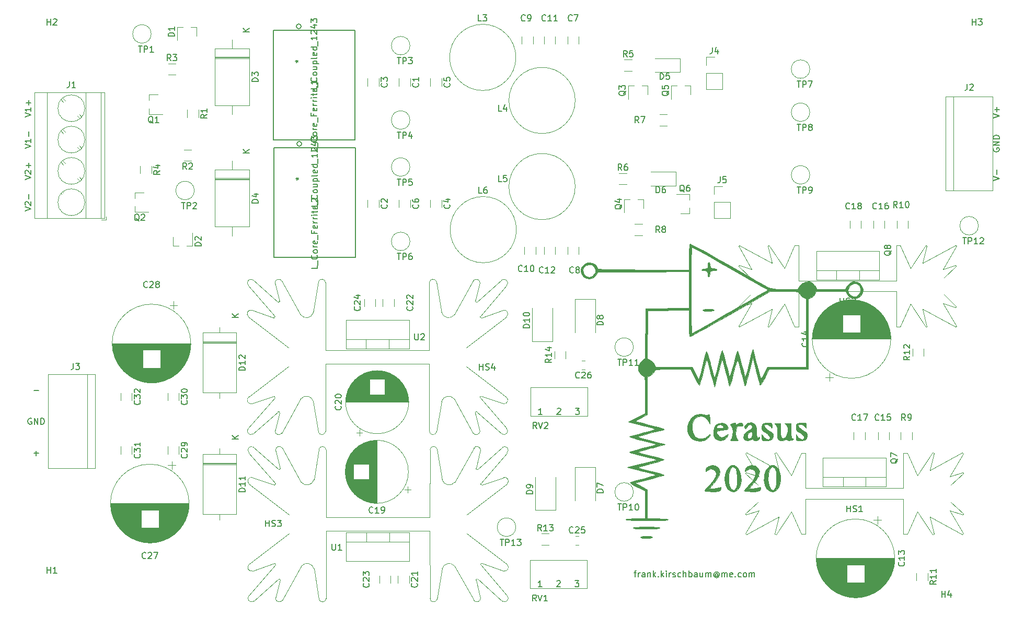
<source format=gbr>
%TF.GenerationSoftware,KiCad,Pcbnew,(5.1.6-0-10_14)*%
%TF.CreationDate,2020-08-16T17:22:38+02:00*%
%TF.ProjectId,netzteil,6e65747a-7465-4696-9c2e-6b696361645f,1.01*%
%TF.SameCoordinates,Original*%
%TF.FileFunction,Legend,Top*%
%TF.FilePolarity,Positive*%
%FSLAX46Y46*%
G04 Gerber Fmt 4.6, Leading zero omitted, Abs format (unit mm)*
G04 Created by KiCad (PCBNEW (5.1.6-0-10_14)) date 2020-08-16 17:22:38*
%MOMM*%
%LPD*%
G01*
G04 APERTURE LIST*
%ADD10C,0.150000*%
%ADD11C,0.010000*%
%ADD12C,0.120000*%
%ADD13C,0.152400*%
G04 APERTURE END LIST*
D10*
X212567380Y-72927380D02*
X213567380Y-72594047D01*
X212567380Y-72260714D01*
X213186428Y-71927380D02*
X213186428Y-71165476D01*
X212615000Y-67656904D02*
X212567380Y-67752142D01*
X212567380Y-67895000D01*
X212615000Y-68037857D01*
X212710238Y-68133095D01*
X212805476Y-68180714D01*
X212995952Y-68228333D01*
X213138809Y-68228333D01*
X213329285Y-68180714D01*
X213424523Y-68133095D01*
X213519761Y-68037857D01*
X213567380Y-67895000D01*
X213567380Y-67799761D01*
X213519761Y-67656904D01*
X213472142Y-67609285D01*
X213138809Y-67609285D01*
X213138809Y-67799761D01*
X213567380Y-67180714D02*
X212567380Y-67180714D01*
X213567380Y-66609285D01*
X212567380Y-66609285D01*
X213567380Y-66133095D02*
X212567380Y-66133095D01*
X212567380Y-65895000D01*
X212615000Y-65752142D01*
X212710238Y-65656904D01*
X212805476Y-65609285D01*
X212995952Y-65561666D01*
X213138809Y-65561666D01*
X213329285Y-65609285D01*
X213424523Y-65656904D01*
X213519761Y-65752142D01*
X213567380Y-65895000D01*
X213567380Y-66133095D01*
X212567380Y-62767380D02*
X213567380Y-62434047D01*
X212567380Y-62100714D01*
X213186428Y-61767380D02*
X213186428Y-61005476D01*
X213567380Y-61386428D02*
X212805476Y-61386428D01*
X55722380Y-77848571D02*
X56722380Y-77515238D01*
X55722380Y-77181904D01*
X55817619Y-76896190D02*
X55770000Y-76848571D01*
X55722380Y-76753333D01*
X55722380Y-76515238D01*
X55770000Y-76420000D01*
X55817619Y-76372380D01*
X55912857Y-76324761D01*
X56008095Y-76324761D01*
X56150952Y-76372380D01*
X56722380Y-76943809D01*
X56722380Y-76324761D01*
X56341428Y-75896190D02*
X56341428Y-75134285D01*
X55722380Y-72768571D02*
X56722380Y-72435238D01*
X55722380Y-72101904D01*
X55817619Y-71816190D02*
X55770000Y-71768571D01*
X55722380Y-71673333D01*
X55722380Y-71435238D01*
X55770000Y-71340000D01*
X55817619Y-71292380D01*
X55912857Y-71244761D01*
X56008095Y-71244761D01*
X56150952Y-71292380D01*
X56722380Y-71863809D01*
X56722380Y-71244761D01*
X56341428Y-70816190D02*
X56341428Y-70054285D01*
X56722380Y-70435238D02*
X55960476Y-70435238D01*
X55722380Y-67688571D02*
X56722380Y-67355238D01*
X55722380Y-67021904D01*
X56722380Y-66164761D02*
X56722380Y-66736190D01*
X56722380Y-66450476D02*
X55722380Y-66450476D01*
X55865238Y-66545714D01*
X55960476Y-66640952D01*
X56008095Y-66736190D01*
X56341428Y-65736190D02*
X56341428Y-64974285D01*
X55722380Y-62608571D02*
X56722380Y-62275238D01*
X55722380Y-61941904D01*
X56722380Y-61084761D02*
X56722380Y-61656190D01*
X56722380Y-61370476D02*
X55722380Y-61370476D01*
X55865238Y-61465714D01*
X55960476Y-61560952D01*
X56008095Y-61656190D01*
X56341428Y-60656190D02*
X56341428Y-59894285D01*
X56722380Y-60275238D02*
X55960476Y-60275238D01*
X56778095Y-111480000D02*
X56682857Y-111432380D01*
X56540000Y-111432380D01*
X56397142Y-111480000D01*
X56301904Y-111575238D01*
X56254285Y-111670476D01*
X56206666Y-111860952D01*
X56206666Y-112003809D01*
X56254285Y-112194285D01*
X56301904Y-112289523D01*
X56397142Y-112384761D01*
X56540000Y-112432380D01*
X56635238Y-112432380D01*
X56778095Y-112384761D01*
X56825714Y-112337142D01*
X56825714Y-112003809D01*
X56635238Y-112003809D01*
X57254285Y-112432380D02*
X57254285Y-111432380D01*
X57825714Y-112432380D01*
X57825714Y-111432380D01*
X58301904Y-112432380D02*
X58301904Y-111432380D01*
X58540000Y-111432380D01*
X58682857Y-111480000D01*
X58778095Y-111575238D01*
X58825714Y-111670476D01*
X58873333Y-111860952D01*
X58873333Y-112003809D01*
X58825714Y-112194285D01*
X58778095Y-112289523D01*
X58682857Y-112384761D01*
X58540000Y-112432380D01*
X58301904Y-112432380D01*
X57159047Y-106971428D02*
X57920952Y-106971428D01*
X57159047Y-117131428D02*
X57920952Y-117131428D01*
X57540000Y-117512380D02*
X57540000Y-116750476D01*
X154386666Y-136530714D02*
X154767619Y-136530714D01*
X154529523Y-137197380D02*
X154529523Y-136340238D01*
X154577142Y-136245000D01*
X154672380Y-136197380D01*
X154767619Y-136197380D01*
X155100952Y-137197380D02*
X155100952Y-136530714D01*
X155100952Y-136721190D02*
X155148571Y-136625952D01*
X155196190Y-136578333D01*
X155291428Y-136530714D01*
X155386666Y-136530714D01*
X156148571Y-137197380D02*
X156148571Y-136673571D01*
X156100952Y-136578333D01*
X156005714Y-136530714D01*
X155815238Y-136530714D01*
X155720000Y-136578333D01*
X156148571Y-137149761D02*
X156053333Y-137197380D01*
X155815238Y-137197380D01*
X155720000Y-137149761D01*
X155672380Y-137054523D01*
X155672380Y-136959285D01*
X155720000Y-136864047D01*
X155815238Y-136816428D01*
X156053333Y-136816428D01*
X156148571Y-136768809D01*
X156624761Y-136530714D02*
X156624761Y-137197380D01*
X156624761Y-136625952D02*
X156672380Y-136578333D01*
X156767619Y-136530714D01*
X156910476Y-136530714D01*
X157005714Y-136578333D01*
X157053333Y-136673571D01*
X157053333Y-137197380D01*
X157529523Y-137197380D02*
X157529523Y-136197380D01*
X157624761Y-136816428D02*
X157910476Y-137197380D01*
X157910476Y-136530714D02*
X157529523Y-136911666D01*
X158339047Y-137102142D02*
X158386666Y-137149761D01*
X158339047Y-137197380D01*
X158291428Y-137149761D01*
X158339047Y-137102142D01*
X158339047Y-137197380D01*
X158815238Y-137197380D02*
X158815238Y-136197380D01*
X158910476Y-136816428D02*
X159196190Y-137197380D01*
X159196190Y-136530714D02*
X158815238Y-136911666D01*
X159624761Y-137197380D02*
X159624761Y-136530714D01*
X159624761Y-136197380D02*
X159577142Y-136245000D01*
X159624761Y-136292619D01*
X159672380Y-136245000D01*
X159624761Y-136197380D01*
X159624761Y-136292619D01*
X160100952Y-137197380D02*
X160100952Y-136530714D01*
X160100952Y-136721190D02*
X160148571Y-136625952D01*
X160196190Y-136578333D01*
X160291428Y-136530714D01*
X160386666Y-136530714D01*
X160672380Y-137149761D02*
X160767619Y-137197380D01*
X160958095Y-137197380D01*
X161053333Y-137149761D01*
X161100952Y-137054523D01*
X161100952Y-137006904D01*
X161053333Y-136911666D01*
X160958095Y-136864047D01*
X160815238Y-136864047D01*
X160720000Y-136816428D01*
X160672380Y-136721190D01*
X160672380Y-136673571D01*
X160720000Y-136578333D01*
X160815238Y-136530714D01*
X160958095Y-136530714D01*
X161053333Y-136578333D01*
X161958095Y-137149761D02*
X161862857Y-137197380D01*
X161672380Y-137197380D01*
X161577142Y-137149761D01*
X161529523Y-137102142D01*
X161481904Y-137006904D01*
X161481904Y-136721190D01*
X161529523Y-136625952D01*
X161577142Y-136578333D01*
X161672380Y-136530714D01*
X161862857Y-136530714D01*
X161958095Y-136578333D01*
X162386666Y-137197380D02*
X162386666Y-136197380D01*
X162815238Y-137197380D02*
X162815238Y-136673571D01*
X162767619Y-136578333D01*
X162672380Y-136530714D01*
X162529523Y-136530714D01*
X162434285Y-136578333D01*
X162386666Y-136625952D01*
X163291428Y-137197380D02*
X163291428Y-136197380D01*
X163291428Y-136578333D02*
X163386666Y-136530714D01*
X163577142Y-136530714D01*
X163672380Y-136578333D01*
X163720000Y-136625952D01*
X163767619Y-136721190D01*
X163767619Y-137006904D01*
X163720000Y-137102142D01*
X163672380Y-137149761D01*
X163577142Y-137197380D01*
X163386666Y-137197380D01*
X163291428Y-137149761D01*
X164624761Y-137197380D02*
X164624761Y-136673571D01*
X164577142Y-136578333D01*
X164481904Y-136530714D01*
X164291428Y-136530714D01*
X164196190Y-136578333D01*
X164624761Y-137149761D02*
X164529523Y-137197380D01*
X164291428Y-137197380D01*
X164196190Y-137149761D01*
X164148571Y-137054523D01*
X164148571Y-136959285D01*
X164196190Y-136864047D01*
X164291428Y-136816428D01*
X164529523Y-136816428D01*
X164624761Y-136768809D01*
X165529523Y-136530714D02*
X165529523Y-137197380D01*
X165100952Y-136530714D02*
X165100952Y-137054523D01*
X165148571Y-137149761D01*
X165243809Y-137197380D01*
X165386666Y-137197380D01*
X165481904Y-137149761D01*
X165529523Y-137102142D01*
X166005714Y-137197380D02*
X166005714Y-136530714D01*
X166005714Y-136625952D02*
X166053333Y-136578333D01*
X166148571Y-136530714D01*
X166291428Y-136530714D01*
X166386666Y-136578333D01*
X166434285Y-136673571D01*
X166434285Y-137197380D01*
X166434285Y-136673571D02*
X166481904Y-136578333D01*
X166577142Y-136530714D01*
X166720000Y-136530714D01*
X166815238Y-136578333D01*
X166862857Y-136673571D01*
X166862857Y-137197380D01*
X167958095Y-136721190D02*
X167910476Y-136673571D01*
X167815238Y-136625952D01*
X167720000Y-136625952D01*
X167624761Y-136673571D01*
X167577142Y-136721190D01*
X167529523Y-136816428D01*
X167529523Y-136911666D01*
X167577142Y-137006904D01*
X167624761Y-137054523D01*
X167720000Y-137102142D01*
X167815238Y-137102142D01*
X167910476Y-137054523D01*
X167958095Y-137006904D01*
X167958095Y-136625952D02*
X167958095Y-137006904D01*
X168005714Y-137054523D01*
X168053333Y-137054523D01*
X168148571Y-137006904D01*
X168196190Y-136911666D01*
X168196190Y-136673571D01*
X168100952Y-136530714D01*
X167958095Y-136435476D01*
X167767619Y-136387857D01*
X167577142Y-136435476D01*
X167434285Y-136530714D01*
X167339047Y-136673571D01*
X167291428Y-136864047D01*
X167339047Y-137054523D01*
X167434285Y-137197380D01*
X167577142Y-137292619D01*
X167767619Y-137340238D01*
X167958095Y-137292619D01*
X168100952Y-137197380D01*
X168624761Y-137197380D02*
X168624761Y-136530714D01*
X168624761Y-136625952D02*
X168672380Y-136578333D01*
X168767619Y-136530714D01*
X168910476Y-136530714D01*
X169005714Y-136578333D01*
X169053333Y-136673571D01*
X169053333Y-137197380D01*
X169053333Y-136673571D02*
X169100952Y-136578333D01*
X169196190Y-136530714D01*
X169339047Y-136530714D01*
X169434285Y-136578333D01*
X169481904Y-136673571D01*
X169481904Y-137197380D01*
X170339047Y-137149761D02*
X170243809Y-137197380D01*
X170053333Y-137197380D01*
X169958095Y-137149761D01*
X169910476Y-137054523D01*
X169910476Y-136673571D01*
X169958095Y-136578333D01*
X170053333Y-136530714D01*
X170243809Y-136530714D01*
X170339047Y-136578333D01*
X170386666Y-136673571D01*
X170386666Y-136768809D01*
X169910476Y-136864047D01*
X170815238Y-137102142D02*
X170862857Y-137149761D01*
X170815238Y-137197380D01*
X170767619Y-137149761D01*
X170815238Y-137102142D01*
X170815238Y-137197380D01*
X171720000Y-137149761D02*
X171624761Y-137197380D01*
X171434285Y-137197380D01*
X171339047Y-137149761D01*
X171291428Y-137102142D01*
X171243809Y-137006904D01*
X171243809Y-136721190D01*
X171291428Y-136625952D01*
X171339047Y-136578333D01*
X171434285Y-136530714D01*
X171624761Y-136530714D01*
X171720000Y-136578333D01*
X172291428Y-137197380D02*
X172196190Y-137149761D01*
X172148571Y-137102142D01*
X172100952Y-137006904D01*
X172100952Y-136721190D01*
X172148571Y-136625952D01*
X172196190Y-136578333D01*
X172291428Y-136530714D01*
X172434285Y-136530714D01*
X172529523Y-136578333D01*
X172577142Y-136625952D01*
X172624761Y-136721190D01*
X172624761Y-137006904D01*
X172577142Y-137102142D01*
X172529523Y-137149761D01*
X172434285Y-137197380D01*
X172291428Y-137197380D01*
X173053333Y-137197380D02*
X173053333Y-136530714D01*
X173053333Y-136625952D02*
X173100952Y-136578333D01*
X173196190Y-136530714D01*
X173339047Y-136530714D01*
X173434285Y-136578333D01*
X173481904Y-136673571D01*
X173481904Y-137197380D01*
X173481904Y-136673571D02*
X173529523Y-136578333D01*
X173624761Y-136530714D01*
X173767619Y-136530714D01*
X173862857Y-136578333D01*
X173910476Y-136673571D01*
X173910476Y-137197380D01*
D11*
%TO.C,G\u002A\u002A\u002A*%
G36*
X166608399Y-86222976D02*
G01*
X166677614Y-86547370D01*
X166758557Y-86934040D01*
X166975308Y-87100969D01*
X167277252Y-87149962D01*
X167699714Y-87243994D01*
X167806129Y-87374918D01*
X167603150Y-87484527D01*
X167235199Y-87517782D01*
X166839646Y-87545913D01*
X166677406Y-87688602D01*
X166646457Y-88022417D01*
X166597733Y-88376739D01*
X166480338Y-88527014D01*
X166478245Y-88527053D01*
X166360138Y-88380882D01*
X166310046Y-88028696D01*
X166310033Y-88022417D01*
X166268352Y-87664984D01*
X166071742Y-87533241D01*
X165805397Y-87517782D01*
X165451076Y-87469058D01*
X165300800Y-87351662D01*
X165300761Y-87349570D01*
X165446932Y-87231463D01*
X165799119Y-87181371D01*
X165805397Y-87181358D01*
X166163078Y-87139364D01*
X166294860Y-86943498D01*
X166310033Y-86686649D01*
X166362615Y-86265258D01*
X166481501Y-86103337D01*
X166608399Y-86222976D01*
G37*
X166608399Y-86222976D02*
X166677614Y-86547370D01*
X166758557Y-86934040D01*
X166975308Y-87100969D01*
X167277252Y-87149962D01*
X167699714Y-87243994D01*
X167806129Y-87374918D01*
X167603150Y-87484527D01*
X167235199Y-87517782D01*
X166839646Y-87545913D01*
X166677406Y-87688602D01*
X166646457Y-88022417D01*
X166597733Y-88376739D01*
X166480338Y-88527014D01*
X166478245Y-88527053D01*
X166360138Y-88380882D01*
X166310046Y-88028696D01*
X166310033Y-88022417D01*
X166268352Y-87664984D01*
X166071742Y-87533241D01*
X165805397Y-87517782D01*
X165451076Y-87469058D01*
X165300800Y-87351662D01*
X165300761Y-87349570D01*
X165446932Y-87231463D01*
X165799119Y-87181371D01*
X165805397Y-87181358D01*
X166163078Y-87139364D01*
X166294860Y-86943498D01*
X166310033Y-86686649D01*
X166362615Y-86265258D01*
X166481501Y-86103337D01*
X166608399Y-86222976D01*
G36*
X166900791Y-93769275D02*
G01*
X167236834Y-93840608D01*
X167319304Y-93909835D01*
X167167215Y-94001953D01*
X166774885Y-94063052D01*
X166394139Y-94078047D01*
X165887487Y-94050394D01*
X165551444Y-93979061D01*
X165468973Y-93909835D01*
X165621063Y-93817716D01*
X166013393Y-93756617D01*
X166394139Y-93741623D01*
X166900791Y-93769275D01*
G37*
X166900791Y-93769275D02*
X167236834Y-93840608D01*
X167319304Y-93909835D01*
X167167215Y-94001953D01*
X166774885Y-94063052D01*
X166394139Y-94078047D01*
X165887487Y-94050394D01*
X165551444Y-93979061D01*
X165468973Y-93909835D01*
X165621063Y-93817716D01*
X166013393Y-93756617D01*
X166394139Y-93741623D01*
X166900791Y-93769275D01*
G36*
X182242839Y-112269666D02*
G01*
X182289183Y-112537513D01*
X182290165Y-112651029D01*
X182280551Y-112994836D01*
X182213538Y-113031948D01*
X182031877Y-112792091D01*
X182028309Y-112786998D01*
X181729036Y-112505884D01*
X181467603Y-112413146D01*
X181101106Y-112492141D01*
X181007341Y-112698047D01*
X181170827Y-112984240D01*
X181576081Y-113304099D01*
X181806276Y-113433001D01*
X182239626Y-113702774D01*
X182428530Y-113983655D01*
X182458377Y-114233253D01*
X182370219Y-114715942D01*
X182074753Y-114992896D01*
X181525495Y-115100052D01*
X181331357Y-115104537D01*
X180879394Y-115088304D01*
X180670350Y-114995382D01*
X180610880Y-114759437D01*
X180608046Y-114590521D01*
X180608046Y-114076505D01*
X181002069Y-114534583D01*
X181390035Y-114860922D01*
X181674916Y-114885667D01*
X181927016Y-114674949D01*
X181875651Y-114375663D01*
X181532176Y-114017856D01*
X181280894Y-113842947D01*
X180842548Y-113517184D01*
X180644224Y-113208374D01*
X180608046Y-112925599D01*
X180657494Y-112531310D01*
X180854541Y-112308211D01*
X181272247Y-112202669D01*
X181630691Y-112174879D01*
X182055726Y-112172170D01*
X182242839Y-112269666D01*
G37*
X182242839Y-112269666D02*
X182289183Y-112537513D01*
X182290165Y-112651029D01*
X182280551Y-112994836D01*
X182213538Y-113031948D01*
X182031877Y-112792091D01*
X182028309Y-112786998D01*
X181729036Y-112505884D01*
X181467603Y-112413146D01*
X181101106Y-112492141D01*
X181007341Y-112698047D01*
X181170827Y-112984240D01*
X181576081Y-113304099D01*
X181806276Y-113433001D01*
X182239626Y-113702774D01*
X182428530Y-113983655D01*
X182458377Y-114233253D01*
X182370219Y-114715942D01*
X182074753Y-114992896D01*
X181525495Y-115100052D01*
X181331357Y-115104537D01*
X180879394Y-115088304D01*
X180670350Y-114995382D01*
X180610880Y-114759437D01*
X180608046Y-114590521D01*
X180608046Y-114076505D01*
X181002069Y-114534583D01*
X181390035Y-114860922D01*
X181674916Y-114885667D01*
X181927016Y-114674949D01*
X181875651Y-114375663D01*
X181532176Y-114017856D01*
X181280894Y-113842947D01*
X180842548Y-113517184D01*
X180644224Y-113208374D01*
X180608046Y-112925599D01*
X180657494Y-112531310D01*
X180854541Y-112308211D01*
X181272247Y-112202669D01*
X181630691Y-112174879D01*
X182055726Y-112172170D01*
X182242839Y-112269666D01*
G36*
X179766987Y-113414059D02*
G01*
X179786557Y-114082371D01*
X179855092Y-114487240D01*
X179987322Y-114699903D01*
X180040438Y-114736215D01*
X180181997Y-114856978D01*
X180044785Y-114950808D01*
X179846129Y-115006646D01*
X179466488Y-115040108D01*
X179273867Y-114954959D01*
X179061517Y-114879542D01*
X178921487Y-114942628D01*
X178514034Y-115083827D01*
X178077159Y-115078332D01*
X177752484Y-114938046D01*
X177682334Y-114838461D01*
X177626481Y-114531025D01*
X177589395Y-114016685D01*
X177580232Y-113585230D01*
X177554404Y-112974879D01*
X177463020Y-112615908D01*
X177285861Y-112426619D01*
X177139351Y-112310592D01*
X177265346Y-112260197D01*
X177538179Y-112250049D01*
X178084867Y-112244934D01*
X178084867Y-113317715D01*
X178136203Y-114097070D01*
X178288308Y-114565377D01*
X178538328Y-114718594D01*
X178883409Y-114552683D01*
X178929082Y-114512939D01*
X179155889Y-114140773D01*
X179267979Y-113619530D01*
X179263048Y-113072677D01*
X179138795Y-112623682D01*
X178967980Y-112426619D01*
X178821470Y-112310592D01*
X178947465Y-112260197D01*
X179220298Y-112250049D01*
X179766987Y-112244934D01*
X179766987Y-113414059D01*
G37*
X179766987Y-113414059D02*
X179786557Y-114082371D01*
X179855092Y-114487240D01*
X179987322Y-114699903D01*
X180040438Y-114736215D01*
X180181997Y-114856978D01*
X180044785Y-114950808D01*
X179846129Y-115006646D01*
X179466488Y-115040108D01*
X179273867Y-114954959D01*
X179061517Y-114879542D01*
X178921487Y-114942628D01*
X178514034Y-115083827D01*
X178077159Y-115078332D01*
X177752484Y-114938046D01*
X177682334Y-114838461D01*
X177626481Y-114531025D01*
X177589395Y-114016685D01*
X177580232Y-113585230D01*
X177554404Y-112974879D01*
X177463020Y-112615908D01*
X177285861Y-112426619D01*
X177139351Y-112310592D01*
X177265346Y-112260197D01*
X177538179Y-112250049D01*
X178084867Y-112244934D01*
X178084867Y-113317715D01*
X178136203Y-114097070D01*
X178288308Y-114565377D01*
X178538328Y-114718594D01*
X178883409Y-114552683D01*
X178929082Y-114512939D01*
X179155889Y-114140773D01*
X179267979Y-113619530D01*
X179263048Y-113072677D01*
X179138795Y-112623682D01*
X178967980Y-112426619D01*
X178821470Y-112310592D01*
X178947465Y-112260197D01*
X179220298Y-112250049D01*
X179766987Y-112244934D01*
X179766987Y-113414059D01*
G36*
X176691845Y-112269666D02*
G01*
X176738189Y-112537513D01*
X176739172Y-112651029D01*
X176729557Y-112994836D01*
X176662545Y-113031948D01*
X176480884Y-112792091D01*
X176477316Y-112786998D01*
X176178042Y-112505884D01*
X175916609Y-112413146D01*
X175550112Y-112492141D01*
X175456348Y-112698047D01*
X175619834Y-112984240D01*
X176025088Y-113304099D01*
X176255283Y-113433001D01*
X176688633Y-113702774D01*
X176877537Y-113983655D01*
X176907384Y-114233253D01*
X176819226Y-114715942D01*
X176523760Y-114992896D01*
X175974501Y-115100052D01*
X175780364Y-115104537D01*
X175328401Y-115088304D01*
X175119357Y-114995382D01*
X175059887Y-114759437D01*
X175057053Y-114590521D01*
X175057053Y-114076505D01*
X175451075Y-114534583D01*
X175839041Y-114860922D01*
X176123923Y-114885667D01*
X176376023Y-114674949D01*
X176324658Y-114375663D01*
X175981183Y-114017856D01*
X175729901Y-113842947D01*
X175291555Y-113517184D01*
X175093231Y-113208374D01*
X175057053Y-112925599D01*
X175106500Y-112531310D01*
X175303548Y-112308211D01*
X175721253Y-112202669D01*
X176079697Y-112174879D01*
X176504733Y-112172170D01*
X176691845Y-112269666D01*
G37*
X176691845Y-112269666D02*
X176738189Y-112537513D01*
X176739172Y-112651029D01*
X176729557Y-112994836D01*
X176662545Y-113031948D01*
X176480884Y-112792091D01*
X176477316Y-112786998D01*
X176178042Y-112505884D01*
X175916609Y-112413146D01*
X175550112Y-112492141D01*
X175456348Y-112698047D01*
X175619834Y-112984240D01*
X176025088Y-113304099D01*
X176255283Y-113433001D01*
X176688633Y-113702774D01*
X176877537Y-113983655D01*
X176907384Y-114233253D01*
X176819226Y-114715942D01*
X176523760Y-114992896D01*
X175974501Y-115100052D01*
X175780364Y-115104537D01*
X175328401Y-115088304D01*
X175119357Y-114995382D01*
X175059887Y-114759437D01*
X175057053Y-114590521D01*
X175057053Y-114076505D01*
X175451075Y-114534583D01*
X175839041Y-114860922D01*
X176123923Y-114885667D01*
X176376023Y-114674949D01*
X176324658Y-114375663D01*
X175981183Y-114017856D01*
X175729901Y-113842947D01*
X175291555Y-113517184D01*
X175093231Y-113208374D01*
X175057053Y-112925599D01*
X175106500Y-112531310D01*
X175303548Y-112308211D01*
X175721253Y-112202669D01*
X176079697Y-112174879D01*
X176504733Y-112172170D01*
X176691845Y-112269666D01*
G36*
X173782428Y-112305030D02*
G01*
X174026545Y-112502161D01*
X174157170Y-112753335D01*
X174208650Y-113162136D01*
X174215993Y-113612504D01*
X174229994Y-114180886D01*
X174283171Y-114475147D01*
X174392286Y-114556844D01*
X174468311Y-114539071D01*
X174688685Y-114526796D01*
X174678468Y-114699041D01*
X174518775Y-114902682D01*
X174233582Y-115063467D01*
X173921435Y-115094797D01*
X173725873Y-114991744D01*
X173711357Y-114930406D01*
X173608388Y-114842195D01*
X173385992Y-114930406D01*
X172846275Y-115093595D01*
X172377909Y-115009690D01*
X172231093Y-114902682D01*
X172062934Y-114536664D01*
X172147735Y-114203900D01*
X172730279Y-114203900D01*
X172754142Y-114492931D01*
X172875558Y-114723840D01*
X173066521Y-114739631D01*
X173277070Y-114666010D01*
X173472506Y-114464299D01*
X173552406Y-114138965D01*
X173518024Y-113817739D01*
X173370613Y-113628349D01*
X173266804Y-113620348D01*
X172913903Y-113831371D01*
X172730279Y-114203900D01*
X172147735Y-114203900D01*
X172168926Y-114120746D01*
X172507289Y-113720647D01*
X173036241Y-113402089D01*
X173230399Y-113330797D01*
X173470279Y-113117598D01*
X173503108Y-112798471D01*
X173339945Y-112523628D01*
X173165159Y-112444678D01*
X172873000Y-112546071D01*
X172696325Y-112848828D01*
X172539604Y-113150296D01*
X172381143Y-113160133D01*
X172321139Y-113108755D01*
X172223950Y-112819463D01*
X172395707Y-112499875D01*
X172786777Y-112227807D01*
X172916739Y-112174993D01*
X173367994Y-112120821D01*
X173782428Y-112305030D01*
G37*
X173782428Y-112305030D02*
X174026545Y-112502161D01*
X174157170Y-112753335D01*
X174208650Y-113162136D01*
X174215993Y-113612504D01*
X174229994Y-114180886D01*
X174283171Y-114475147D01*
X174392286Y-114556844D01*
X174468311Y-114539071D01*
X174688685Y-114526796D01*
X174678468Y-114699041D01*
X174518775Y-114902682D01*
X174233582Y-115063467D01*
X173921435Y-115094797D01*
X173725873Y-114991744D01*
X173711357Y-114930406D01*
X173608388Y-114842195D01*
X173385992Y-114930406D01*
X172846275Y-115093595D01*
X172377909Y-115009690D01*
X172231093Y-114902682D01*
X172062934Y-114536664D01*
X172147735Y-114203900D01*
X172730279Y-114203900D01*
X172754142Y-114492931D01*
X172875558Y-114723840D01*
X173066521Y-114739631D01*
X173277070Y-114666010D01*
X173472506Y-114464299D01*
X173552406Y-114138965D01*
X173518024Y-113817739D01*
X173370613Y-113628349D01*
X173266804Y-113620348D01*
X172913903Y-113831371D01*
X172730279Y-114203900D01*
X172147735Y-114203900D01*
X172168926Y-114120746D01*
X172507289Y-113720647D01*
X173036241Y-113402089D01*
X173230399Y-113330797D01*
X173470279Y-113117598D01*
X173503108Y-112798471D01*
X173339945Y-112523628D01*
X173165159Y-112444678D01*
X172873000Y-112546071D01*
X172696325Y-112848828D01*
X172539604Y-113150296D01*
X172381143Y-113160133D01*
X172321139Y-113108755D01*
X172223950Y-112819463D01*
X172395707Y-112499875D01*
X172786777Y-112227807D01*
X172916739Y-112174993D01*
X173367994Y-112120821D01*
X173782428Y-112305030D01*
G36*
X171841626Y-112217844D02*
G01*
X172021266Y-112453710D01*
X172029238Y-112534858D01*
X171923720Y-112713214D01*
X171602752Y-112707261D01*
X171199053Y-112735590D01*
X171014011Y-112928911D01*
X170880314Y-113392428D01*
X170859647Y-113964746D01*
X170944185Y-114499372D01*
X171116088Y-114840204D01*
X171241733Y-114997388D01*
X171170125Y-115074925D01*
X170845783Y-115099119D01*
X170569399Y-115099421D01*
X170107885Y-115082114D01*
X169944684Y-115029539D01*
X170042438Y-114928931D01*
X170052748Y-114922851D01*
X170237964Y-114650089D01*
X170343136Y-114172957D01*
X170367169Y-113610255D01*
X170308973Y-113080784D01*
X170167455Y-112703343D01*
X170073980Y-112613430D01*
X169939956Y-112491951D01*
X170069443Y-112377115D01*
X170326297Y-112277398D01*
X170687140Y-112176210D01*
X170831583Y-112230208D01*
X170851755Y-112363861D01*
X170880160Y-112537060D01*
X171020169Y-112476022D01*
X171163852Y-112351055D01*
X171515693Y-112175103D01*
X171841626Y-112217844D01*
G37*
X171841626Y-112217844D02*
X172021266Y-112453710D01*
X172029238Y-112534858D01*
X171923720Y-112713214D01*
X171602752Y-112707261D01*
X171199053Y-112735590D01*
X171014011Y-112928911D01*
X170880314Y-113392428D01*
X170859647Y-113964746D01*
X170944185Y-114499372D01*
X171116088Y-114840204D01*
X171241733Y-114997388D01*
X171170125Y-115074925D01*
X170845783Y-115099119D01*
X170569399Y-115099421D01*
X170107885Y-115082114D01*
X169944684Y-115029539D01*
X170042438Y-114928931D01*
X170052748Y-114922851D01*
X170237964Y-114650089D01*
X170343136Y-114172957D01*
X170367169Y-113610255D01*
X170308973Y-113080784D01*
X170167455Y-112703343D01*
X170073980Y-112613430D01*
X169939956Y-112491951D01*
X170069443Y-112377115D01*
X170326297Y-112277398D01*
X170687140Y-112176210D01*
X170831583Y-112230208D01*
X170851755Y-112363861D01*
X170880160Y-112537060D01*
X171020169Y-112476022D01*
X171163852Y-112351055D01*
X171515693Y-112175103D01*
X171841626Y-112217844D01*
G36*
X169190644Y-112406739D02*
G01*
X169369590Y-112578786D01*
X169596986Y-112940604D01*
X169563176Y-113178910D01*
X169244109Y-113319615D01*
X168618062Y-113388508D01*
X168038492Y-113453810D01*
X167772379Y-113596652D01*
X167798999Y-113855809D01*
X168097626Y-114270054D01*
X168127897Y-114305530D01*
X168499253Y-114567555D01*
X168909897Y-114509828D01*
X169284953Y-114234155D01*
X169564608Y-114023777D01*
X169663320Y-114057697D01*
X169577104Y-114294093D01*
X169325639Y-114661322D01*
X168861683Y-115016104D01*
X168306568Y-115109436D01*
X167774239Y-114935579D01*
X167555640Y-114750453D01*
X167295416Y-114243776D01*
X167226123Y-113607453D01*
X167344587Y-112984437D01*
X167428492Y-112846682D01*
X167758120Y-112846682D01*
X167783037Y-113013794D01*
X168065857Y-113081202D01*
X168249749Y-113085994D01*
X168695300Y-113023386D01*
X168833212Y-112851672D01*
X168706514Y-112585380D01*
X168409085Y-112481886D01*
X168064924Y-112541766D01*
X167798028Y-112765594D01*
X167758120Y-112846682D01*
X167428492Y-112846682D01*
X167604330Y-112557995D01*
X168110660Y-112249865D01*
X168677729Y-112199897D01*
X169190644Y-112406739D01*
G37*
X169190644Y-112406739D02*
X169369590Y-112578786D01*
X169596986Y-112940604D01*
X169563176Y-113178910D01*
X169244109Y-113319615D01*
X168618062Y-113388508D01*
X168038492Y-113453810D01*
X167772379Y-113596652D01*
X167798999Y-113855809D01*
X168097626Y-114270054D01*
X168127897Y-114305530D01*
X168499253Y-114567555D01*
X168909897Y-114509828D01*
X169284953Y-114234155D01*
X169564608Y-114023777D01*
X169663320Y-114057697D01*
X169577104Y-114294093D01*
X169325639Y-114661322D01*
X168861683Y-115016104D01*
X168306568Y-115109436D01*
X167774239Y-114935579D01*
X167555640Y-114750453D01*
X167295416Y-114243776D01*
X167226123Y-113607453D01*
X167344587Y-112984437D01*
X167428492Y-112846682D01*
X167758120Y-112846682D01*
X167783037Y-113013794D01*
X168065857Y-113081202D01*
X168249749Y-113085994D01*
X168695300Y-113023386D01*
X168833212Y-112851672D01*
X168706514Y-112585380D01*
X168409085Y-112481886D01*
X168064924Y-112541766D01*
X167798028Y-112765594D01*
X167758120Y-112846682D01*
X167428492Y-112846682D01*
X167604330Y-112557995D01*
X168110660Y-112249865D01*
X168677729Y-112199897D01*
X169190644Y-112406739D01*
G36*
X165849091Y-110874485D02*
G01*
X165889503Y-110890273D01*
X166263586Y-110930090D01*
X166436192Y-110857854D01*
X166564474Y-110829789D01*
X166629132Y-111042072D01*
X166645828Y-111509437D01*
X166645199Y-112329040D01*
X166314622Y-111786866D01*
X165861979Y-111309474D01*
X165312901Y-111115121D01*
X164745947Y-111199521D01*
X164239681Y-111558385D01*
X163992441Y-111913595D01*
X163836399Y-112447390D01*
X163815904Y-113101383D01*
X163916633Y-113750603D01*
X164124263Y-114270078D01*
X164284229Y-114459634D01*
X164796684Y-114706227D01*
X165396864Y-114762518D01*
X165947543Y-114630481D01*
X166225927Y-114431689D01*
X166514664Y-114180031D01*
X166710758Y-114095265D01*
X166771701Y-114174622D01*
X166621592Y-114371329D01*
X166333979Y-114623338D01*
X165982411Y-114868605D01*
X165640436Y-115045081D01*
X165548166Y-115076039D01*
X165024012Y-115136315D01*
X164463898Y-115088465D01*
X164462362Y-115088137D01*
X163796047Y-114790856D01*
X163318471Y-114264491D01*
X163055655Y-113574411D01*
X163033618Y-112785986D01*
X163246642Y-112033866D01*
X163705451Y-111359670D01*
X164341566Y-110920316D01*
X165080831Y-110747892D01*
X165849091Y-110874485D01*
G37*
X165849091Y-110874485D02*
X165889503Y-110890273D01*
X166263586Y-110930090D01*
X166436192Y-110857854D01*
X166564474Y-110829789D01*
X166629132Y-111042072D01*
X166645828Y-111509437D01*
X166645199Y-112329040D01*
X166314622Y-111786866D01*
X165861979Y-111309474D01*
X165312901Y-111115121D01*
X164745947Y-111199521D01*
X164239681Y-111558385D01*
X163992441Y-111913595D01*
X163836399Y-112447390D01*
X163815904Y-113101383D01*
X163916633Y-113750603D01*
X164124263Y-114270078D01*
X164284229Y-114459634D01*
X164796684Y-114706227D01*
X165396864Y-114762518D01*
X165947543Y-114630481D01*
X166225927Y-114431689D01*
X166514664Y-114180031D01*
X166710758Y-114095265D01*
X166771701Y-114174622D01*
X166621592Y-114371329D01*
X166333979Y-114623338D01*
X165982411Y-114868605D01*
X165640436Y-115045081D01*
X165548166Y-115076039D01*
X165024012Y-115136315D01*
X164463898Y-115088465D01*
X164462362Y-115088137D01*
X163796047Y-114790856D01*
X163318471Y-114264491D01*
X163055655Y-113574411D01*
X163033618Y-112785986D01*
X163246642Y-112033866D01*
X163705451Y-111359670D01*
X164341566Y-110920316D01*
X165080831Y-110747892D01*
X165849091Y-110874485D01*
G36*
X176963689Y-119034227D02*
G01*
X177146751Y-119105115D01*
X177593972Y-119478765D01*
X177919055Y-120081506D01*
X178103439Y-120822348D01*
X178128566Y-121610300D01*
X177975875Y-122354372D01*
X177862801Y-122615573D01*
X177459474Y-123116737D01*
X176954873Y-123348787D01*
X176427041Y-123299718D01*
X175954021Y-122957527D01*
X175918853Y-122914552D01*
X175571094Y-122239387D01*
X175434984Y-121441728D01*
X175451252Y-121239283D01*
X176089394Y-121239283D01*
X176141505Y-121916232D01*
X176306235Y-122529408D01*
X176556368Y-122934972D01*
X176844212Y-123105194D01*
X177122075Y-123012346D01*
X177342264Y-122628698D01*
X177346142Y-122616640D01*
X177430736Y-122142765D01*
X177464924Y-121499241D01*
X177451824Y-120805597D01*
X177394549Y-120181361D01*
X177296217Y-119746063D01*
X177269814Y-119688311D01*
X177001286Y-119370888D01*
X176731042Y-119343924D01*
X176481906Y-119562350D01*
X176276703Y-119981097D01*
X176138257Y-120555098D01*
X176089394Y-121239283D01*
X175451252Y-121239283D01*
X175500920Y-120621207D01*
X175759297Y-119877453D01*
X176200511Y-119310099D01*
X176271729Y-119253805D01*
X176646269Y-119033677D01*
X176963689Y-119034227D01*
G37*
X176963689Y-119034227D02*
X177146751Y-119105115D01*
X177593972Y-119478765D01*
X177919055Y-120081506D01*
X178103439Y-120822348D01*
X178128566Y-121610300D01*
X177975875Y-122354372D01*
X177862801Y-122615573D01*
X177459474Y-123116737D01*
X176954873Y-123348787D01*
X176427041Y-123299718D01*
X175954021Y-122957527D01*
X175918853Y-122914552D01*
X175571094Y-122239387D01*
X175434984Y-121441728D01*
X175451252Y-121239283D01*
X176089394Y-121239283D01*
X176141505Y-121916232D01*
X176306235Y-122529408D01*
X176556368Y-122934972D01*
X176844212Y-123105194D01*
X177122075Y-123012346D01*
X177342264Y-122628698D01*
X177346142Y-122616640D01*
X177430736Y-122142765D01*
X177464924Y-121499241D01*
X177451824Y-120805597D01*
X177394549Y-120181361D01*
X177296217Y-119746063D01*
X177269814Y-119688311D01*
X177001286Y-119370888D01*
X176731042Y-119343924D01*
X176481906Y-119562350D01*
X176276703Y-119981097D01*
X176138257Y-120555098D01*
X176089394Y-121239283D01*
X175451252Y-121239283D01*
X175500920Y-120621207D01*
X175759297Y-119877453D01*
X176200511Y-119310099D01*
X176271729Y-119253805D01*
X176646269Y-119033677D01*
X176963689Y-119034227D01*
G36*
X173923635Y-119140802D02*
G01*
X173999108Y-119173590D01*
X174491141Y-119548625D01*
X174676039Y-120055649D01*
X174553658Y-120695757D01*
X174123854Y-121470043D01*
X173610083Y-122127384D01*
X172994948Y-122842285D01*
X173616529Y-122842285D01*
X174125927Y-122795651D01*
X174535664Y-122681991D01*
X174563476Y-122668155D01*
X174825405Y-122591526D01*
X174880850Y-122764995D01*
X174786738Y-123080845D01*
X174657169Y-123224556D01*
X174360860Y-123307500D01*
X173830913Y-123342906D01*
X173441043Y-123346921D01*
X172842796Y-123330278D01*
X172402079Y-123286302D01*
X172201681Y-123223916D01*
X172197450Y-123212847D01*
X172309256Y-123031486D01*
X172597932Y-122703268D01*
X172884162Y-122413840D01*
X173579696Y-121631475D01*
X173961715Y-120930660D01*
X174047781Y-120445208D01*
X173918854Y-119966215D01*
X173590458Y-119695845D01*
X173150174Y-119667267D01*
X172685583Y-119913651D01*
X172673278Y-119924647D01*
X172445405Y-120105593D01*
X172371000Y-120049652D01*
X172365662Y-119936662D01*
X172512953Y-119507966D01*
X172888269Y-119201332D01*
X173391775Y-119063398D01*
X173923635Y-119140802D01*
G37*
X173923635Y-119140802D02*
X173999108Y-119173590D01*
X174491141Y-119548625D01*
X174676039Y-120055649D01*
X174553658Y-120695757D01*
X174123854Y-121470043D01*
X173610083Y-122127384D01*
X172994948Y-122842285D01*
X173616529Y-122842285D01*
X174125927Y-122795651D01*
X174535664Y-122681991D01*
X174563476Y-122668155D01*
X174825405Y-122591526D01*
X174880850Y-122764995D01*
X174786738Y-123080845D01*
X174657169Y-123224556D01*
X174360860Y-123307500D01*
X173830913Y-123342906D01*
X173441043Y-123346921D01*
X172842796Y-123330278D01*
X172402079Y-123286302D01*
X172201681Y-123223916D01*
X172197450Y-123212847D01*
X172309256Y-123031486D01*
X172597932Y-122703268D01*
X172884162Y-122413840D01*
X173579696Y-121631475D01*
X173961715Y-120930660D01*
X174047781Y-120445208D01*
X173918854Y-119966215D01*
X173590458Y-119695845D01*
X173150174Y-119667267D01*
X172685583Y-119913651D01*
X172673278Y-119924647D01*
X172445405Y-120105593D01*
X172371000Y-120049652D01*
X172365662Y-119936662D01*
X172512953Y-119507966D01*
X172888269Y-119201332D01*
X173391775Y-119063398D01*
X173923635Y-119140802D01*
G36*
X170571636Y-119034227D02*
G01*
X170754698Y-119105115D01*
X171201919Y-119478765D01*
X171527002Y-120081506D01*
X171711387Y-120822348D01*
X171736513Y-121610300D01*
X171583822Y-122354372D01*
X171470748Y-122615573D01*
X171067421Y-123116737D01*
X170562820Y-123348787D01*
X170034988Y-123299718D01*
X169561968Y-122957527D01*
X169526800Y-122914552D01*
X169179041Y-122239387D01*
X169042931Y-121441728D01*
X169059199Y-121239283D01*
X169697341Y-121239283D01*
X169749452Y-121916232D01*
X169914182Y-122529408D01*
X170164315Y-122934972D01*
X170452159Y-123105194D01*
X170730022Y-123012346D01*
X170950211Y-122628698D01*
X170954089Y-122616640D01*
X171038683Y-122142765D01*
X171072871Y-121499241D01*
X171059771Y-120805597D01*
X171002496Y-120181361D01*
X170904164Y-119746063D01*
X170877761Y-119688311D01*
X170609233Y-119370888D01*
X170338989Y-119343924D01*
X170089853Y-119562350D01*
X169884650Y-119981097D01*
X169746204Y-120555098D01*
X169697341Y-121239283D01*
X169059199Y-121239283D01*
X169108867Y-120621207D01*
X169367244Y-119877453D01*
X169808458Y-119310099D01*
X169879676Y-119253805D01*
X170254216Y-119033677D01*
X170571636Y-119034227D01*
G37*
X170571636Y-119034227D02*
X170754698Y-119105115D01*
X171201919Y-119478765D01*
X171527002Y-120081506D01*
X171711387Y-120822348D01*
X171736513Y-121610300D01*
X171583822Y-122354372D01*
X171470748Y-122615573D01*
X171067421Y-123116737D01*
X170562820Y-123348787D01*
X170034988Y-123299718D01*
X169561968Y-122957527D01*
X169526800Y-122914552D01*
X169179041Y-122239387D01*
X169042931Y-121441728D01*
X169059199Y-121239283D01*
X169697341Y-121239283D01*
X169749452Y-121916232D01*
X169914182Y-122529408D01*
X170164315Y-122934972D01*
X170452159Y-123105194D01*
X170730022Y-123012346D01*
X170950211Y-122628698D01*
X170954089Y-122616640D01*
X171038683Y-122142765D01*
X171072871Y-121499241D01*
X171059771Y-120805597D01*
X171002496Y-120181361D01*
X170904164Y-119746063D01*
X170877761Y-119688311D01*
X170609233Y-119370888D01*
X170338989Y-119343924D01*
X170089853Y-119562350D01*
X169884650Y-119981097D01*
X169746204Y-120555098D01*
X169697341Y-121239283D01*
X169059199Y-121239283D01*
X169108867Y-120621207D01*
X169367244Y-119877453D01*
X169808458Y-119310099D01*
X169879676Y-119253805D01*
X170254216Y-119033677D01*
X170571636Y-119034227D01*
G36*
X167531582Y-119140802D02*
G01*
X167607055Y-119173590D01*
X168099088Y-119548625D01*
X168283986Y-120055649D01*
X168161605Y-120695757D01*
X167731801Y-121470043D01*
X167218030Y-122127384D01*
X166602895Y-122842285D01*
X167224476Y-122842285D01*
X167733874Y-122795651D01*
X168143611Y-122681991D01*
X168171423Y-122668155D01*
X168433352Y-122591526D01*
X168488797Y-122764995D01*
X168394685Y-123080845D01*
X168265116Y-123224556D01*
X167968807Y-123307500D01*
X167438860Y-123342906D01*
X167048990Y-123346921D01*
X166450743Y-123330278D01*
X166010026Y-123286302D01*
X165809628Y-123223916D01*
X165805397Y-123212847D01*
X165917203Y-123031486D01*
X166205879Y-122703268D01*
X166492109Y-122413840D01*
X167187643Y-121631475D01*
X167569662Y-120930660D01*
X167655728Y-120445208D01*
X167526801Y-119966215D01*
X167198405Y-119695845D01*
X166758121Y-119667267D01*
X166293530Y-119913651D01*
X166281225Y-119924647D01*
X166053352Y-120105593D01*
X165978947Y-120049652D01*
X165973609Y-119936662D01*
X166120900Y-119507966D01*
X166496216Y-119201332D01*
X166999722Y-119063398D01*
X167531582Y-119140802D01*
G37*
X167531582Y-119140802D02*
X167607055Y-119173590D01*
X168099088Y-119548625D01*
X168283986Y-120055649D01*
X168161605Y-120695757D01*
X167731801Y-121470043D01*
X167218030Y-122127384D01*
X166602895Y-122842285D01*
X167224476Y-122842285D01*
X167733874Y-122795651D01*
X168143611Y-122681991D01*
X168171423Y-122668155D01*
X168433352Y-122591526D01*
X168488797Y-122764995D01*
X168394685Y-123080845D01*
X168265116Y-123224556D01*
X167968807Y-123307500D01*
X167438860Y-123342906D01*
X167048990Y-123346921D01*
X166450743Y-123330278D01*
X166010026Y-123286302D01*
X165809628Y-123223916D01*
X165805397Y-123212847D01*
X165917203Y-123031486D01*
X166205879Y-122703268D01*
X166492109Y-122413840D01*
X167187643Y-121631475D01*
X167569662Y-120930660D01*
X167655728Y-120445208D01*
X167526801Y-119966215D01*
X167198405Y-119695845D01*
X166758121Y-119667267D01*
X166293530Y-119913651D01*
X166281225Y-119924647D01*
X166053352Y-120105593D01*
X165978947Y-120049652D01*
X165973609Y-119936662D01*
X166120900Y-119507966D01*
X166496216Y-119201332D01*
X166999722Y-119063398D01*
X167531582Y-119140802D01*
G36*
X163642151Y-83225099D02*
G01*
X164082706Y-83455887D01*
X164751675Y-83819099D01*
X165617386Y-84297196D01*
X166648165Y-84872639D01*
X167812338Y-85527890D01*
X169078234Y-86245411D01*
X169643473Y-86567306D01*
X170961089Y-87318019D01*
X172204949Y-88025365D01*
X173340796Y-88669962D01*
X174334375Y-89232429D01*
X175151431Y-89693384D01*
X175757708Y-90033445D01*
X176118950Y-90233231D01*
X176184130Y-90267968D01*
X176516261Y-90394559D01*
X176972938Y-90478384D01*
X177618457Y-90526191D01*
X178517115Y-90544731D01*
X178829148Y-90545596D01*
X180935831Y-90545596D01*
X181184536Y-90064654D01*
X181593853Y-89592436D01*
X182172912Y-89300467D01*
X182788611Y-89250936D01*
X182884521Y-89270385D01*
X183266145Y-89492969D01*
X183623954Y-89901897D01*
X183661355Y-89962288D01*
X184005515Y-90545596D01*
X186301814Y-90544533D01*
X188598112Y-90543469D01*
X188885532Y-90038376D01*
X189333220Y-89524422D01*
X189879182Y-89284482D01*
X190446585Y-89305311D01*
X190958590Y-89573666D01*
X191338364Y-90076302D01*
X191470620Y-90483963D01*
X191425560Y-91019835D01*
X191140940Y-91530356D01*
X190700939Y-91911562D01*
X190194930Y-92059503D01*
X189585005Y-91991229D01*
X189181251Y-91746632D01*
X188923995Y-91366272D01*
X188673579Y-90882020D01*
X183858074Y-90882020D01*
X183665339Y-91305027D01*
X183361920Y-91701915D01*
X183049597Y-91920770D01*
X182626589Y-92113505D01*
X182626589Y-103497914D01*
X176238291Y-103497914D01*
X175537887Y-104885662D01*
X175195365Y-105523078D01*
X174935638Y-105921296D01*
X174779064Y-106050984D01*
X174749874Y-106021093D01*
X174677128Y-105768530D01*
X174541575Y-105260550D01*
X174361837Y-104568157D01*
X174156534Y-103762356D01*
X174132252Y-103666126D01*
X173602242Y-101563477D01*
X173032311Y-103876391D01*
X172821853Y-104704060D01*
X172632305Y-105400691D01*
X172480498Y-105907988D01*
X172383262Y-106167659D01*
X172364570Y-106189305D01*
X172289887Y-106035916D01*
X172158091Y-105617883D01*
X171987557Y-104998409D01*
X171796661Y-104240696D01*
X171789925Y-104212815D01*
X171594193Y-103423803D01*
X171415392Y-102743368D01*
X171273486Y-102244943D01*
X171189311Y-102003572D01*
X171104595Y-102064349D01*
X170962501Y-102417011D01*
X170775438Y-103024340D01*
X170555815Y-103849116D01*
X170502482Y-104063696D01*
X170294717Y-104866570D01*
X170105855Y-105516919D01*
X169952593Y-105963016D01*
X169851628Y-106153139D01*
X169830054Y-106146780D01*
X169749258Y-105907465D01*
X169611498Y-105413936D01*
X169436463Y-104739557D01*
X169254632Y-104002550D01*
X169063249Y-103235030D01*
X168890113Y-102589458D01*
X168754674Y-102135285D01*
X168678020Y-101943643D01*
X168600919Y-102051174D01*
X168464851Y-102431716D01*
X168286855Y-103030553D01*
X168083966Y-103792967D01*
X168010224Y-104088345D01*
X167805758Y-104907301D01*
X167627712Y-105594793D01*
X167491805Y-106092042D01*
X167413754Y-106340268D01*
X167403410Y-106357517D01*
X167347760Y-106203772D01*
X167229097Y-105781726D01*
X167063140Y-105150156D01*
X166865608Y-104367842D01*
X166796597Y-104088345D01*
X166589021Y-103281603D01*
X166400374Y-102619287D01*
X166247693Y-102156115D01*
X166148014Y-101946802D01*
X166128801Y-101943643D01*
X166048134Y-102147781D01*
X165911152Y-102610245D01*
X165737278Y-103261572D01*
X165553079Y-104002550D01*
X165361881Y-104770321D01*
X165188645Y-105416323D01*
X165052856Y-105871015D01*
X164975694Y-106063121D01*
X164858665Y-105980120D01*
X164639359Y-105652018D01*
X164355957Y-105139416D01*
X164207372Y-104843584D01*
X163551283Y-103497914D01*
X160660873Y-103497914D01*
X159610607Y-103499911D01*
X158848579Y-103509515D01*
X158326610Y-103532146D01*
X157996520Y-103573223D01*
X157810130Y-103638166D01*
X157719261Y-103732395D01*
X157682859Y-103832909D01*
X157483156Y-104140782D01*
X157114451Y-104440783D01*
X157075563Y-104463704D01*
X156555869Y-104759503D01*
X156554805Y-107798442D01*
X156553742Y-110837381D01*
X155542634Y-111320646D01*
X155053524Y-111578333D01*
X154736263Y-111792725D01*
X154658235Y-111918138D01*
X154659522Y-111919374D01*
X154861508Y-111998782D01*
X155328302Y-112137598D01*
X155997171Y-112318426D01*
X156805381Y-112523873D01*
X157099958Y-112596046D01*
X157906934Y-112802381D01*
X158561674Y-112990124D01*
X159012571Y-113142818D01*
X159208017Y-113244003D01*
X159202607Y-113266635D01*
X158963292Y-113347431D01*
X158469764Y-113485191D01*
X157795384Y-113660226D01*
X157058377Y-113842057D01*
X156290858Y-114033439D01*
X155645286Y-114206575D01*
X155191113Y-114342014D01*
X154999471Y-114418668D01*
X155107002Y-114495770D01*
X155487544Y-114631838D01*
X156086380Y-114809834D01*
X156848795Y-115012723D01*
X157144173Y-115086464D01*
X157963129Y-115290930D01*
X158650621Y-115468976D01*
X159147869Y-115604884D01*
X159396095Y-115682935D01*
X159413344Y-115693278D01*
X159259600Y-115748929D01*
X158837553Y-115867591D01*
X158205984Y-116033548D01*
X157423670Y-116231081D01*
X157144173Y-116300092D01*
X156337430Y-116507668D01*
X155675115Y-116696315D01*
X155211943Y-116848996D01*
X155002629Y-116948675D01*
X154999471Y-116967888D01*
X155203591Y-117048620D01*
X155666014Y-117185786D01*
X156317288Y-117359935D01*
X157058377Y-117544500D01*
X157836212Y-117736664D01*
X158502496Y-117910150D01*
X158983867Y-118045270D01*
X159202607Y-118119922D01*
X159126167Y-118196003D01*
X158773609Y-118330884D01*
X158196656Y-118507867D01*
X157447033Y-118710255D01*
X157119524Y-118792350D01*
X156250389Y-119017659D01*
X155590216Y-119213236D01*
X155176224Y-119366673D01*
X155045635Y-119465561D01*
X155059400Y-119479178D01*
X155307393Y-119565371D01*
X155809568Y-119708080D01*
X156492491Y-119887341D01*
X157268642Y-120079793D01*
X158029998Y-120271026D01*
X158655300Y-120442468D01*
X159081346Y-120575760D01*
X159244937Y-120652541D01*
X159245132Y-120653962D01*
X159091075Y-120726462D01*
X158667048Y-120860722D01*
X158030270Y-121040209D01*
X157237958Y-121248394D01*
X156848112Y-121346490D01*
X154451093Y-121941684D01*
X155502417Y-122478512D01*
X156553742Y-123015340D01*
X156553742Y-127720431D01*
X158235861Y-127720431D01*
X159017291Y-127736423D01*
X159582252Y-127781169D01*
X159882275Y-127849822D01*
X159917980Y-127888643D01*
X159753025Y-127949919D01*
X159270756Y-127998246D01*
X158490068Y-128032703D01*
X157429857Y-128052367D01*
X156469636Y-128056854D01*
X155213478Y-128048808D01*
X154222769Y-128025283D01*
X153516403Y-127987200D01*
X153113275Y-127935483D01*
X153021291Y-127888643D01*
X153180680Y-127809299D01*
X153624406Y-127752310D01*
X154300807Y-127723111D01*
X154619304Y-127720431D01*
X156217318Y-127720431D01*
X156217318Y-123246068D01*
X154870012Y-122589182D01*
X154249595Y-122264800D01*
X153851701Y-122009850D01*
X153713715Y-121849650D01*
X153734582Y-121820198D01*
X153973947Y-121738707D01*
X154468412Y-121599991D01*
X155145518Y-121423552D01*
X155922947Y-121231267D01*
X156684307Y-121039996D01*
X157309611Y-120868452D01*
X157735656Y-120735011D01*
X157899242Y-120658049D01*
X157899437Y-120656622D01*
X157745483Y-120583649D01*
X157322481Y-120449857D01*
X156688720Y-120272088D01*
X155902488Y-120067184D01*
X155586523Y-119988336D01*
X153273609Y-119417861D01*
X158151755Y-118182835D01*
X157478907Y-117997854D01*
X157004739Y-117872807D01*
X156324950Y-117700075D01*
X155561075Y-117510402D01*
X155292152Y-117444684D01*
X154615008Y-117271902D01*
X154064922Y-117116417D01*
X153722210Y-117001650D01*
X153653775Y-116966907D01*
X153761304Y-116890159D01*
X154141838Y-116754390D01*
X154740663Y-116576611D01*
X155503065Y-116373834D01*
X155798477Y-116300092D01*
X156617433Y-116095626D01*
X157304925Y-115917580D01*
X157802174Y-115781673D01*
X158050400Y-115703622D01*
X158067649Y-115693278D01*
X157913905Y-115637628D01*
X157491858Y-115518965D01*
X156860288Y-115353008D01*
X156077975Y-115155476D01*
X155798477Y-115086464D01*
X154991735Y-114878889D01*
X154329420Y-114690242D01*
X153866247Y-114537560D01*
X153656934Y-114437882D01*
X153653775Y-114418668D01*
X153857896Y-114337936D01*
X154320319Y-114200770D01*
X154971593Y-114026621D01*
X155712682Y-113842057D01*
X156490517Y-113649893D01*
X157156801Y-113476407D01*
X157638171Y-113341286D01*
X157856912Y-113266635D01*
X157780248Y-113190640D01*
X157427368Y-113055764D01*
X156849889Y-112878646D01*
X156099433Y-112675925D01*
X155761418Y-112591159D01*
X153456132Y-112025064D01*
X154836725Y-111340662D01*
X156217318Y-110656261D01*
X156217318Y-107665829D01*
X156207498Y-106440422D01*
X156178269Y-105531715D01*
X156129976Y-104945583D01*
X156062964Y-104687899D01*
X156041460Y-104675397D01*
X155813123Y-104565990D01*
X155489821Y-104298934D01*
X155452718Y-104262514D01*
X155088934Y-103698937D01*
X155042443Y-103096087D01*
X155309264Y-102514515D01*
X155586523Y-102227002D01*
X156070269Y-101820177D01*
X156547530Y-101820177D01*
X156983781Y-102018946D01*
X157381859Y-102316216D01*
X157664054Y-102689603D01*
X157908076Y-103161490D01*
X163782011Y-103161490D01*
X164291490Y-104170762D01*
X164556935Y-104678619D01*
X164763731Y-105041118D01*
X164867243Y-105180031D01*
X164867371Y-105180033D01*
X164928518Y-105026139D01*
X165050133Y-104604090D01*
X165216165Y-103973338D01*
X165410562Y-103193336D01*
X165469106Y-102951225D01*
X165673472Y-102125862D01*
X165859859Y-101419723D01*
X166010513Y-100896814D01*
X166107677Y-100621140D01*
X166121905Y-100597948D01*
X166201492Y-100705498D01*
X166339657Y-101086094D01*
X166519185Y-101685009D01*
X166722857Y-102447514D01*
X166796597Y-102742650D01*
X167001062Y-103561606D01*
X167179109Y-104249098D01*
X167315016Y-104746346D01*
X167393067Y-104994572D01*
X167403410Y-105011821D01*
X167459055Y-104858074D01*
X167577721Y-104436002D01*
X167743695Y-103804363D01*
X167941266Y-103021915D01*
X168010639Y-102740960D01*
X168218554Y-101921273D01*
X168405718Y-101233198D01*
X168555144Y-100735589D01*
X168649845Y-100487295D01*
X168666092Y-100470099D01*
X168740775Y-100623488D01*
X168872571Y-101041521D01*
X169043105Y-101660995D01*
X169234001Y-102418709D01*
X169240737Y-102446590D01*
X169436469Y-103235601D01*
X169615270Y-103916037D01*
X169757176Y-104414461D01*
X169841351Y-104655832D01*
X169926067Y-104595056D01*
X170068161Y-104242393D01*
X170255224Y-103635064D01*
X170474847Y-102810289D01*
X170528180Y-102595708D01*
X170735945Y-101792834D01*
X170924807Y-101142486D01*
X171078069Y-100696388D01*
X171179034Y-100506265D01*
X171200608Y-100512625D01*
X171281404Y-100751940D01*
X171419164Y-101245468D01*
X171594199Y-101919847D01*
X171776030Y-102656854D01*
X171967413Y-103424374D01*
X172140549Y-104069946D01*
X172275988Y-104524119D01*
X172352642Y-104715761D01*
X172429743Y-104608230D01*
X172565811Y-104227688D01*
X172743807Y-103628852D01*
X172946696Y-102866437D01*
X173020438Y-102571059D01*
X173224744Y-101752123D01*
X173402361Y-101064642D01*
X173537631Y-100567392D01*
X173614897Y-100319147D01*
X173624963Y-100301888D01*
X173679924Y-100455535D01*
X173797864Y-100876942D01*
X173962957Y-101506803D01*
X174159374Y-102285815D01*
X174219820Y-102530696D01*
X174429009Y-103365233D01*
X174618593Y-104090473D01*
X174770440Y-104639231D01*
X174866418Y-104944320D01*
X174879243Y-104974045D01*
X175004485Y-104957877D01*
X175222175Y-104657640D01*
X175475539Y-104175038D01*
X175959970Y-103161490D01*
X182290165Y-103161490D01*
X182290165Y-92051177D01*
X181867568Y-91890506D01*
X181474441Y-91615178D01*
X181251826Y-91305927D01*
X181165795Y-91137005D01*
X181050437Y-91020238D01*
X180848921Y-90945998D01*
X180504416Y-90904654D01*
X179960091Y-90886576D01*
X179159116Y-90882135D01*
X178750144Y-90882020D01*
X176441606Y-90882020D01*
X169992242Y-94569197D01*
X168647166Y-95334793D01*
X167391331Y-96043041D01*
X166254849Y-96677435D01*
X165267833Y-97221469D01*
X164460394Y-97658638D01*
X163862644Y-97972436D01*
X163504696Y-98146358D01*
X163412549Y-98175826D01*
X163362911Y-97986273D01*
X163321978Y-97527421D01*
X163293766Y-96866364D01*
X163282293Y-96070195D01*
X163282218Y-95999000D01*
X163282218Y-93902723D01*
X156637848Y-93993941D01*
X156547530Y-101820177D01*
X156070269Y-101820177D01*
X156133212Y-101767243D01*
X156301424Y-93657517D01*
X163282218Y-93566585D01*
X163282218Y-90705739D01*
X163618642Y-90705739D01*
X163621525Y-92210379D01*
X163629763Y-93602756D01*
X163642742Y-94848666D01*
X163659846Y-95913905D01*
X163680462Y-96764268D01*
X163703974Y-97365550D01*
X163729768Y-97683547D01*
X163744801Y-97725249D01*
X163913470Y-97628665D01*
X164343211Y-97383027D01*
X165002940Y-97006091D01*
X165861571Y-96515614D01*
X166888021Y-95929350D01*
X168051204Y-95265056D01*
X169320036Y-94540487D01*
X169978372Y-94164566D01*
X171280546Y-93419302D01*
X172485413Y-92726414D01*
X173563017Y-92103376D01*
X174483400Y-91567661D01*
X175216608Y-91136743D01*
X175732683Y-90828093D01*
X176001670Y-90659185D01*
X176034001Y-90632421D01*
X175971254Y-90594095D01*
X189050505Y-90594095D01*
X189133132Y-91081786D01*
X189443545Y-91459526D01*
X189886225Y-91678440D01*
X190365649Y-91689650D01*
X190761833Y-91469766D01*
X191068616Y-90966924D01*
X191095905Y-90429328D01*
X190864985Y-89952497D01*
X190397141Y-89631949D01*
X190348605Y-89615437D01*
X189916617Y-89634524D01*
X189480841Y-89884394D01*
X189153855Y-90280172D01*
X189050505Y-90594095D01*
X175971254Y-90594095D01*
X175868836Y-90531538D01*
X175448512Y-90286462D01*
X174810704Y-89918622D01*
X173993085Y-89449450D01*
X173033326Y-88900377D01*
X171969102Y-88292833D01*
X170838084Y-87648249D01*
X169677946Y-86988055D01*
X168526361Y-86333682D01*
X167421002Y-85706560D01*
X166399541Y-85128121D01*
X165499651Y-84619795D01*
X164759006Y-84203013D01*
X164215278Y-83899205D01*
X163906139Y-83729802D01*
X163851523Y-83702279D01*
X163793731Y-83723441D01*
X163746044Y-83853622D01*
X163707551Y-84120164D01*
X163677344Y-84550411D01*
X163654514Y-85171708D01*
X163638151Y-86011397D01*
X163627346Y-87096823D01*
X163621190Y-88455330D01*
X163618774Y-90114261D01*
X163618642Y-90705739D01*
X163282218Y-90705739D01*
X163282218Y-87685994D01*
X155922947Y-87692473D01*
X148563675Y-87698953D01*
X148225026Y-88239162D01*
X147772393Y-88682721D01*
X147196275Y-88864764D01*
X146597639Y-88771902D01*
X146189523Y-88509029D01*
X145840989Y-87988921D01*
X145781399Y-87517782D01*
X146124603Y-87517782D01*
X146262404Y-88048947D01*
X146615126Y-88401305D01*
X147091743Y-88535970D01*
X147601229Y-88414058D01*
X147835530Y-88248664D01*
X148106892Y-87814341D01*
X148115772Y-87328086D01*
X147901738Y-86886106D01*
X147504360Y-86584611D01*
X147119818Y-86508510D01*
X146569426Y-86649822D01*
X146222311Y-87039766D01*
X146124603Y-87517782D01*
X145781399Y-87517782D01*
X145768704Y-87417420D01*
X145939374Y-86874909D01*
X146319706Y-86441771D01*
X146876406Y-86198388D01*
X147157447Y-86172086D01*
X147660860Y-86281868D01*
X148117767Y-86557347D01*
X148418946Y-86917724D01*
X148479569Y-87150146D01*
X148563387Y-87200730D01*
X148829106Y-87242827D01*
X149298128Y-87277013D01*
X149991855Y-87303865D01*
X150931687Y-87323959D01*
X152139026Y-87337873D01*
X153635273Y-87346183D01*
X155441829Y-87349465D01*
X155880894Y-87349570D01*
X163282218Y-87349570D01*
X163282218Y-85246921D01*
X163296401Y-84251893D01*
X163338416Y-83568006D01*
X163407468Y-83204600D01*
X163461685Y-83144272D01*
X163642151Y-83225099D01*
G37*
X163642151Y-83225099D02*
X164082706Y-83455887D01*
X164751675Y-83819099D01*
X165617386Y-84297196D01*
X166648165Y-84872639D01*
X167812338Y-85527890D01*
X169078234Y-86245411D01*
X169643473Y-86567306D01*
X170961089Y-87318019D01*
X172204949Y-88025365D01*
X173340796Y-88669962D01*
X174334375Y-89232429D01*
X175151431Y-89693384D01*
X175757708Y-90033445D01*
X176118950Y-90233231D01*
X176184130Y-90267968D01*
X176516261Y-90394559D01*
X176972938Y-90478384D01*
X177618457Y-90526191D01*
X178517115Y-90544731D01*
X178829148Y-90545596D01*
X180935831Y-90545596D01*
X181184536Y-90064654D01*
X181593853Y-89592436D01*
X182172912Y-89300467D01*
X182788611Y-89250936D01*
X182884521Y-89270385D01*
X183266145Y-89492969D01*
X183623954Y-89901897D01*
X183661355Y-89962288D01*
X184005515Y-90545596D01*
X186301814Y-90544533D01*
X188598112Y-90543469D01*
X188885532Y-90038376D01*
X189333220Y-89524422D01*
X189879182Y-89284482D01*
X190446585Y-89305311D01*
X190958590Y-89573666D01*
X191338364Y-90076302D01*
X191470620Y-90483963D01*
X191425560Y-91019835D01*
X191140940Y-91530356D01*
X190700939Y-91911562D01*
X190194930Y-92059503D01*
X189585005Y-91991229D01*
X189181251Y-91746632D01*
X188923995Y-91366272D01*
X188673579Y-90882020D01*
X183858074Y-90882020D01*
X183665339Y-91305027D01*
X183361920Y-91701915D01*
X183049597Y-91920770D01*
X182626589Y-92113505D01*
X182626589Y-103497914D01*
X176238291Y-103497914D01*
X175537887Y-104885662D01*
X175195365Y-105523078D01*
X174935638Y-105921296D01*
X174779064Y-106050984D01*
X174749874Y-106021093D01*
X174677128Y-105768530D01*
X174541575Y-105260550D01*
X174361837Y-104568157D01*
X174156534Y-103762356D01*
X174132252Y-103666126D01*
X173602242Y-101563477D01*
X173032311Y-103876391D01*
X172821853Y-104704060D01*
X172632305Y-105400691D01*
X172480498Y-105907988D01*
X172383262Y-106167659D01*
X172364570Y-106189305D01*
X172289887Y-106035916D01*
X172158091Y-105617883D01*
X171987557Y-104998409D01*
X171796661Y-104240696D01*
X171789925Y-104212815D01*
X171594193Y-103423803D01*
X171415392Y-102743368D01*
X171273486Y-102244943D01*
X171189311Y-102003572D01*
X171104595Y-102064349D01*
X170962501Y-102417011D01*
X170775438Y-103024340D01*
X170555815Y-103849116D01*
X170502482Y-104063696D01*
X170294717Y-104866570D01*
X170105855Y-105516919D01*
X169952593Y-105963016D01*
X169851628Y-106153139D01*
X169830054Y-106146780D01*
X169749258Y-105907465D01*
X169611498Y-105413936D01*
X169436463Y-104739557D01*
X169254632Y-104002550D01*
X169063249Y-103235030D01*
X168890113Y-102589458D01*
X168754674Y-102135285D01*
X168678020Y-101943643D01*
X168600919Y-102051174D01*
X168464851Y-102431716D01*
X168286855Y-103030553D01*
X168083966Y-103792967D01*
X168010224Y-104088345D01*
X167805758Y-104907301D01*
X167627712Y-105594793D01*
X167491805Y-106092042D01*
X167413754Y-106340268D01*
X167403410Y-106357517D01*
X167347760Y-106203772D01*
X167229097Y-105781726D01*
X167063140Y-105150156D01*
X166865608Y-104367842D01*
X166796597Y-104088345D01*
X166589021Y-103281603D01*
X166400374Y-102619287D01*
X166247693Y-102156115D01*
X166148014Y-101946802D01*
X166128801Y-101943643D01*
X166048134Y-102147781D01*
X165911152Y-102610245D01*
X165737278Y-103261572D01*
X165553079Y-104002550D01*
X165361881Y-104770321D01*
X165188645Y-105416323D01*
X165052856Y-105871015D01*
X164975694Y-106063121D01*
X164858665Y-105980120D01*
X164639359Y-105652018D01*
X164355957Y-105139416D01*
X164207372Y-104843584D01*
X163551283Y-103497914D01*
X160660873Y-103497914D01*
X159610607Y-103499911D01*
X158848579Y-103509515D01*
X158326610Y-103532146D01*
X157996520Y-103573223D01*
X157810130Y-103638166D01*
X157719261Y-103732395D01*
X157682859Y-103832909D01*
X157483156Y-104140782D01*
X157114451Y-104440783D01*
X157075563Y-104463704D01*
X156555869Y-104759503D01*
X156554805Y-107798442D01*
X156553742Y-110837381D01*
X155542634Y-111320646D01*
X155053524Y-111578333D01*
X154736263Y-111792725D01*
X154658235Y-111918138D01*
X154659522Y-111919374D01*
X154861508Y-111998782D01*
X155328302Y-112137598D01*
X155997171Y-112318426D01*
X156805381Y-112523873D01*
X157099958Y-112596046D01*
X157906934Y-112802381D01*
X158561674Y-112990124D01*
X159012571Y-113142818D01*
X159208017Y-113244003D01*
X159202607Y-113266635D01*
X158963292Y-113347431D01*
X158469764Y-113485191D01*
X157795384Y-113660226D01*
X157058377Y-113842057D01*
X156290858Y-114033439D01*
X155645286Y-114206575D01*
X155191113Y-114342014D01*
X154999471Y-114418668D01*
X155107002Y-114495770D01*
X155487544Y-114631838D01*
X156086380Y-114809834D01*
X156848795Y-115012723D01*
X157144173Y-115086464D01*
X157963129Y-115290930D01*
X158650621Y-115468976D01*
X159147869Y-115604884D01*
X159396095Y-115682935D01*
X159413344Y-115693278D01*
X159259600Y-115748929D01*
X158837553Y-115867591D01*
X158205984Y-116033548D01*
X157423670Y-116231081D01*
X157144173Y-116300092D01*
X156337430Y-116507668D01*
X155675115Y-116696315D01*
X155211943Y-116848996D01*
X155002629Y-116948675D01*
X154999471Y-116967888D01*
X155203591Y-117048620D01*
X155666014Y-117185786D01*
X156317288Y-117359935D01*
X157058377Y-117544500D01*
X157836212Y-117736664D01*
X158502496Y-117910150D01*
X158983867Y-118045270D01*
X159202607Y-118119922D01*
X159126167Y-118196003D01*
X158773609Y-118330884D01*
X158196656Y-118507867D01*
X157447033Y-118710255D01*
X157119524Y-118792350D01*
X156250389Y-119017659D01*
X155590216Y-119213236D01*
X155176224Y-119366673D01*
X155045635Y-119465561D01*
X155059400Y-119479178D01*
X155307393Y-119565371D01*
X155809568Y-119708080D01*
X156492491Y-119887341D01*
X157268642Y-120079793D01*
X158029998Y-120271026D01*
X158655300Y-120442468D01*
X159081346Y-120575760D01*
X159244937Y-120652541D01*
X159245132Y-120653962D01*
X159091075Y-120726462D01*
X158667048Y-120860722D01*
X158030270Y-121040209D01*
X157237958Y-121248394D01*
X156848112Y-121346490D01*
X154451093Y-121941684D01*
X155502417Y-122478512D01*
X156553742Y-123015340D01*
X156553742Y-127720431D01*
X158235861Y-127720431D01*
X159017291Y-127736423D01*
X159582252Y-127781169D01*
X159882275Y-127849822D01*
X159917980Y-127888643D01*
X159753025Y-127949919D01*
X159270756Y-127998246D01*
X158490068Y-128032703D01*
X157429857Y-128052367D01*
X156469636Y-128056854D01*
X155213478Y-128048808D01*
X154222769Y-128025283D01*
X153516403Y-127987200D01*
X153113275Y-127935483D01*
X153021291Y-127888643D01*
X153180680Y-127809299D01*
X153624406Y-127752310D01*
X154300807Y-127723111D01*
X154619304Y-127720431D01*
X156217318Y-127720431D01*
X156217318Y-123246068D01*
X154870012Y-122589182D01*
X154249595Y-122264800D01*
X153851701Y-122009850D01*
X153713715Y-121849650D01*
X153734582Y-121820198D01*
X153973947Y-121738707D01*
X154468412Y-121599991D01*
X155145518Y-121423552D01*
X155922947Y-121231267D01*
X156684307Y-121039996D01*
X157309611Y-120868452D01*
X157735656Y-120735011D01*
X157899242Y-120658049D01*
X157899437Y-120656622D01*
X157745483Y-120583649D01*
X157322481Y-120449857D01*
X156688720Y-120272088D01*
X155902488Y-120067184D01*
X155586523Y-119988336D01*
X153273609Y-119417861D01*
X158151755Y-118182835D01*
X157478907Y-117997854D01*
X157004739Y-117872807D01*
X156324950Y-117700075D01*
X155561075Y-117510402D01*
X155292152Y-117444684D01*
X154615008Y-117271902D01*
X154064922Y-117116417D01*
X153722210Y-117001650D01*
X153653775Y-116966907D01*
X153761304Y-116890159D01*
X154141838Y-116754390D01*
X154740663Y-116576611D01*
X155503065Y-116373834D01*
X155798477Y-116300092D01*
X156617433Y-116095626D01*
X157304925Y-115917580D01*
X157802174Y-115781673D01*
X158050400Y-115703622D01*
X158067649Y-115693278D01*
X157913905Y-115637628D01*
X157491858Y-115518965D01*
X156860288Y-115353008D01*
X156077975Y-115155476D01*
X155798477Y-115086464D01*
X154991735Y-114878889D01*
X154329420Y-114690242D01*
X153866247Y-114537560D01*
X153656934Y-114437882D01*
X153653775Y-114418668D01*
X153857896Y-114337936D01*
X154320319Y-114200770D01*
X154971593Y-114026621D01*
X155712682Y-113842057D01*
X156490517Y-113649893D01*
X157156801Y-113476407D01*
X157638171Y-113341286D01*
X157856912Y-113266635D01*
X157780248Y-113190640D01*
X157427368Y-113055764D01*
X156849889Y-112878646D01*
X156099433Y-112675925D01*
X155761418Y-112591159D01*
X153456132Y-112025064D01*
X154836725Y-111340662D01*
X156217318Y-110656261D01*
X156217318Y-107665829D01*
X156207498Y-106440422D01*
X156178269Y-105531715D01*
X156129976Y-104945583D01*
X156062964Y-104687899D01*
X156041460Y-104675397D01*
X155813123Y-104565990D01*
X155489821Y-104298934D01*
X155452718Y-104262514D01*
X155088934Y-103698937D01*
X155042443Y-103096087D01*
X155309264Y-102514515D01*
X155586523Y-102227002D01*
X156070269Y-101820177D01*
X156547530Y-101820177D01*
X156983781Y-102018946D01*
X157381859Y-102316216D01*
X157664054Y-102689603D01*
X157908076Y-103161490D01*
X163782011Y-103161490D01*
X164291490Y-104170762D01*
X164556935Y-104678619D01*
X164763731Y-105041118D01*
X164867243Y-105180031D01*
X164867371Y-105180033D01*
X164928518Y-105026139D01*
X165050133Y-104604090D01*
X165216165Y-103973338D01*
X165410562Y-103193336D01*
X165469106Y-102951225D01*
X165673472Y-102125862D01*
X165859859Y-101419723D01*
X166010513Y-100896814D01*
X166107677Y-100621140D01*
X166121905Y-100597948D01*
X166201492Y-100705498D01*
X166339657Y-101086094D01*
X166519185Y-101685009D01*
X166722857Y-102447514D01*
X166796597Y-102742650D01*
X167001062Y-103561606D01*
X167179109Y-104249098D01*
X167315016Y-104746346D01*
X167393067Y-104994572D01*
X167403410Y-105011821D01*
X167459055Y-104858074D01*
X167577721Y-104436002D01*
X167743695Y-103804363D01*
X167941266Y-103021915D01*
X168010639Y-102740960D01*
X168218554Y-101921273D01*
X168405718Y-101233198D01*
X168555144Y-100735589D01*
X168649845Y-100487295D01*
X168666092Y-100470099D01*
X168740775Y-100623488D01*
X168872571Y-101041521D01*
X169043105Y-101660995D01*
X169234001Y-102418709D01*
X169240737Y-102446590D01*
X169436469Y-103235601D01*
X169615270Y-103916037D01*
X169757176Y-104414461D01*
X169841351Y-104655832D01*
X169926067Y-104595056D01*
X170068161Y-104242393D01*
X170255224Y-103635064D01*
X170474847Y-102810289D01*
X170528180Y-102595708D01*
X170735945Y-101792834D01*
X170924807Y-101142486D01*
X171078069Y-100696388D01*
X171179034Y-100506265D01*
X171200608Y-100512625D01*
X171281404Y-100751940D01*
X171419164Y-101245468D01*
X171594199Y-101919847D01*
X171776030Y-102656854D01*
X171967413Y-103424374D01*
X172140549Y-104069946D01*
X172275988Y-104524119D01*
X172352642Y-104715761D01*
X172429743Y-104608230D01*
X172565811Y-104227688D01*
X172743807Y-103628852D01*
X172946696Y-102866437D01*
X173020438Y-102571059D01*
X173224744Y-101752123D01*
X173402361Y-101064642D01*
X173537631Y-100567392D01*
X173614897Y-100319147D01*
X173624963Y-100301888D01*
X173679924Y-100455535D01*
X173797864Y-100876942D01*
X173962957Y-101506803D01*
X174159374Y-102285815D01*
X174219820Y-102530696D01*
X174429009Y-103365233D01*
X174618593Y-104090473D01*
X174770440Y-104639231D01*
X174866418Y-104944320D01*
X174879243Y-104974045D01*
X175004485Y-104957877D01*
X175222175Y-104657640D01*
X175475539Y-104175038D01*
X175959970Y-103161490D01*
X182290165Y-103161490D01*
X182290165Y-92051177D01*
X181867568Y-91890506D01*
X181474441Y-91615178D01*
X181251826Y-91305927D01*
X181165795Y-91137005D01*
X181050437Y-91020238D01*
X180848921Y-90945998D01*
X180504416Y-90904654D01*
X179960091Y-90886576D01*
X179159116Y-90882135D01*
X178750144Y-90882020D01*
X176441606Y-90882020D01*
X169992242Y-94569197D01*
X168647166Y-95334793D01*
X167391331Y-96043041D01*
X166254849Y-96677435D01*
X165267833Y-97221469D01*
X164460394Y-97658638D01*
X163862644Y-97972436D01*
X163504696Y-98146358D01*
X163412549Y-98175826D01*
X163362911Y-97986273D01*
X163321978Y-97527421D01*
X163293766Y-96866364D01*
X163282293Y-96070195D01*
X163282218Y-95999000D01*
X163282218Y-93902723D01*
X156637848Y-93993941D01*
X156547530Y-101820177D01*
X156070269Y-101820177D01*
X156133212Y-101767243D01*
X156301424Y-93657517D01*
X163282218Y-93566585D01*
X163282218Y-90705739D01*
X163618642Y-90705739D01*
X163621525Y-92210379D01*
X163629763Y-93602756D01*
X163642742Y-94848666D01*
X163659846Y-95913905D01*
X163680462Y-96764268D01*
X163703974Y-97365550D01*
X163729768Y-97683547D01*
X163744801Y-97725249D01*
X163913470Y-97628665D01*
X164343211Y-97383027D01*
X165002940Y-97006091D01*
X165861571Y-96515614D01*
X166888021Y-95929350D01*
X168051204Y-95265056D01*
X169320036Y-94540487D01*
X169978372Y-94164566D01*
X171280546Y-93419302D01*
X172485413Y-92726414D01*
X173563017Y-92103376D01*
X174483400Y-91567661D01*
X175216608Y-91136743D01*
X175732683Y-90828093D01*
X176001670Y-90659185D01*
X176034001Y-90632421D01*
X175971254Y-90594095D01*
X189050505Y-90594095D01*
X189133132Y-91081786D01*
X189443545Y-91459526D01*
X189886225Y-91678440D01*
X190365649Y-91689650D01*
X190761833Y-91469766D01*
X191068616Y-90966924D01*
X191095905Y-90429328D01*
X190864985Y-89952497D01*
X190397141Y-89631949D01*
X190348605Y-89615437D01*
X189916617Y-89634524D01*
X189480841Y-89884394D01*
X189153855Y-90280172D01*
X189050505Y-90594095D01*
X175971254Y-90594095D01*
X175868836Y-90531538D01*
X175448512Y-90286462D01*
X174810704Y-89918622D01*
X173993085Y-89449450D01*
X173033326Y-88900377D01*
X171969102Y-88292833D01*
X170838084Y-87648249D01*
X169677946Y-86988055D01*
X168526361Y-86333682D01*
X167421002Y-85706560D01*
X166399541Y-85128121D01*
X165499651Y-84619795D01*
X164759006Y-84203013D01*
X164215278Y-83899205D01*
X163906139Y-83729802D01*
X163851523Y-83702279D01*
X163793731Y-83723441D01*
X163746044Y-83853622D01*
X163707551Y-84120164D01*
X163677344Y-84550411D01*
X163654514Y-85171708D01*
X163638151Y-86011397D01*
X163627346Y-87096823D01*
X163621190Y-88455330D01*
X163618774Y-90114261D01*
X163618642Y-90705739D01*
X163282218Y-90705739D01*
X163282218Y-87685994D01*
X155922947Y-87692473D01*
X148563675Y-87698953D01*
X148225026Y-88239162D01*
X147772393Y-88682721D01*
X147196275Y-88864764D01*
X146597639Y-88771902D01*
X146189523Y-88509029D01*
X145840989Y-87988921D01*
X145781399Y-87517782D01*
X146124603Y-87517782D01*
X146262404Y-88048947D01*
X146615126Y-88401305D01*
X147091743Y-88535970D01*
X147601229Y-88414058D01*
X147835530Y-88248664D01*
X148106892Y-87814341D01*
X148115772Y-87328086D01*
X147901738Y-86886106D01*
X147504360Y-86584611D01*
X147119818Y-86508510D01*
X146569426Y-86649822D01*
X146222311Y-87039766D01*
X146124603Y-87517782D01*
X145781399Y-87517782D01*
X145768704Y-87417420D01*
X145939374Y-86874909D01*
X146319706Y-86441771D01*
X146876406Y-86198388D01*
X147157447Y-86172086D01*
X147660860Y-86281868D01*
X148117767Y-86557347D01*
X148418946Y-86917724D01*
X148479569Y-87150146D01*
X148563387Y-87200730D01*
X148829106Y-87242827D01*
X149298128Y-87277013D01*
X149991855Y-87303865D01*
X150931687Y-87323959D01*
X152139026Y-87337873D01*
X153635273Y-87346183D01*
X155441829Y-87349465D01*
X155880894Y-87349570D01*
X163282218Y-87349570D01*
X163282218Y-85246921D01*
X163296401Y-84251893D01*
X163338416Y-83568006D01*
X163407468Y-83204600D01*
X163461685Y-83144272D01*
X163642151Y-83225099D01*
G36*
X157320745Y-129078607D02*
G01*
X158019630Y-129114270D01*
X158447495Y-129170448D01*
X158572285Y-129234338D01*
X158410033Y-129306278D01*
X157946406Y-129360038D01*
X157216094Y-129392951D01*
X156385530Y-129402550D01*
X155450314Y-129390069D01*
X154751429Y-129354405D01*
X154323564Y-129298227D01*
X154198775Y-129234338D01*
X154361026Y-129162398D01*
X154824653Y-129108638D01*
X155554966Y-129075725D01*
X156385530Y-129066126D01*
X157320745Y-129078607D01*
G37*
X157320745Y-129078607D02*
X158019630Y-129114270D01*
X158447495Y-129170448D01*
X158572285Y-129234338D01*
X158410033Y-129306278D01*
X157946406Y-129360038D01*
X157216094Y-129392951D01*
X156385530Y-129402550D01*
X155450314Y-129390069D01*
X154751429Y-129354405D01*
X154323564Y-129298227D01*
X154198775Y-129234338D01*
X154361026Y-129162398D01*
X154824653Y-129108638D01*
X155554966Y-129075725D01*
X156385530Y-129066126D01*
X157320745Y-129078607D01*
G36*
X156923126Y-130605570D02*
G01*
X157287597Y-130672279D01*
X157394801Y-130748245D01*
X157241584Y-130837845D01*
X156841326Y-130898590D01*
X156385530Y-130916457D01*
X155847934Y-130890921D01*
X155483463Y-130824211D01*
X155376258Y-130748245D01*
X155529476Y-130658646D01*
X155929733Y-130597901D01*
X156385530Y-130580033D01*
X156923126Y-130605570D01*
G37*
X156923126Y-130605570D02*
X157287597Y-130672279D01*
X157394801Y-130748245D01*
X157241584Y-130837845D01*
X156841326Y-130898590D01*
X156385530Y-130916457D01*
X155847934Y-130890921D01*
X155483463Y-130824211D01*
X155376258Y-130748245D01*
X155529476Y-130658646D01*
X155929733Y-130597901D01*
X156385530Y-130580033D01*
X156923126Y-130605570D01*
D12*
%TO.C,R10*%
X196965000Y-80614564D02*
X196965000Y-79410436D01*
X198785000Y-80614564D02*
X198785000Y-79410436D01*
%TO.C,Q7*%
X195205000Y-122540000D02*
X184965000Y-122540000D01*
X195205000Y-117899000D02*
X184965000Y-117899000D01*
X195205000Y-122540000D02*
X195205000Y-117899000D01*
X184965000Y-122540000D02*
X184965000Y-117899000D01*
X195205000Y-121030000D02*
X184965000Y-121030000D01*
X191935000Y-122540000D02*
X191935000Y-121030000D01*
X188234000Y-122540000D02*
X188234000Y-121030000D01*
%TO.C,Q8*%
X187174000Y-89000000D02*
X187174000Y-87490000D01*
X190875000Y-89000000D02*
X190875000Y-87490000D01*
X194145000Y-87490000D02*
X183905000Y-87490000D01*
X183905000Y-89000000D02*
X183905000Y-84359000D01*
X194145000Y-89000000D02*
X194145000Y-84359000D01*
X194145000Y-84359000D02*
X183905000Y-84359000D01*
X194145000Y-89000000D02*
X183905000Y-89000000D01*
%TO.C,R9*%
X199420000Y-114904564D02*
X199420000Y-113700436D01*
X197600000Y-114904564D02*
X197600000Y-113700436D01*
%TO.C,C15*%
X193925000Y-114934564D02*
X193925000Y-113730436D01*
X195745000Y-114934564D02*
X195745000Y-113730436D01*
%TO.C,C16*%
X194975000Y-79410436D02*
X194975000Y-80614564D01*
X193155000Y-79410436D02*
X193155000Y-80614564D01*
%TO.C,C17*%
X191800000Y-114884564D02*
X191800000Y-113680436D01*
X189980000Y-114884564D02*
X189980000Y-113680436D01*
%TO.C,C18*%
X189345000Y-79410436D02*
X189345000Y-80614564D01*
X191165000Y-79410436D02*
X191165000Y-80614564D01*
%TO.C,HS1*%
X172465000Y-120400000D02*
X174425000Y-122290000D01*
X172555000Y-120250000D02*
X172465000Y-120400000D01*
X174605000Y-120930000D02*
X172555000Y-120250000D01*
X172455000Y-117160000D02*
X174605000Y-120930000D01*
X172575000Y-117040000D02*
X172455000Y-117160000D01*
X177875000Y-119920000D02*
X172575000Y-117040000D01*
X177215000Y-117120000D02*
X177875000Y-119920000D01*
X177395000Y-117060000D02*
X177215000Y-117120000D01*
X179895000Y-120780000D02*
X177395000Y-117060000D01*
X181515000Y-117070000D02*
X179905000Y-120780000D01*
X182185000Y-117070000D02*
X181515000Y-117070000D01*
X182185000Y-122820000D02*
X182185000Y-117070000D01*
X190085000Y-122820000D02*
X182185000Y-122820000D01*
X182185000Y-130270000D02*
X181515000Y-130270000D01*
X182185000Y-124520000D02*
X182185000Y-130270000D01*
X190085000Y-124520000D02*
X182185000Y-124520000D01*
X181515000Y-130270000D02*
X179905000Y-126560000D01*
X172555000Y-127090000D02*
X172465000Y-126940000D01*
X172575000Y-130300000D02*
X172455000Y-130180000D01*
X172455000Y-130180000D02*
X174605000Y-126410000D01*
X174605000Y-126410000D02*
X172555000Y-127090000D01*
X172465000Y-126940000D02*
X174425000Y-125050000D01*
X177875000Y-127420000D02*
X172575000Y-130300000D01*
X179895000Y-126560000D02*
X177395000Y-130280000D01*
X177395000Y-130280000D02*
X177215000Y-130220000D01*
X177215000Y-130220000D02*
X177875000Y-127420000D01*
X190085000Y-122820000D02*
X197985000Y-122820000D01*
X198655000Y-117070000D02*
X200265000Y-120780000D01*
X197985000Y-117070000D02*
X198655000Y-117070000D01*
X197985000Y-122820000D02*
X197985000Y-117070000D01*
X190085000Y-124520000D02*
X197985000Y-124520000D01*
X205565000Y-126410000D02*
X207615000Y-127090000D01*
X207595000Y-130300000D02*
X207715000Y-130180000D01*
X207615000Y-127090000D02*
X207705000Y-126940000D01*
X207715000Y-130180000D02*
X205565000Y-126410000D01*
X207705000Y-126940000D02*
X205745000Y-125050000D01*
X200275000Y-126560000D02*
X202775000Y-130280000D01*
X202955000Y-130220000D02*
X202295000Y-127420000D01*
X202775000Y-130280000D02*
X202955000Y-130220000D01*
X202295000Y-127420000D02*
X207595000Y-130300000D01*
X197985000Y-130270000D02*
X198655000Y-130270000D01*
X197985000Y-124520000D02*
X197985000Y-130270000D01*
X198655000Y-130270000D02*
X200265000Y-126560000D01*
X207595000Y-117040000D02*
X207715000Y-117160000D01*
X207705000Y-120400000D02*
X205745000Y-122290000D01*
X205565000Y-120930000D02*
X207615000Y-120250000D01*
X207615000Y-120250000D02*
X207705000Y-120400000D01*
X207715000Y-117160000D02*
X205565000Y-120930000D01*
X202295000Y-119920000D02*
X207595000Y-117040000D01*
X202955000Y-117120000D02*
X202295000Y-119920000D01*
X202775000Y-117060000D02*
X202955000Y-117120000D01*
X200275000Y-120780000D02*
X202775000Y-117060000D01*
%TO.C,HS2*%
X199155000Y-87140000D02*
X201655000Y-83420000D01*
X201655000Y-83420000D02*
X201835000Y-83480000D01*
X201835000Y-83480000D02*
X201175000Y-86280000D01*
X201175000Y-86280000D02*
X206475000Y-83400000D01*
X206595000Y-83520000D02*
X204445000Y-87290000D01*
X206495000Y-86610000D02*
X206585000Y-86760000D01*
X204445000Y-87290000D02*
X206495000Y-86610000D01*
X206585000Y-86760000D02*
X204625000Y-88650000D01*
X206475000Y-83400000D02*
X206595000Y-83520000D01*
X197535000Y-96630000D02*
X199145000Y-92920000D01*
X196865000Y-90880000D02*
X196865000Y-96630000D01*
X196865000Y-96630000D02*
X197535000Y-96630000D01*
X201175000Y-93780000D02*
X206475000Y-96660000D01*
X201655000Y-96640000D02*
X201835000Y-96580000D01*
X201835000Y-96580000D02*
X201175000Y-93780000D01*
X199155000Y-92920000D02*
X201655000Y-96640000D01*
X206585000Y-93300000D02*
X204625000Y-91410000D01*
X206595000Y-96540000D02*
X204445000Y-92770000D01*
X206495000Y-93450000D02*
X206585000Y-93300000D01*
X206475000Y-96660000D02*
X206595000Y-96540000D01*
X204445000Y-92770000D02*
X206495000Y-93450000D01*
X188965000Y-90880000D02*
X196865000Y-90880000D01*
X196865000Y-89180000D02*
X196865000Y-83430000D01*
X196865000Y-83430000D02*
X197535000Y-83430000D01*
X197535000Y-83430000D02*
X199145000Y-87140000D01*
X188965000Y-89180000D02*
X196865000Y-89180000D01*
X176095000Y-96580000D02*
X176755000Y-93780000D01*
X176275000Y-96640000D02*
X176095000Y-96580000D01*
X178775000Y-92920000D02*
X176275000Y-96640000D01*
X176755000Y-93780000D02*
X171455000Y-96660000D01*
X171345000Y-93300000D02*
X173305000Y-91410000D01*
X173485000Y-92770000D02*
X171435000Y-93450000D01*
X171335000Y-96540000D02*
X173485000Y-92770000D01*
X171455000Y-96660000D02*
X171335000Y-96540000D01*
X171435000Y-93450000D02*
X171345000Y-93300000D01*
X180395000Y-96630000D02*
X178785000Y-92920000D01*
X188965000Y-90880000D02*
X181065000Y-90880000D01*
X181065000Y-90880000D02*
X181065000Y-96630000D01*
X181065000Y-96630000D02*
X180395000Y-96630000D01*
X188965000Y-89180000D02*
X181065000Y-89180000D01*
X181065000Y-89180000D02*
X181065000Y-83430000D01*
X181065000Y-83430000D02*
X180395000Y-83430000D01*
X180395000Y-83430000D02*
X178785000Y-87140000D01*
X178775000Y-87140000D02*
X176275000Y-83420000D01*
X176275000Y-83420000D02*
X176095000Y-83480000D01*
X176095000Y-83480000D02*
X176755000Y-86280000D01*
X176755000Y-86280000D02*
X171455000Y-83400000D01*
X171455000Y-83400000D02*
X171335000Y-83520000D01*
X171335000Y-83520000D02*
X173485000Y-87290000D01*
X173485000Y-87290000D02*
X171435000Y-86610000D01*
X171435000Y-86610000D02*
X171345000Y-86760000D01*
X171345000Y-86760000D02*
X173305000Y-88650000D01*
%TO.C,C13*%
X194455000Y-127972918D02*
X193205000Y-127972918D01*
X193830000Y-127347918D02*
X193830000Y-128597918D01*
X190572000Y-140526000D02*
X189938000Y-140526000D01*
X191012000Y-140486000D02*
X189498000Y-140486000D01*
X191283000Y-140446000D02*
X189227000Y-140446000D01*
X191496000Y-140406000D02*
X189014000Y-140406000D01*
X191677000Y-140366000D02*
X188833000Y-140366000D01*
X191838000Y-140326000D02*
X188672000Y-140326000D01*
X191983000Y-140286000D02*
X188527000Y-140286000D01*
X192116000Y-140246000D02*
X188394000Y-140246000D01*
X192239000Y-140206000D02*
X188271000Y-140206000D01*
X192355000Y-140166000D02*
X188155000Y-140166000D01*
X192464000Y-140126000D02*
X188046000Y-140126000D01*
X192567000Y-140086000D02*
X187943000Y-140086000D01*
X192665000Y-140046000D02*
X187845000Y-140046000D01*
X192759000Y-140006000D02*
X187751000Y-140006000D01*
X192849000Y-139966000D02*
X187661000Y-139966000D01*
X192936000Y-139926000D02*
X187574000Y-139926000D01*
X193019000Y-139886000D02*
X187491000Y-139886000D01*
X193099000Y-139846000D02*
X187411000Y-139846000D01*
X193176000Y-139806000D02*
X187334000Y-139806000D01*
X193251000Y-139766000D02*
X187259000Y-139766000D01*
X193324000Y-139726000D02*
X187186000Y-139726000D01*
X193395000Y-139686000D02*
X187115000Y-139686000D01*
X193463000Y-139646000D02*
X187047000Y-139646000D01*
X193530000Y-139606000D02*
X186980000Y-139606000D01*
X193594000Y-139566000D02*
X186916000Y-139566000D01*
X193657000Y-139526000D02*
X186853000Y-139526000D01*
X193719000Y-139486000D02*
X186791000Y-139486000D01*
X193779000Y-139446000D02*
X186731000Y-139446000D01*
X193838000Y-139406000D02*
X186672000Y-139406000D01*
X193895000Y-139366000D02*
X186615000Y-139366000D01*
X193951000Y-139326000D02*
X186559000Y-139326000D01*
X194005000Y-139286000D02*
X186505000Y-139286000D01*
X194059000Y-139246000D02*
X186451000Y-139246000D01*
X194111000Y-139206000D02*
X186399000Y-139206000D01*
X194162000Y-139166000D02*
X186348000Y-139166000D01*
X194212000Y-139126000D02*
X186298000Y-139126000D01*
X194262000Y-139086000D02*
X186248000Y-139086000D01*
X194310000Y-139046000D02*
X186200000Y-139046000D01*
X194357000Y-139006000D02*
X186153000Y-139006000D01*
X194403000Y-138966000D02*
X186107000Y-138966000D01*
X194449000Y-138926000D02*
X186061000Y-138926000D01*
X194493000Y-138886000D02*
X186017000Y-138886000D01*
X194537000Y-138846000D02*
X185973000Y-138846000D01*
X194580000Y-138806000D02*
X185930000Y-138806000D01*
X194622000Y-138766000D02*
X185888000Y-138766000D01*
X194663000Y-138726000D02*
X185847000Y-138726000D01*
X194704000Y-138686000D02*
X185806000Y-138686000D01*
X194744000Y-138646000D02*
X185766000Y-138646000D01*
X194783000Y-138606000D02*
X185727000Y-138606000D01*
X194822000Y-138566000D02*
X185688000Y-138566000D01*
X194860000Y-138526000D02*
X185650000Y-138526000D01*
X194897000Y-138486000D02*
X185613000Y-138486000D01*
X194933000Y-138446000D02*
X185577000Y-138446000D01*
X194969000Y-138406000D02*
X185541000Y-138406000D01*
X195005000Y-138366000D02*
X185505000Y-138366000D01*
X195040000Y-138326000D02*
X185470000Y-138326000D01*
X195074000Y-138286000D02*
X185436000Y-138286000D01*
X195107000Y-138246000D02*
X185403000Y-138246000D01*
X195140000Y-138206000D02*
X185370000Y-138206000D01*
X195173000Y-138166000D02*
X185337000Y-138166000D01*
X195205000Y-138126000D02*
X185305000Y-138126000D01*
X188815000Y-138086000D02*
X185273000Y-138086000D01*
X195237000Y-138086000D02*
X191695000Y-138086000D01*
X188815000Y-138046000D02*
X185243000Y-138046000D01*
X195267000Y-138046000D02*
X191695000Y-138046000D01*
X188815000Y-138006000D02*
X185212000Y-138006000D01*
X195298000Y-138006000D02*
X191695000Y-138006000D01*
X188815000Y-137966000D02*
X185182000Y-137966000D01*
X195328000Y-137966000D02*
X191695000Y-137966000D01*
X188815000Y-137926000D02*
X185153000Y-137926000D01*
X195357000Y-137926000D02*
X191695000Y-137926000D01*
X188815000Y-137886000D02*
X185124000Y-137886000D01*
X195386000Y-137886000D02*
X191695000Y-137886000D01*
X188815000Y-137846000D02*
X185095000Y-137846000D01*
X195415000Y-137846000D02*
X191695000Y-137846000D01*
X188815000Y-137806000D02*
X185067000Y-137806000D01*
X195443000Y-137806000D02*
X191695000Y-137806000D01*
X188815000Y-137766000D02*
X185039000Y-137766000D01*
X195471000Y-137766000D02*
X191695000Y-137766000D01*
X188815000Y-137726000D02*
X185012000Y-137726000D01*
X195498000Y-137726000D02*
X191695000Y-137726000D01*
X188815000Y-137686000D02*
X184985000Y-137686000D01*
X195525000Y-137686000D02*
X191695000Y-137686000D01*
X188815000Y-137646000D02*
X184959000Y-137646000D01*
X195551000Y-137646000D02*
X191695000Y-137646000D01*
X188815000Y-137606000D02*
X184933000Y-137606000D01*
X195577000Y-137606000D02*
X191695000Y-137606000D01*
X188815000Y-137566000D02*
X184908000Y-137566000D01*
X195602000Y-137566000D02*
X191695000Y-137566000D01*
X188815000Y-137526000D02*
X184883000Y-137526000D01*
X195627000Y-137526000D02*
X191695000Y-137526000D01*
X188815000Y-137486000D02*
X184858000Y-137486000D01*
X195652000Y-137486000D02*
X191695000Y-137486000D01*
X188815000Y-137446000D02*
X184834000Y-137446000D01*
X195676000Y-137446000D02*
X191695000Y-137446000D01*
X188815000Y-137406000D02*
X184810000Y-137406000D01*
X195700000Y-137406000D02*
X191695000Y-137406000D01*
X188815000Y-137366000D02*
X184787000Y-137366000D01*
X195723000Y-137366000D02*
X191695000Y-137366000D01*
X188815000Y-137326000D02*
X184764000Y-137326000D01*
X195746000Y-137326000D02*
X191695000Y-137326000D01*
X188815000Y-137286000D02*
X184741000Y-137286000D01*
X195769000Y-137286000D02*
X191695000Y-137286000D01*
X188815000Y-137246000D02*
X184719000Y-137246000D01*
X195791000Y-137246000D02*
X191695000Y-137246000D01*
X188815000Y-137206000D02*
X184697000Y-137206000D01*
X195813000Y-137206000D02*
X191695000Y-137206000D01*
X188815000Y-137166000D02*
X184675000Y-137166000D01*
X195835000Y-137166000D02*
X191695000Y-137166000D01*
X188815000Y-137126000D02*
X184654000Y-137126000D01*
X195856000Y-137126000D02*
X191695000Y-137126000D01*
X188815000Y-137086000D02*
X184633000Y-137086000D01*
X195877000Y-137086000D02*
X191695000Y-137086000D01*
X188815000Y-137046000D02*
X184613000Y-137046000D01*
X195897000Y-137046000D02*
X191695000Y-137046000D01*
X188815000Y-137006000D02*
X184593000Y-137006000D01*
X195917000Y-137006000D02*
X191695000Y-137006000D01*
X188815000Y-136966000D02*
X184573000Y-136966000D01*
X195937000Y-136966000D02*
X191695000Y-136966000D01*
X188815000Y-136926000D02*
X184553000Y-136926000D01*
X195957000Y-136926000D02*
X191695000Y-136926000D01*
X188815000Y-136886000D02*
X184534000Y-136886000D01*
X195976000Y-136886000D02*
X191695000Y-136886000D01*
X188815000Y-136846000D02*
X184516000Y-136846000D01*
X195994000Y-136846000D02*
X191695000Y-136846000D01*
X188815000Y-136806000D02*
X184497000Y-136806000D01*
X196013000Y-136806000D02*
X191695000Y-136806000D01*
X188815000Y-136766000D02*
X184479000Y-136766000D01*
X196031000Y-136766000D02*
X191695000Y-136766000D01*
X188815000Y-136726000D02*
X184462000Y-136726000D01*
X196048000Y-136726000D02*
X191695000Y-136726000D01*
X188815000Y-136686000D02*
X184444000Y-136686000D01*
X196066000Y-136686000D02*
X191695000Y-136686000D01*
X188815000Y-136646000D02*
X184427000Y-136646000D01*
X196083000Y-136646000D02*
X191695000Y-136646000D01*
X188815000Y-136606000D02*
X184410000Y-136606000D01*
X196100000Y-136606000D02*
X191695000Y-136606000D01*
X188815000Y-136566000D02*
X184394000Y-136566000D01*
X196116000Y-136566000D02*
X191695000Y-136566000D01*
X188815000Y-136526000D02*
X184378000Y-136526000D01*
X196132000Y-136526000D02*
X191695000Y-136526000D01*
X188815000Y-136486000D02*
X184362000Y-136486000D01*
X196148000Y-136486000D02*
X191695000Y-136486000D01*
X188815000Y-136446000D02*
X184347000Y-136446000D01*
X196163000Y-136446000D02*
X191695000Y-136446000D01*
X188815000Y-136406000D02*
X184331000Y-136406000D01*
X196179000Y-136406000D02*
X191695000Y-136406000D01*
X188815000Y-136366000D02*
X184316000Y-136366000D01*
X196194000Y-136366000D02*
X191695000Y-136366000D01*
X188815000Y-136326000D02*
X184302000Y-136326000D01*
X196208000Y-136326000D02*
X191695000Y-136326000D01*
X188815000Y-136286000D02*
X184288000Y-136286000D01*
X196222000Y-136286000D02*
X191695000Y-136286000D01*
X188815000Y-136246000D02*
X184274000Y-136246000D01*
X196236000Y-136246000D02*
X191695000Y-136246000D01*
X188815000Y-136206000D02*
X184260000Y-136206000D01*
X196250000Y-136206000D02*
X191695000Y-136206000D01*
X188815000Y-136166000D02*
X184247000Y-136166000D01*
X196263000Y-136166000D02*
X191695000Y-136166000D01*
X188815000Y-136126000D02*
X184234000Y-136126000D01*
X196276000Y-136126000D02*
X191695000Y-136126000D01*
X188815000Y-136086000D02*
X184221000Y-136086000D01*
X196289000Y-136086000D02*
X191695000Y-136086000D01*
X188815000Y-136046000D02*
X184208000Y-136046000D01*
X196302000Y-136046000D02*
X191695000Y-136046000D01*
X188815000Y-136006000D02*
X184196000Y-136006000D01*
X196314000Y-136006000D02*
X191695000Y-136006000D01*
X188815000Y-135966000D02*
X184184000Y-135966000D01*
X196326000Y-135966000D02*
X191695000Y-135966000D01*
X188815000Y-135926000D02*
X184172000Y-135926000D01*
X196338000Y-135926000D02*
X191695000Y-135926000D01*
X188815000Y-135886000D02*
X184161000Y-135886000D01*
X196349000Y-135886000D02*
X191695000Y-135886000D01*
X188815000Y-135846000D02*
X184150000Y-135846000D01*
X196360000Y-135846000D02*
X191695000Y-135846000D01*
X188815000Y-135806000D02*
X184139000Y-135806000D01*
X196371000Y-135806000D02*
X191695000Y-135806000D01*
X188815000Y-135766000D02*
X184129000Y-135766000D01*
X196381000Y-135766000D02*
X191695000Y-135766000D01*
X188815000Y-135726000D02*
X184118000Y-135726000D01*
X196392000Y-135726000D02*
X191695000Y-135726000D01*
X188815000Y-135686000D02*
X184109000Y-135686000D01*
X196401000Y-135686000D02*
X191695000Y-135686000D01*
X188815000Y-135646000D02*
X184099000Y-135646000D01*
X196411000Y-135646000D02*
X191695000Y-135646000D01*
X188815000Y-135606000D02*
X184089000Y-135606000D01*
X196421000Y-135606000D02*
X191695000Y-135606000D01*
X188815000Y-135566000D02*
X184080000Y-135566000D01*
X196430000Y-135566000D02*
X191695000Y-135566000D01*
X188815000Y-135526000D02*
X184071000Y-135526000D01*
X196439000Y-135526000D02*
X191695000Y-135526000D01*
X188815000Y-135486000D02*
X184063000Y-135486000D01*
X196447000Y-135486000D02*
X191695000Y-135486000D01*
X188815000Y-135446000D02*
X184054000Y-135446000D01*
X196456000Y-135446000D02*
X191695000Y-135446000D01*
X188815000Y-135406000D02*
X184046000Y-135406000D01*
X196464000Y-135406000D02*
X191695000Y-135406000D01*
X188815000Y-135366000D02*
X184039000Y-135366000D01*
X196471000Y-135366000D02*
X191695000Y-135366000D01*
X188815000Y-135326000D02*
X184031000Y-135326000D01*
X196479000Y-135326000D02*
X191695000Y-135326000D01*
X188815000Y-135286000D02*
X184024000Y-135286000D01*
X196486000Y-135286000D02*
X191695000Y-135286000D01*
X188815000Y-135246000D02*
X184017000Y-135246000D01*
X196493000Y-135246000D02*
X191695000Y-135246000D01*
X196500000Y-135206000D02*
X184010000Y-135206000D01*
X196507000Y-135166000D02*
X184003000Y-135166000D01*
X196513000Y-135126000D02*
X183997000Y-135126000D01*
X196519000Y-135086000D02*
X183991000Y-135086000D01*
X196524000Y-135046000D02*
X183986000Y-135046000D01*
X196530000Y-135006000D02*
X183980000Y-135006000D01*
X196535000Y-134966000D02*
X183975000Y-134966000D01*
X196540000Y-134926000D02*
X183970000Y-134926000D01*
X196545000Y-134886000D02*
X183965000Y-134886000D01*
X196549000Y-134845000D02*
X183961000Y-134845000D01*
X196553000Y-134805000D02*
X183957000Y-134805000D01*
X196557000Y-134765000D02*
X183953000Y-134765000D01*
X196561000Y-134725000D02*
X183949000Y-134725000D01*
X196564000Y-134685000D02*
X183946000Y-134685000D01*
X196567000Y-134645000D02*
X183943000Y-134645000D01*
X196570000Y-134605000D02*
X183940000Y-134605000D01*
X196573000Y-134565000D02*
X183937000Y-134565000D01*
X196575000Y-134525000D02*
X183935000Y-134525000D01*
X196577000Y-134485000D02*
X183933000Y-134485000D01*
X196579000Y-134445000D02*
X183931000Y-134445000D01*
X196581000Y-134405000D02*
X183929000Y-134405000D01*
X196582000Y-134365000D02*
X183928000Y-134365000D01*
X196583000Y-134325000D02*
X183927000Y-134325000D01*
X196584000Y-134285000D02*
X183926000Y-134285000D01*
X196585000Y-134245000D02*
X183925000Y-134245000D01*
X196585000Y-134205000D02*
X183925000Y-134205000D01*
X196585000Y-134165000D02*
X183925000Y-134165000D01*
X196625000Y-134165000D02*
G75*
G03*
X196625000Y-134165000I-6370000J0D01*
G01*
%TO.C,C14*%
X195990000Y-98605000D02*
G75*
G03*
X195990000Y-98605000I-6370000J0D01*
G01*
X183290000Y-98605000D02*
X195950000Y-98605000D01*
X183290000Y-98565000D02*
X195950000Y-98565000D01*
X183290000Y-98525000D02*
X195950000Y-98525000D01*
X183291000Y-98485000D02*
X195949000Y-98485000D01*
X183292000Y-98445000D02*
X195948000Y-98445000D01*
X183293000Y-98405000D02*
X195947000Y-98405000D01*
X183294000Y-98365000D02*
X195946000Y-98365000D01*
X183296000Y-98325000D02*
X195944000Y-98325000D01*
X183298000Y-98285000D02*
X195942000Y-98285000D01*
X183300000Y-98245000D02*
X195940000Y-98245000D01*
X183302000Y-98205000D02*
X195938000Y-98205000D01*
X183305000Y-98165000D02*
X195935000Y-98165000D01*
X183308000Y-98125000D02*
X195932000Y-98125000D01*
X183311000Y-98085000D02*
X195929000Y-98085000D01*
X183314000Y-98045000D02*
X195926000Y-98045000D01*
X183318000Y-98005000D02*
X195922000Y-98005000D01*
X183322000Y-97965000D02*
X195918000Y-97965000D01*
X183326000Y-97925000D02*
X195914000Y-97925000D01*
X183330000Y-97884000D02*
X195910000Y-97884000D01*
X183335000Y-97844000D02*
X195905000Y-97844000D01*
X183340000Y-97804000D02*
X195900000Y-97804000D01*
X183345000Y-97764000D02*
X195895000Y-97764000D01*
X183351000Y-97724000D02*
X195889000Y-97724000D01*
X183356000Y-97684000D02*
X195884000Y-97684000D01*
X183362000Y-97644000D02*
X195878000Y-97644000D01*
X183368000Y-97604000D02*
X195872000Y-97604000D01*
X183375000Y-97564000D02*
X195865000Y-97564000D01*
X183382000Y-97524000D02*
X188180000Y-97524000D01*
X191060000Y-97524000D02*
X195858000Y-97524000D01*
X183389000Y-97484000D02*
X188180000Y-97484000D01*
X191060000Y-97484000D02*
X195851000Y-97484000D01*
X183396000Y-97444000D02*
X188180000Y-97444000D01*
X191060000Y-97444000D02*
X195844000Y-97444000D01*
X183404000Y-97404000D02*
X188180000Y-97404000D01*
X191060000Y-97404000D02*
X195836000Y-97404000D01*
X183411000Y-97364000D02*
X188180000Y-97364000D01*
X191060000Y-97364000D02*
X195829000Y-97364000D01*
X183419000Y-97324000D02*
X188180000Y-97324000D01*
X191060000Y-97324000D02*
X195821000Y-97324000D01*
X183428000Y-97284000D02*
X188180000Y-97284000D01*
X191060000Y-97284000D02*
X195812000Y-97284000D01*
X183436000Y-97244000D02*
X188180000Y-97244000D01*
X191060000Y-97244000D02*
X195804000Y-97244000D01*
X183445000Y-97204000D02*
X188180000Y-97204000D01*
X191060000Y-97204000D02*
X195795000Y-97204000D01*
X183454000Y-97164000D02*
X188180000Y-97164000D01*
X191060000Y-97164000D02*
X195786000Y-97164000D01*
X183464000Y-97124000D02*
X188180000Y-97124000D01*
X191060000Y-97124000D02*
X195776000Y-97124000D01*
X183474000Y-97084000D02*
X188180000Y-97084000D01*
X191060000Y-97084000D02*
X195766000Y-97084000D01*
X183483000Y-97044000D02*
X188180000Y-97044000D01*
X191060000Y-97044000D02*
X195757000Y-97044000D01*
X183494000Y-97004000D02*
X188180000Y-97004000D01*
X191060000Y-97004000D02*
X195746000Y-97004000D01*
X183504000Y-96964000D02*
X188180000Y-96964000D01*
X191060000Y-96964000D02*
X195736000Y-96964000D01*
X183515000Y-96924000D02*
X188180000Y-96924000D01*
X191060000Y-96924000D02*
X195725000Y-96924000D01*
X183526000Y-96884000D02*
X188180000Y-96884000D01*
X191060000Y-96884000D02*
X195714000Y-96884000D01*
X183537000Y-96844000D02*
X188180000Y-96844000D01*
X191060000Y-96844000D02*
X195703000Y-96844000D01*
X183549000Y-96804000D02*
X188180000Y-96804000D01*
X191060000Y-96804000D02*
X195691000Y-96804000D01*
X183561000Y-96764000D02*
X188180000Y-96764000D01*
X191060000Y-96764000D02*
X195679000Y-96764000D01*
X183573000Y-96724000D02*
X188180000Y-96724000D01*
X191060000Y-96724000D02*
X195667000Y-96724000D01*
X183586000Y-96684000D02*
X188180000Y-96684000D01*
X191060000Y-96684000D02*
X195654000Y-96684000D01*
X183599000Y-96644000D02*
X188180000Y-96644000D01*
X191060000Y-96644000D02*
X195641000Y-96644000D01*
X183612000Y-96604000D02*
X188180000Y-96604000D01*
X191060000Y-96604000D02*
X195628000Y-96604000D01*
X183625000Y-96564000D02*
X188180000Y-96564000D01*
X191060000Y-96564000D02*
X195615000Y-96564000D01*
X183639000Y-96524000D02*
X188180000Y-96524000D01*
X191060000Y-96524000D02*
X195601000Y-96524000D01*
X183653000Y-96484000D02*
X188180000Y-96484000D01*
X191060000Y-96484000D02*
X195587000Y-96484000D01*
X183667000Y-96444000D02*
X188180000Y-96444000D01*
X191060000Y-96444000D02*
X195573000Y-96444000D01*
X183681000Y-96404000D02*
X188180000Y-96404000D01*
X191060000Y-96404000D02*
X195559000Y-96404000D01*
X183696000Y-96364000D02*
X188180000Y-96364000D01*
X191060000Y-96364000D02*
X195544000Y-96364000D01*
X183712000Y-96324000D02*
X188180000Y-96324000D01*
X191060000Y-96324000D02*
X195528000Y-96324000D01*
X183727000Y-96284000D02*
X188180000Y-96284000D01*
X191060000Y-96284000D02*
X195513000Y-96284000D01*
X183743000Y-96244000D02*
X188180000Y-96244000D01*
X191060000Y-96244000D02*
X195497000Y-96244000D01*
X183759000Y-96204000D02*
X188180000Y-96204000D01*
X191060000Y-96204000D02*
X195481000Y-96204000D01*
X183775000Y-96164000D02*
X188180000Y-96164000D01*
X191060000Y-96164000D02*
X195465000Y-96164000D01*
X183792000Y-96124000D02*
X188180000Y-96124000D01*
X191060000Y-96124000D02*
X195448000Y-96124000D01*
X183809000Y-96084000D02*
X188180000Y-96084000D01*
X191060000Y-96084000D02*
X195431000Y-96084000D01*
X183827000Y-96044000D02*
X188180000Y-96044000D01*
X191060000Y-96044000D02*
X195413000Y-96044000D01*
X183844000Y-96004000D02*
X188180000Y-96004000D01*
X191060000Y-96004000D02*
X195396000Y-96004000D01*
X183862000Y-95964000D02*
X188180000Y-95964000D01*
X191060000Y-95964000D02*
X195378000Y-95964000D01*
X183881000Y-95924000D02*
X188180000Y-95924000D01*
X191060000Y-95924000D02*
X195359000Y-95924000D01*
X183899000Y-95884000D02*
X188180000Y-95884000D01*
X191060000Y-95884000D02*
X195341000Y-95884000D01*
X183918000Y-95844000D02*
X188180000Y-95844000D01*
X191060000Y-95844000D02*
X195322000Y-95844000D01*
X183938000Y-95804000D02*
X188180000Y-95804000D01*
X191060000Y-95804000D02*
X195302000Y-95804000D01*
X183958000Y-95764000D02*
X188180000Y-95764000D01*
X191060000Y-95764000D02*
X195282000Y-95764000D01*
X183978000Y-95724000D02*
X188180000Y-95724000D01*
X191060000Y-95724000D02*
X195262000Y-95724000D01*
X183998000Y-95684000D02*
X188180000Y-95684000D01*
X191060000Y-95684000D02*
X195242000Y-95684000D01*
X184019000Y-95644000D02*
X188180000Y-95644000D01*
X191060000Y-95644000D02*
X195221000Y-95644000D01*
X184040000Y-95604000D02*
X188180000Y-95604000D01*
X191060000Y-95604000D02*
X195200000Y-95604000D01*
X184062000Y-95564000D02*
X188180000Y-95564000D01*
X191060000Y-95564000D02*
X195178000Y-95564000D01*
X184084000Y-95524000D02*
X188180000Y-95524000D01*
X191060000Y-95524000D02*
X195156000Y-95524000D01*
X184106000Y-95484000D02*
X188180000Y-95484000D01*
X191060000Y-95484000D02*
X195134000Y-95484000D01*
X184129000Y-95444000D02*
X188180000Y-95444000D01*
X191060000Y-95444000D02*
X195111000Y-95444000D01*
X184152000Y-95404000D02*
X188180000Y-95404000D01*
X191060000Y-95404000D02*
X195088000Y-95404000D01*
X184175000Y-95364000D02*
X188180000Y-95364000D01*
X191060000Y-95364000D02*
X195065000Y-95364000D01*
X184199000Y-95324000D02*
X188180000Y-95324000D01*
X191060000Y-95324000D02*
X195041000Y-95324000D01*
X184223000Y-95284000D02*
X188180000Y-95284000D01*
X191060000Y-95284000D02*
X195017000Y-95284000D01*
X184248000Y-95244000D02*
X188180000Y-95244000D01*
X191060000Y-95244000D02*
X194992000Y-95244000D01*
X184273000Y-95204000D02*
X188180000Y-95204000D01*
X191060000Y-95204000D02*
X194967000Y-95204000D01*
X184298000Y-95164000D02*
X188180000Y-95164000D01*
X191060000Y-95164000D02*
X194942000Y-95164000D01*
X184324000Y-95124000D02*
X188180000Y-95124000D01*
X191060000Y-95124000D02*
X194916000Y-95124000D01*
X184350000Y-95084000D02*
X188180000Y-95084000D01*
X191060000Y-95084000D02*
X194890000Y-95084000D01*
X184377000Y-95044000D02*
X188180000Y-95044000D01*
X191060000Y-95044000D02*
X194863000Y-95044000D01*
X184404000Y-95004000D02*
X188180000Y-95004000D01*
X191060000Y-95004000D02*
X194836000Y-95004000D01*
X184432000Y-94964000D02*
X188180000Y-94964000D01*
X191060000Y-94964000D02*
X194808000Y-94964000D01*
X184460000Y-94924000D02*
X188180000Y-94924000D01*
X191060000Y-94924000D02*
X194780000Y-94924000D01*
X184489000Y-94884000D02*
X188180000Y-94884000D01*
X191060000Y-94884000D02*
X194751000Y-94884000D01*
X184518000Y-94844000D02*
X188180000Y-94844000D01*
X191060000Y-94844000D02*
X194722000Y-94844000D01*
X184547000Y-94804000D02*
X188180000Y-94804000D01*
X191060000Y-94804000D02*
X194693000Y-94804000D01*
X184577000Y-94764000D02*
X188180000Y-94764000D01*
X191060000Y-94764000D02*
X194663000Y-94764000D01*
X184608000Y-94724000D02*
X188180000Y-94724000D01*
X191060000Y-94724000D02*
X194632000Y-94724000D01*
X184638000Y-94684000D02*
X188180000Y-94684000D01*
X191060000Y-94684000D02*
X194602000Y-94684000D01*
X184670000Y-94644000D02*
X194570000Y-94644000D01*
X184702000Y-94604000D02*
X194538000Y-94604000D01*
X184735000Y-94564000D02*
X194505000Y-94564000D01*
X184768000Y-94524000D02*
X194472000Y-94524000D01*
X184801000Y-94484000D02*
X194439000Y-94484000D01*
X184835000Y-94444000D02*
X194405000Y-94444000D01*
X184870000Y-94404000D02*
X194370000Y-94404000D01*
X184906000Y-94364000D02*
X194334000Y-94364000D01*
X184942000Y-94324000D02*
X194298000Y-94324000D01*
X184978000Y-94284000D02*
X194262000Y-94284000D01*
X185015000Y-94244000D02*
X194225000Y-94244000D01*
X185053000Y-94204000D02*
X194187000Y-94204000D01*
X185092000Y-94164000D02*
X194148000Y-94164000D01*
X185131000Y-94124000D02*
X194109000Y-94124000D01*
X185171000Y-94084000D02*
X194069000Y-94084000D01*
X185212000Y-94044000D02*
X194028000Y-94044000D01*
X185253000Y-94004000D02*
X193987000Y-94004000D01*
X185295000Y-93964000D02*
X193945000Y-93964000D01*
X185338000Y-93924000D02*
X193902000Y-93924000D01*
X185382000Y-93884000D02*
X193858000Y-93884000D01*
X185426000Y-93844000D02*
X193814000Y-93844000D01*
X185472000Y-93804000D02*
X193768000Y-93804000D01*
X185518000Y-93764000D02*
X193722000Y-93764000D01*
X185565000Y-93724000D02*
X193675000Y-93724000D01*
X185613000Y-93684000D02*
X193627000Y-93684000D01*
X185663000Y-93644000D02*
X193577000Y-93644000D01*
X185713000Y-93604000D02*
X193527000Y-93604000D01*
X185764000Y-93564000D02*
X193476000Y-93564000D01*
X185816000Y-93524000D02*
X193424000Y-93524000D01*
X185870000Y-93484000D02*
X193370000Y-93484000D01*
X185924000Y-93444000D02*
X193316000Y-93444000D01*
X185980000Y-93404000D02*
X193260000Y-93404000D01*
X186037000Y-93364000D02*
X193203000Y-93364000D01*
X186096000Y-93324000D02*
X193144000Y-93324000D01*
X186156000Y-93284000D02*
X193084000Y-93284000D01*
X186218000Y-93244000D02*
X193022000Y-93244000D01*
X186281000Y-93204000D02*
X192959000Y-93204000D01*
X186345000Y-93164000D02*
X192895000Y-93164000D01*
X186412000Y-93124000D02*
X192828000Y-93124000D01*
X186480000Y-93084000D02*
X192760000Y-93084000D01*
X186551000Y-93044000D02*
X192689000Y-93044000D01*
X186624000Y-93004000D02*
X192616000Y-93004000D01*
X186699000Y-92964000D02*
X192541000Y-92964000D01*
X186776000Y-92924000D02*
X192464000Y-92924000D01*
X186856000Y-92884000D02*
X192384000Y-92884000D01*
X186939000Y-92844000D02*
X192301000Y-92844000D01*
X187026000Y-92804000D02*
X192214000Y-92804000D01*
X187116000Y-92764000D02*
X192124000Y-92764000D01*
X187210000Y-92724000D02*
X192030000Y-92724000D01*
X187308000Y-92684000D02*
X191932000Y-92684000D01*
X187411000Y-92644000D02*
X191829000Y-92644000D01*
X187520000Y-92604000D02*
X191720000Y-92604000D01*
X187636000Y-92564000D02*
X191604000Y-92564000D01*
X187759000Y-92524000D02*
X191481000Y-92524000D01*
X187892000Y-92484000D02*
X191348000Y-92484000D01*
X188037000Y-92444000D02*
X191203000Y-92444000D01*
X188198000Y-92404000D02*
X191042000Y-92404000D01*
X188379000Y-92364000D02*
X190861000Y-92364000D01*
X188592000Y-92324000D02*
X190648000Y-92324000D01*
X188863000Y-92284000D02*
X190377000Y-92284000D01*
X189303000Y-92244000D02*
X189937000Y-92244000D01*
X186045000Y-105422082D02*
X186045000Y-104172082D01*
X185420000Y-104797082D02*
X186670000Y-104797082D01*
%TO.C,R11*%
X201960000Y-136560436D02*
X201960000Y-137764564D01*
X200140000Y-136560436D02*
X200140000Y-137764564D01*
%TO.C,R12*%
X201325000Y-101369564D02*
X201325000Y-100165436D01*
X199505000Y-101369564D02*
X199505000Y-100165436D01*
%TO.C,C26*%
X146456252Y-103555000D02*
X145933748Y-103555000D01*
X146456252Y-102135000D02*
X145933748Y-102135000D01*
%TO.C,R14*%
X143322500Y-101787064D02*
X143322500Y-100582936D01*
X141502500Y-101787064D02*
X141502500Y-100582936D01*
%TO.C,RV2*%
X137630000Y-111075000D02*
X137630000Y-106475000D01*
X146830000Y-111075000D02*
X137630000Y-111075000D01*
X146830000Y-106475000D02*
X146830000Y-111075000D01*
X137630000Y-106475000D02*
X146830000Y-106475000D01*
%TO.C,D8*%
X148090000Y-92165000D02*
X144790000Y-92165000D01*
X144790000Y-92165000D02*
X144790000Y-97565000D01*
X148090000Y-92165000D02*
X148090000Y-97565000D01*
%TO.C,D10*%
X137865000Y-98965000D02*
X141165000Y-98965000D01*
X141165000Y-98965000D02*
X141165000Y-93565000D01*
X137865000Y-98965000D02*
X137865000Y-93565000D01*
%TO.C,TP4*%
X118095000Y-63085000D02*
G75*
G03*
X118095000Y-63085000I-1500000J0D01*
G01*
%TO.C,Q3*%
X156595000Y-57515000D02*
X156595000Y-58975000D01*
X153435000Y-57515000D02*
X153435000Y-59675000D01*
X153435000Y-57515000D02*
X154365000Y-57515000D01*
X156595000Y-57515000D02*
X155665000Y-57515000D01*
%TO.C,R1*%
X82030000Y-61430436D02*
X82030000Y-62634564D01*
X83850000Y-61430436D02*
X83850000Y-62634564D01*
%TO.C,C5*%
X123220000Y-56350436D02*
X123220000Y-57554564D01*
X121400000Y-56350436D02*
X121400000Y-57554564D01*
%TO.C,C19*%
X117850000Y-120140000D02*
G75*
G03*
X117850000Y-120140000I-5120000J0D01*
G01*
X112730000Y-125220000D02*
X112730000Y-115060000D01*
X112690000Y-125220000D02*
X112690000Y-115060000D01*
X112650000Y-125220000D02*
X112650000Y-115060000D01*
X112610000Y-125219000D02*
X112610000Y-115061000D01*
X112570000Y-125218000D02*
X112570000Y-115062000D01*
X112530000Y-125217000D02*
X112530000Y-115063000D01*
X112490000Y-125215000D02*
X112490000Y-115065000D01*
X112450000Y-125213000D02*
X112450000Y-115067000D01*
X112410000Y-125210000D02*
X112410000Y-115070000D01*
X112370000Y-125208000D02*
X112370000Y-115072000D01*
X112330000Y-125205000D02*
X112330000Y-115075000D01*
X112290000Y-125202000D02*
X112290000Y-115078000D01*
X112250000Y-125198000D02*
X112250000Y-115082000D01*
X112210000Y-125194000D02*
X112210000Y-115086000D01*
X112170000Y-125190000D02*
X112170000Y-115090000D01*
X112130000Y-125185000D02*
X112130000Y-115095000D01*
X112090000Y-125180000D02*
X112090000Y-115100000D01*
X112050000Y-125175000D02*
X112050000Y-115105000D01*
X112009000Y-125170000D02*
X112009000Y-115110000D01*
X111969000Y-125164000D02*
X111969000Y-115116000D01*
X111929000Y-125158000D02*
X111929000Y-115122000D01*
X111889000Y-125151000D02*
X111889000Y-115129000D01*
X111849000Y-125144000D02*
X111849000Y-115136000D01*
X111809000Y-125137000D02*
X111809000Y-115143000D01*
X111769000Y-125130000D02*
X111769000Y-115150000D01*
X111729000Y-125122000D02*
X111729000Y-115158000D01*
X111689000Y-125114000D02*
X111689000Y-115166000D01*
X111649000Y-125105000D02*
X111649000Y-115175000D01*
X111609000Y-125096000D02*
X111609000Y-115184000D01*
X111569000Y-125087000D02*
X111569000Y-115193000D01*
X111529000Y-125078000D02*
X111529000Y-115202000D01*
X111489000Y-125068000D02*
X111489000Y-115212000D01*
X111449000Y-125058000D02*
X111449000Y-121381000D01*
X111449000Y-118899000D02*
X111449000Y-115222000D01*
X111409000Y-125047000D02*
X111409000Y-121381000D01*
X111409000Y-118899000D02*
X111409000Y-115233000D01*
X111369000Y-125037000D02*
X111369000Y-121381000D01*
X111369000Y-118899000D02*
X111369000Y-115243000D01*
X111329000Y-125025000D02*
X111329000Y-121381000D01*
X111329000Y-118899000D02*
X111329000Y-115255000D01*
X111289000Y-125014000D02*
X111289000Y-121381000D01*
X111289000Y-118899000D02*
X111289000Y-115266000D01*
X111249000Y-125002000D02*
X111249000Y-121381000D01*
X111249000Y-118899000D02*
X111249000Y-115278000D01*
X111209000Y-124990000D02*
X111209000Y-121381000D01*
X111209000Y-118899000D02*
X111209000Y-115290000D01*
X111169000Y-124977000D02*
X111169000Y-121381000D01*
X111169000Y-118899000D02*
X111169000Y-115303000D01*
X111129000Y-124964000D02*
X111129000Y-121381000D01*
X111129000Y-118899000D02*
X111129000Y-115316000D01*
X111089000Y-124951000D02*
X111089000Y-121381000D01*
X111089000Y-118899000D02*
X111089000Y-115329000D01*
X111049000Y-124937000D02*
X111049000Y-121381000D01*
X111049000Y-118899000D02*
X111049000Y-115343000D01*
X111009000Y-124923000D02*
X111009000Y-121381000D01*
X111009000Y-118899000D02*
X111009000Y-115357000D01*
X110969000Y-124908000D02*
X110969000Y-121381000D01*
X110969000Y-118899000D02*
X110969000Y-115372000D01*
X110929000Y-124894000D02*
X110929000Y-121381000D01*
X110929000Y-118899000D02*
X110929000Y-115386000D01*
X110889000Y-124878000D02*
X110889000Y-121381000D01*
X110889000Y-118899000D02*
X110889000Y-115402000D01*
X110849000Y-124863000D02*
X110849000Y-121381000D01*
X110849000Y-118899000D02*
X110849000Y-115417000D01*
X110809000Y-124847000D02*
X110809000Y-121381000D01*
X110809000Y-118899000D02*
X110809000Y-115433000D01*
X110769000Y-124830000D02*
X110769000Y-121381000D01*
X110769000Y-118899000D02*
X110769000Y-115450000D01*
X110729000Y-124814000D02*
X110729000Y-121381000D01*
X110729000Y-118899000D02*
X110729000Y-115466000D01*
X110689000Y-124797000D02*
X110689000Y-121381000D01*
X110689000Y-118899000D02*
X110689000Y-115483000D01*
X110649000Y-124779000D02*
X110649000Y-121381000D01*
X110649000Y-118899000D02*
X110649000Y-115501000D01*
X110609000Y-124761000D02*
X110609000Y-121381000D01*
X110609000Y-118899000D02*
X110609000Y-115519000D01*
X110569000Y-124743000D02*
X110569000Y-121381000D01*
X110569000Y-118899000D02*
X110569000Y-115537000D01*
X110529000Y-124724000D02*
X110529000Y-121381000D01*
X110529000Y-118899000D02*
X110529000Y-115556000D01*
X110489000Y-124704000D02*
X110489000Y-121381000D01*
X110489000Y-118899000D02*
X110489000Y-115576000D01*
X110449000Y-124685000D02*
X110449000Y-121381000D01*
X110449000Y-118899000D02*
X110449000Y-115595000D01*
X110409000Y-124665000D02*
X110409000Y-121381000D01*
X110409000Y-118899000D02*
X110409000Y-115615000D01*
X110369000Y-124644000D02*
X110369000Y-121381000D01*
X110369000Y-118899000D02*
X110369000Y-115636000D01*
X110329000Y-124623000D02*
X110329000Y-121381000D01*
X110329000Y-118899000D02*
X110329000Y-115657000D01*
X110289000Y-124602000D02*
X110289000Y-121381000D01*
X110289000Y-118899000D02*
X110289000Y-115678000D01*
X110249000Y-124580000D02*
X110249000Y-121381000D01*
X110249000Y-118899000D02*
X110249000Y-115700000D01*
X110209000Y-124557000D02*
X110209000Y-121381000D01*
X110209000Y-118899000D02*
X110209000Y-115723000D01*
X110169000Y-124535000D02*
X110169000Y-121381000D01*
X110169000Y-118899000D02*
X110169000Y-115745000D01*
X110129000Y-124511000D02*
X110129000Y-121381000D01*
X110129000Y-118899000D02*
X110129000Y-115769000D01*
X110089000Y-124487000D02*
X110089000Y-121381000D01*
X110089000Y-118899000D02*
X110089000Y-115793000D01*
X110049000Y-124463000D02*
X110049000Y-121381000D01*
X110049000Y-118899000D02*
X110049000Y-115817000D01*
X110009000Y-124438000D02*
X110009000Y-121381000D01*
X110009000Y-118899000D02*
X110009000Y-115842000D01*
X109969000Y-124413000D02*
X109969000Y-121381000D01*
X109969000Y-118899000D02*
X109969000Y-115867000D01*
X109929000Y-124387000D02*
X109929000Y-121381000D01*
X109929000Y-118899000D02*
X109929000Y-115893000D01*
X109889000Y-124361000D02*
X109889000Y-121381000D01*
X109889000Y-118899000D02*
X109889000Y-115919000D01*
X109849000Y-124334000D02*
X109849000Y-121381000D01*
X109849000Y-118899000D02*
X109849000Y-115946000D01*
X109809000Y-124306000D02*
X109809000Y-121381000D01*
X109809000Y-118899000D02*
X109809000Y-115974000D01*
X109769000Y-124278000D02*
X109769000Y-121381000D01*
X109769000Y-118899000D02*
X109769000Y-116002000D01*
X109729000Y-124250000D02*
X109729000Y-121381000D01*
X109729000Y-118899000D02*
X109729000Y-116030000D01*
X109689000Y-124220000D02*
X109689000Y-121381000D01*
X109689000Y-118899000D02*
X109689000Y-116060000D01*
X109649000Y-124190000D02*
X109649000Y-121381000D01*
X109649000Y-118899000D02*
X109649000Y-116090000D01*
X109609000Y-124160000D02*
X109609000Y-121381000D01*
X109609000Y-118899000D02*
X109609000Y-116120000D01*
X109569000Y-124129000D02*
X109569000Y-121381000D01*
X109569000Y-118899000D02*
X109569000Y-116151000D01*
X109529000Y-124097000D02*
X109529000Y-121381000D01*
X109529000Y-118899000D02*
X109529000Y-116183000D01*
X109489000Y-124065000D02*
X109489000Y-121381000D01*
X109489000Y-118899000D02*
X109489000Y-116215000D01*
X109449000Y-124032000D02*
X109449000Y-121381000D01*
X109449000Y-118899000D02*
X109449000Y-116248000D01*
X109409000Y-123998000D02*
X109409000Y-121381000D01*
X109409000Y-118899000D02*
X109409000Y-116282000D01*
X109369000Y-123964000D02*
X109369000Y-121381000D01*
X109369000Y-118899000D02*
X109369000Y-116316000D01*
X109329000Y-123929000D02*
X109329000Y-121381000D01*
X109329000Y-118899000D02*
X109329000Y-116351000D01*
X109289000Y-123893000D02*
X109289000Y-121381000D01*
X109289000Y-118899000D02*
X109289000Y-116387000D01*
X109249000Y-123856000D02*
X109249000Y-121381000D01*
X109249000Y-118899000D02*
X109249000Y-116424000D01*
X109209000Y-123819000D02*
X109209000Y-121381000D01*
X109209000Y-118899000D02*
X109209000Y-116461000D01*
X109169000Y-123780000D02*
X109169000Y-121381000D01*
X109169000Y-118899000D02*
X109169000Y-116500000D01*
X109129000Y-123741000D02*
X109129000Y-121381000D01*
X109129000Y-118899000D02*
X109129000Y-116539000D01*
X109089000Y-123701000D02*
X109089000Y-121381000D01*
X109089000Y-118899000D02*
X109089000Y-116579000D01*
X109049000Y-123660000D02*
X109049000Y-121381000D01*
X109049000Y-118899000D02*
X109049000Y-116620000D01*
X109009000Y-123618000D02*
X109009000Y-121381000D01*
X109009000Y-118899000D02*
X109009000Y-116662000D01*
X108969000Y-123576000D02*
X108969000Y-116704000D01*
X108929000Y-123532000D02*
X108929000Y-116748000D01*
X108889000Y-123487000D02*
X108889000Y-116793000D01*
X108849000Y-123441000D02*
X108849000Y-116839000D01*
X108809000Y-123394000D02*
X108809000Y-116886000D01*
X108769000Y-123346000D02*
X108769000Y-116934000D01*
X108729000Y-123296000D02*
X108729000Y-116984000D01*
X108689000Y-123246000D02*
X108689000Y-117034000D01*
X108649000Y-123194000D02*
X108649000Y-117086000D01*
X108609000Y-123140000D02*
X108609000Y-117140000D01*
X108569000Y-123085000D02*
X108569000Y-117195000D01*
X108529000Y-123029000D02*
X108529000Y-117251000D01*
X108489000Y-122970000D02*
X108489000Y-117310000D01*
X108449000Y-122910000D02*
X108449000Y-117370000D01*
X108409000Y-122849000D02*
X108409000Y-117431000D01*
X108369000Y-122785000D02*
X108369000Y-117495000D01*
X108329000Y-122719000D02*
X108329000Y-117561000D01*
X108289000Y-122650000D02*
X108289000Y-117630000D01*
X108249000Y-122579000D02*
X108249000Y-117701000D01*
X108209000Y-122505000D02*
X108209000Y-117775000D01*
X108169000Y-122429000D02*
X108169000Y-117851000D01*
X108129000Y-122349000D02*
X108129000Y-117931000D01*
X108089000Y-122265000D02*
X108089000Y-118015000D01*
X108049000Y-122177000D02*
X108049000Y-118103000D01*
X108009000Y-122084000D02*
X108009000Y-118196000D01*
X107969000Y-121986000D02*
X107969000Y-118294000D01*
X107929000Y-121882000D02*
X107929000Y-118398000D01*
X107889000Y-121770000D02*
X107889000Y-118510000D01*
X107849000Y-121650000D02*
X107849000Y-118630000D01*
X107809000Y-121518000D02*
X107809000Y-118762000D01*
X107769000Y-121370000D02*
X107769000Y-118910000D01*
X107729000Y-121202000D02*
X107729000Y-119078000D01*
X107689000Y-121002000D02*
X107689000Y-119278000D01*
X107649000Y-120739000D02*
X107649000Y-119541000D01*
X118209646Y-123015000D02*
X117209646Y-123015000D01*
X117709646Y-123515000D02*
X117709646Y-122515000D01*
%TO.C,C20*%
X109410000Y-113824646D02*
X110410000Y-113824646D01*
X109910000Y-114324646D02*
X109910000Y-113324646D01*
X112186000Y-103764000D02*
X113384000Y-103764000D01*
X111923000Y-103804000D02*
X113647000Y-103804000D01*
X111723000Y-103844000D02*
X113847000Y-103844000D01*
X111555000Y-103884000D02*
X114015000Y-103884000D01*
X111407000Y-103924000D02*
X114163000Y-103924000D01*
X111275000Y-103964000D02*
X114295000Y-103964000D01*
X111155000Y-104004000D02*
X114415000Y-104004000D01*
X111043000Y-104044000D02*
X114527000Y-104044000D01*
X110939000Y-104084000D02*
X114631000Y-104084000D01*
X110841000Y-104124000D02*
X114729000Y-104124000D01*
X110748000Y-104164000D02*
X114822000Y-104164000D01*
X110660000Y-104204000D02*
X114910000Y-104204000D01*
X110576000Y-104244000D02*
X114994000Y-104244000D01*
X110496000Y-104284000D02*
X115074000Y-104284000D01*
X110420000Y-104324000D02*
X115150000Y-104324000D01*
X110346000Y-104364000D02*
X115224000Y-104364000D01*
X110275000Y-104404000D02*
X115295000Y-104404000D01*
X110206000Y-104444000D02*
X115364000Y-104444000D01*
X110140000Y-104484000D02*
X115430000Y-104484000D01*
X110076000Y-104524000D02*
X115494000Y-104524000D01*
X110015000Y-104564000D02*
X115555000Y-104564000D01*
X109955000Y-104604000D02*
X115615000Y-104604000D01*
X109896000Y-104644000D02*
X115674000Y-104644000D01*
X109840000Y-104684000D02*
X115730000Y-104684000D01*
X109785000Y-104724000D02*
X115785000Y-104724000D01*
X109731000Y-104764000D02*
X115839000Y-104764000D01*
X109679000Y-104804000D02*
X115891000Y-104804000D01*
X109629000Y-104844000D02*
X115941000Y-104844000D01*
X109579000Y-104884000D02*
X115991000Y-104884000D01*
X109531000Y-104924000D02*
X116039000Y-104924000D01*
X109484000Y-104964000D02*
X116086000Y-104964000D01*
X109438000Y-105004000D02*
X116132000Y-105004000D01*
X109393000Y-105044000D02*
X116177000Y-105044000D01*
X109349000Y-105084000D02*
X116221000Y-105084000D01*
X114026000Y-105124000D02*
X116263000Y-105124000D01*
X109307000Y-105124000D02*
X111544000Y-105124000D01*
X114026000Y-105164000D02*
X116305000Y-105164000D01*
X109265000Y-105164000D02*
X111544000Y-105164000D01*
X114026000Y-105204000D02*
X116346000Y-105204000D01*
X109224000Y-105204000D02*
X111544000Y-105204000D01*
X114026000Y-105244000D02*
X116386000Y-105244000D01*
X109184000Y-105244000D02*
X111544000Y-105244000D01*
X114026000Y-105284000D02*
X116425000Y-105284000D01*
X109145000Y-105284000D02*
X111544000Y-105284000D01*
X114026000Y-105324000D02*
X116464000Y-105324000D01*
X109106000Y-105324000D02*
X111544000Y-105324000D01*
X114026000Y-105364000D02*
X116501000Y-105364000D01*
X109069000Y-105364000D02*
X111544000Y-105364000D01*
X114026000Y-105404000D02*
X116538000Y-105404000D01*
X109032000Y-105404000D02*
X111544000Y-105404000D01*
X114026000Y-105444000D02*
X116574000Y-105444000D01*
X108996000Y-105444000D02*
X111544000Y-105444000D01*
X114026000Y-105484000D02*
X116609000Y-105484000D01*
X108961000Y-105484000D02*
X111544000Y-105484000D01*
X114026000Y-105524000D02*
X116643000Y-105524000D01*
X108927000Y-105524000D02*
X111544000Y-105524000D01*
X114026000Y-105564000D02*
X116677000Y-105564000D01*
X108893000Y-105564000D02*
X111544000Y-105564000D01*
X114026000Y-105604000D02*
X116710000Y-105604000D01*
X108860000Y-105604000D02*
X111544000Y-105604000D01*
X114026000Y-105644000D02*
X116742000Y-105644000D01*
X108828000Y-105644000D02*
X111544000Y-105644000D01*
X114026000Y-105684000D02*
X116774000Y-105684000D01*
X108796000Y-105684000D02*
X111544000Y-105684000D01*
X114026000Y-105724000D02*
X116805000Y-105724000D01*
X108765000Y-105724000D02*
X111544000Y-105724000D01*
X114026000Y-105764000D02*
X116835000Y-105764000D01*
X108735000Y-105764000D02*
X111544000Y-105764000D01*
X114026000Y-105804000D02*
X116865000Y-105804000D01*
X108705000Y-105804000D02*
X111544000Y-105804000D01*
X114026000Y-105844000D02*
X116895000Y-105844000D01*
X108675000Y-105844000D02*
X111544000Y-105844000D01*
X114026000Y-105884000D02*
X116923000Y-105884000D01*
X108647000Y-105884000D02*
X111544000Y-105884000D01*
X114026000Y-105924000D02*
X116951000Y-105924000D01*
X108619000Y-105924000D02*
X111544000Y-105924000D01*
X114026000Y-105964000D02*
X116979000Y-105964000D01*
X108591000Y-105964000D02*
X111544000Y-105964000D01*
X114026000Y-106004000D02*
X117006000Y-106004000D01*
X108564000Y-106004000D02*
X111544000Y-106004000D01*
X114026000Y-106044000D02*
X117032000Y-106044000D01*
X108538000Y-106044000D02*
X111544000Y-106044000D01*
X114026000Y-106084000D02*
X117058000Y-106084000D01*
X108512000Y-106084000D02*
X111544000Y-106084000D01*
X114026000Y-106124000D02*
X117083000Y-106124000D01*
X108487000Y-106124000D02*
X111544000Y-106124000D01*
X114026000Y-106164000D02*
X117108000Y-106164000D01*
X108462000Y-106164000D02*
X111544000Y-106164000D01*
X114026000Y-106204000D02*
X117132000Y-106204000D01*
X108438000Y-106204000D02*
X111544000Y-106204000D01*
X114026000Y-106244000D02*
X117156000Y-106244000D01*
X108414000Y-106244000D02*
X111544000Y-106244000D01*
X114026000Y-106284000D02*
X117180000Y-106284000D01*
X108390000Y-106284000D02*
X111544000Y-106284000D01*
X114026000Y-106324000D02*
X117202000Y-106324000D01*
X108368000Y-106324000D02*
X111544000Y-106324000D01*
X114026000Y-106364000D02*
X117225000Y-106364000D01*
X108345000Y-106364000D02*
X111544000Y-106364000D01*
X114026000Y-106404000D02*
X117247000Y-106404000D01*
X108323000Y-106404000D02*
X111544000Y-106404000D01*
X114026000Y-106444000D02*
X117268000Y-106444000D01*
X108302000Y-106444000D02*
X111544000Y-106444000D01*
X114026000Y-106484000D02*
X117289000Y-106484000D01*
X108281000Y-106484000D02*
X111544000Y-106484000D01*
X114026000Y-106524000D02*
X117310000Y-106524000D01*
X108260000Y-106524000D02*
X111544000Y-106524000D01*
X114026000Y-106564000D02*
X117330000Y-106564000D01*
X108240000Y-106564000D02*
X111544000Y-106564000D01*
X114026000Y-106604000D02*
X117349000Y-106604000D01*
X108221000Y-106604000D02*
X111544000Y-106604000D01*
X114026000Y-106644000D02*
X117369000Y-106644000D01*
X108201000Y-106644000D02*
X111544000Y-106644000D01*
X114026000Y-106684000D02*
X117388000Y-106684000D01*
X108182000Y-106684000D02*
X111544000Y-106684000D01*
X114026000Y-106724000D02*
X117406000Y-106724000D01*
X108164000Y-106724000D02*
X111544000Y-106724000D01*
X114026000Y-106764000D02*
X117424000Y-106764000D01*
X108146000Y-106764000D02*
X111544000Y-106764000D01*
X114026000Y-106804000D02*
X117442000Y-106804000D01*
X108128000Y-106804000D02*
X111544000Y-106804000D01*
X114026000Y-106844000D02*
X117459000Y-106844000D01*
X108111000Y-106844000D02*
X111544000Y-106844000D01*
X114026000Y-106884000D02*
X117475000Y-106884000D01*
X108095000Y-106884000D02*
X111544000Y-106884000D01*
X114026000Y-106924000D02*
X117492000Y-106924000D01*
X108078000Y-106924000D02*
X111544000Y-106924000D01*
X114026000Y-106964000D02*
X117508000Y-106964000D01*
X108062000Y-106964000D02*
X111544000Y-106964000D01*
X114026000Y-107004000D02*
X117523000Y-107004000D01*
X108047000Y-107004000D02*
X111544000Y-107004000D01*
X114026000Y-107044000D02*
X117539000Y-107044000D01*
X108031000Y-107044000D02*
X111544000Y-107044000D01*
X114026000Y-107084000D02*
X117553000Y-107084000D01*
X108017000Y-107084000D02*
X111544000Y-107084000D01*
X114026000Y-107124000D02*
X117568000Y-107124000D01*
X108002000Y-107124000D02*
X111544000Y-107124000D01*
X114026000Y-107164000D02*
X117582000Y-107164000D01*
X107988000Y-107164000D02*
X111544000Y-107164000D01*
X114026000Y-107204000D02*
X117596000Y-107204000D01*
X107974000Y-107204000D02*
X111544000Y-107204000D01*
X114026000Y-107244000D02*
X117609000Y-107244000D01*
X107961000Y-107244000D02*
X111544000Y-107244000D01*
X114026000Y-107284000D02*
X117622000Y-107284000D01*
X107948000Y-107284000D02*
X111544000Y-107284000D01*
X114026000Y-107324000D02*
X117635000Y-107324000D01*
X107935000Y-107324000D02*
X111544000Y-107324000D01*
X114026000Y-107364000D02*
X117647000Y-107364000D01*
X107923000Y-107364000D02*
X111544000Y-107364000D01*
X114026000Y-107404000D02*
X117659000Y-107404000D01*
X107911000Y-107404000D02*
X111544000Y-107404000D01*
X114026000Y-107444000D02*
X117670000Y-107444000D01*
X107900000Y-107444000D02*
X111544000Y-107444000D01*
X114026000Y-107484000D02*
X117682000Y-107484000D01*
X107888000Y-107484000D02*
X111544000Y-107484000D01*
X114026000Y-107524000D02*
X117692000Y-107524000D01*
X107878000Y-107524000D02*
X111544000Y-107524000D01*
X114026000Y-107564000D02*
X117703000Y-107564000D01*
X107867000Y-107564000D02*
X111544000Y-107564000D01*
X107857000Y-107604000D02*
X117713000Y-107604000D01*
X107847000Y-107644000D02*
X117723000Y-107644000D01*
X107838000Y-107684000D02*
X117732000Y-107684000D01*
X107829000Y-107724000D02*
X117741000Y-107724000D01*
X107820000Y-107764000D02*
X117750000Y-107764000D01*
X107811000Y-107804000D02*
X117759000Y-107804000D01*
X107803000Y-107844000D02*
X117767000Y-107844000D01*
X107795000Y-107884000D02*
X117775000Y-107884000D01*
X107788000Y-107924000D02*
X117782000Y-107924000D01*
X107781000Y-107964000D02*
X117789000Y-107964000D01*
X107774000Y-108004000D02*
X117796000Y-108004000D01*
X107767000Y-108044000D02*
X117803000Y-108044000D01*
X107761000Y-108084000D02*
X117809000Y-108084000D01*
X107755000Y-108124000D02*
X117815000Y-108124000D01*
X107750000Y-108165000D02*
X117820000Y-108165000D01*
X107745000Y-108205000D02*
X117825000Y-108205000D01*
X107740000Y-108245000D02*
X117830000Y-108245000D01*
X107735000Y-108285000D02*
X117835000Y-108285000D01*
X107731000Y-108325000D02*
X117839000Y-108325000D01*
X107727000Y-108365000D02*
X117843000Y-108365000D01*
X107723000Y-108405000D02*
X117847000Y-108405000D01*
X107720000Y-108445000D02*
X117850000Y-108445000D01*
X107717000Y-108485000D02*
X117853000Y-108485000D01*
X107715000Y-108525000D02*
X117855000Y-108525000D01*
X107712000Y-108565000D02*
X117858000Y-108565000D01*
X107710000Y-108605000D02*
X117860000Y-108605000D01*
X107708000Y-108645000D02*
X117862000Y-108645000D01*
X107707000Y-108685000D02*
X117863000Y-108685000D01*
X107706000Y-108725000D02*
X117864000Y-108725000D01*
X107705000Y-108765000D02*
X117865000Y-108765000D01*
X107705000Y-108805000D02*
X117865000Y-108805000D01*
X107705000Y-108845000D02*
X117865000Y-108845000D01*
X117905000Y-108845000D02*
G75*
G03*
X117905000Y-108845000I-5120000J0D01*
G01*
%TO.C,C21*%
X117950000Y-136995436D02*
X117950000Y-138199564D01*
X116130000Y-136995436D02*
X116130000Y-138199564D01*
%TO.C,C22*%
X113700000Y-92110436D02*
X113700000Y-93314564D01*
X115520000Y-92110436D02*
X115520000Y-93314564D01*
%TO.C,C23*%
X113145000Y-136995436D02*
X113145000Y-138199564D01*
X114965000Y-136995436D02*
X114965000Y-138199564D01*
%TO.C,C24*%
X112520000Y-92110436D02*
X112520000Y-93314564D01*
X110700000Y-92110436D02*
X110700000Y-93314564D01*
%TO.C,C25*%
X144908748Y-131985000D02*
X145431252Y-131985000D01*
X144908748Y-130565000D02*
X145431252Y-130565000D01*
%TO.C,C27*%
X82325000Y-125275000D02*
G75*
G03*
X82325000Y-125275000I-6370000J0D01*
G01*
X82285000Y-125275000D02*
X69625000Y-125275000D01*
X82285000Y-125315000D02*
X69625000Y-125315000D01*
X82285000Y-125355000D02*
X69625000Y-125355000D01*
X82284000Y-125395000D02*
X69626000Y-125395000D01*
X82283000Y-125435000D02*
X69627000Y-125435000D01*
X82282000Y-125475000D02*
X69628000Y-125475000D01*
X82281000Y-125515000D02*
X69629000Y-125515000D01*
X82279000Y-125555000D02*
X69631000Y-125555000D01*
X82277000Y-125595000D02*
X69633000Y-125595000D01*
X82275000Y-125635000D02*
X69635000Y-125635000D01*
X82273000Y-125675000D02*
X69637000Y-125675000D01*
X82270000Y-125715000D02*
X69640000Y-125715000D01*
X82267000Y-125755000D02*
X69643000Y-125755000D01*
X82264000Y-125795000D02*
X69646000Y-125795000D01*
X82261000Y-125835000D02*
X69649000Y-125835000D01*
X82257000Y-125875000D02*
X69653000Y-125875000D01*
X82253000Y-125915000D02*
X69657000Y-125915000D01*
X82249000Y-125955000D02*
X69661000Y-125955000D01*
X82245000Y-125996000D02*
X69665000Y-125996000D01*
X82240000Y-126036000D02*
X69670000Y-126036000D01*
X82235000Y-126076000D02*
X69675000Y-126076000D01*
X82230000Y-126116000D02*
X69680000Y-126116000D01*
X82224000Y-126156000D02*
X69686000Y-126156000D01*
X82219000Y-126196000D02*
X69691000Y-126196000D01*
X82213000Y-126236000D02*
X69697000Y-126236000D01*
X82207000Y-126276000D02*
X69703000Y-126276000D01*
X82200000Y-126316000D02*
X69710000Y-126316000D01*
X82193000Y-126356000D02*
X77395000Y-126356000D01*
X74515000Y-126356000D02*
X69717000Y-126356000D01*
X82186000Y-126396000D02*
X77395000Y-126396000D01*
X74515000Y-126396000D02*
X69724000Y-126396000D01*
X82179000Y-126436000D02*
X77395000Y-126436000D01*
X74515000Y-126436000D02*
X69731000Y-126436000D01*
X82171000Y-126476000D02*
X77395000Y-126476000D01*
X74515000Y-126476000D02*
X69739000Y-126476000D01*
X82164000Y-126516000D02*
X77395000Y-126516000D01*
X74515000Y-126516000D02*
X69746000Y-126516000D01*
X82156000Y-126556000D02*
X77395000Y-126556000D01*
X74515000Y-126556000D02*
X69754000Y-126556000D01*
X82147000Y-126596000D02*
X77395000Y-126596000D01*
X74515000Y-126596000D02*
X69763000Y-126596000D01*
X82139000Y-126636000D02*
X77395000Y-126636000D01*
X74515000Y-126636000D02*
X69771000Y-126636000D01*
X82130000Y-126676000D02*
X77395000Y-126676000D01*
X74515000Y-126676000D02*
X69780000Y-126676000D01*
X82121000Y-126716000D02*
X77395000Y-126716000D01*
X74515000Y-126716000D02*
X69789000Y-126716000D01*
X82111000Y-126756000D02*
X77395000Y-126756000D01*
X74515000Y-126756000D02*
X69799000Y-126756000D01*
X82101000Y-126796000D02*
X77395000Y-126796000D01*
X74515000Y-126796000D02*
X69809000Y-126796000D01*
X82092000Y-126836000D02*
X77395000Y-126836000D01*
X74515000Y-126836000D02*
X69818000Y-126836000D01*
X82081000Y-126876000D02*
X77395000Y-126876000D01*
X74515000Y-126876000D02*
X69829000Y-126876000D01*
X82071000Y-126916000D02*
X77395000Y-126916000D01*
X74515000Y-126916000D02*
X69839000Y-126916000D01*
X82060000Y-126956000D02*
X77395000Y-126956000D01*
X74515000Y-126956000D02*
X69850000Y-126956000D01*
X82049000Y-126996000D02*
X77395000Y-126996000D01*
X74515000Y-126996000D02*
X69861000Y-126996000D01*
X82038000Y-127036000D02*
X77395000Y-127036000D01*
X74515000Y-127036000D02*
X69872000Y-127036000D01*
X82026000Y-127076000D02*
X77395000Y-127076000D01*
X74515000Y-127076000D02*
X69884000Y-127076000D01*
X82014000Y-127116000D02*
X77395000Y-127116000D01*
X74515000Y-127116000D02*
X69896000Y-127116000D01*
X82002000Y-127156000D02*
X77395000Y-127156000D01*
X74515000Y-127156000D02*
X69908000Y-127156000D01*
X81989000Y-127196000D02*
X77395000Y-127196000D01*
X74515000Y-127196000D02*
X69921000Y-127196000D01*
X81976000Y-127236000D02*
X77395000Y-127236000D01*
X74515000Y-127236000D02*
X69934000Y-127236000D01*
X81963000Y-127276000D02*
X77395000Y-127276000D01*
X74515000Y-127276000D02*
X69947000Y-127276000D01*
X81950000Y-127316000D02*
X77395000Y-127316000D01*
X74515000Y-127316000D02*
X69960000Y-127316000D01*
X81936000Y-127356000D02*
X77395000Y-127356000D01*
X74515000Y-127356000D02*
X69974000Y-127356000D01*
X81922000Y-127396000D02*
X77395000Y-127396000D01*
X74515000Y-127396000D02*
X69988000Y-127396000D01*
X81908000Y-127436000D02*
X77395000Y-127436000D01*
X74515000Y-127436000D02*
X70002000Y-127436000D01*
X81894000Y-127476000D02*
X77395000Y-127476000D01*
X74515000Y-127476000D02*
X70016000Y-127476000D01*
X81879000Y-127516000D02*
X77395000Y-127516000D01*
X74515000Y-127516000D02*
X70031000Y-127516000D01*
X81863000Y-127556000D02*
X77395000Y-127556000D01*
X74515000Y-127556000D02*
X70047000Y-127556000D01*
X81848000Y-127596000D02*
X77395000Y-127596000D01*
X74515000Y-127596000D02*
X70062000Y-127596000D01*
X81832000Y-127636000D02*
X77395000Y-127636000D01*
X74515000Y-127636000D02*
X70078000Y-127636000D01*
X81816000Y-127676000D02*
X77395000Y-127676000D01*
X74515000Y-127676000D02*
X70094000Y-127676000D01*
X81800000Y-127716000D02*
X77395000Y-127716000D01*
X74515000Y-127716000D02*
X70110000Y-127716000D01*
X81783000Y-127756000D02*
X77395000Y-127756000D01*
X74515000Y-127756000D02*
X70127000Y-127756000D01*
X81766000Y-127796000D02*
X77395000Y-127796000D01*
X74515000Y-127796000D02*
X70144000Y-127796000D01*
X81748000Y-127836000D02*
X77395000Y-127836000D01*
X74515000Y-127836000D02*
X70162000Y-127836000D01*
X81731000Y-127876000D02*
X77395000Y-127876000D01*
X74515000Y-127876000D02*
X70179000Y-127876000D01*
X81713000Y-127916000D02*
X77395000Y-127916000D01*
X74515000Y-127916000D02*
X70197000Y-127916000D01*
X81694000Y-127956000D02*
X77395000Y-127956000D01*
X74515000Y-127956000D02*
X70216000Y-127956000D01*
X81676000Y-127996000D02*
X77395000Y-127996000D01*
X74515000Y-127996000D02*
X70234000Y-127996000D01*
X81657000Y-128036000D02*
X77395000Y-128036000D01*
X74515000Y-128036000D02*
X70253000Y-128036000D01*
X81637000Y-128076000D02*
X77395000Y-128076000D01*
X74515000Y-128076000D02*
X70273000Y-128076000D01*
X81617000Y-128116000D02*
X77395000Y-128116000D01*
X74515000Y-128116000D02*
X70293000Y-128116000D01*
X81597000Y-128156000D02*
X77395000Y-128156000D01*
X74515000Y-128156000D02*
X70313000Y-128156000D01*
X81577000Y-128196000D02*
X77395000Y-128196000D01*
X74515000Y-128196000D02*
X70333000Y-128196000D01*
X81556000Y-128236000D02*
X77395000Y-128236000D01*
X74515000Y-128236000D02*
X70354000Y-128236000D01*
X81535000Y-128276000D02*
X77395000Y-128276000D01*
X74515000Y-128276000D02*
X70375000Y-128276000D01*
X81513000Y-128316000D02*
X77395000Y-128316000D01*
X74515000Y-128316000D02*
X70397000Y-128316000D01*
X81491000Y-128356000D02*
X77395000Y-128356000D01*
X74515000Y-128356000D02*
X70419000Y-128356000D01*
X81469000Y-128396000D02*
X77395000Y-128396000D01*
X74515000Y-128396000D02*
X70441000Y-128396000D01*
X81446000Y-128436000D02*
X77395000Y-128436000D01*
X74515000Y-128436000D02*
X70464000Y-128436000D01*
X81423000Y-128476000D02*
X77395000Y-128476000D01*
X74515000Y-128476000D02*
X70487000Y-128476000D01*
X81400000Y-128516000D02*
X77395000Y-128516000D01*
X74515000Y-128516000D02*
X70510000Y-128516000D01*
X81376000Y-128556000D02*
X77395000Y-128556000D01*
X74515000Y-128556000D02*
X70534000Y-128556000D01*
X81352000Y-128596000D02*
X77395000Y-128596000D01*
X74515000Y-128596000D02*
X70558000Y-128596000D01*
X81327000Y-128636000D02*
X77395000Y-128636000D01*
X74515000Y-128636000D02*
X70583000Y-128636000D01*
X81302000Y-128676000D02*
X77395000Y-128676000D01*
X74515000Y-128676000D02*
X70608000Y-128676000D01*
X81277000Y-128716000D02*
X77395000Y-128716000D01*
X74515000Y-128716000D02*
X70633000Y-128716000D01*
X81251000Y-128756000D02*
X77395000Y-128756000D01*
X74515000Y-128756000D02*
X70659000Y-128756000D01*
X81225000Y-128796000D02*
X77395000Y-128796000D01*
X74515000Y-128796000D02*
X70685000Y-128796000D01*
X81198000Y-128836000D02*
X77395000Y-128836000D01*
X74515000Y-128836000D02*
X70712000Y-128836000D01*
X81171000Y-128876000D02*
X77395000Y-128876000D01*
X74515000Y-128876000D02*
X70739000Y-128876000D01*
X81143000Y-128916000D02*
X77395000Y-128916000D01*
X74515000Y-128916000D02*
X70767000Y-128916000D01*
X81115000Y-128956000D02*
X77395000Y-128956000D01*
X74515000Y-128956000D02*
X70795000Y-128956000D01*
X81086000Y-128996000D02*
X77395000Y-128996000D01*
X74515000Y-128996000D02*
X70824000Y-128996000D01*
X81057000Y-129036000D02*
X77395000Y-129036000D01*
X74515000Y-129036000D02*
X70853000Y-129036000D01*
X81028000Y-129076000D02*
X77395000Y-129076000D01*
X74515000Y-129076000D02*
X70882000Y-129076000D01*
X80998000Y-129116000D02*
X77395000Y-129116000D01*
X74515000Y-129116000D02*
X70912000Y-129116000D01*
X80967000Y-129156000D02*
X77395000Y-129156000D01*
X74515000Y-129156000D02*
X70943000Y-129156000D01*
X80937000Y-129196000D02*
X77395000Y-129196000D01*
X74515000Y-129196000D02*
X70973000Y-129196000D01*
X80905000Y-129236000D02*
X71005000Y-129236000D01*
X80873000Y-129276000D02*
X71037000Y-129276000D01*
X80840000Y-129316000D02*
X71070000Y-129316000D01*
X80807000Y-129356000D02*
X71103000Y-129356000D01*
X80774000Y-129396000D02*
X71136000Y-129396000D01*
X80740000Y-129436000D02*
X71170000Y-129436000D01*
X80705000Y-129476000D02*
X71205000Y-129476000D01*
X80669000Y-129516000D02*
X71241000Y-129516000D01*
X80633000Y-129556000D02*
X71277000Y-129556000D01*
X80597000Y-129596000D02*
X71313000Y-129596000D01*
X80560000Y-129636000D02*
X71350000Y-129636000D01*
X80522000Y-129676000D02*
X71388000Y-129676000D01*
X80483000Y-129716000D02*
X71427000Y-129716000D01*
X80444000Y-129756000D02*
X71466000Y-129756000D01*
X80404000Y-129796000D02*
X71506000Y-129796000D01*
X80363000Y-129836000D02*
X71547000Y-129836000D01*
X80322000Y-129876000D02*
X71588000Y-129876000D01*
X80280000Y-129916000D02*
X71630000Y-129916000D01*
X80237000Y-129956000D02*
X71673000Y-129956000D01*
X80193000Y-129996000D02*
X71717000Y-129996000D01*
X80149000Y-130036000D02*
X71761000Y-130036000D01*
X80103000Y-130076000D02*
X71807000Y-130076000D01*
X80057000Y-130116000D02*
X71853000Y-130116000D01*
X80010000Y-130156000D02*
X71900000Y-130156000D01*
X79962000Y-130196000D02*
X71948000Y-130196000D01*
X79912000Y-130236000D02*
X71998000Y-130236000D01*
X79862000Y-130276000D02*
X72048000Y-130276000D01*
X79811000Y-130316000D02*
X72099000Y-130316000D01*
X79759000Y-130356000D02*
X72151000Y-130356000D01*
X79705000Y-130396000D02*
X72205000Y-130396000D01*
X79651000Y-130436000D02*
X72259000Y-130436000D01*
X79595000Y-130476000D02*
X72315000Y-130476000D01*
X79538000Y-130516000D02*
X72372000Y-130516000D01*
X79479000Y-130556000D02*
X72431000Y-130556000D01*
X79419000Y-130596000D02*
X72491000Y-130596000D01*
X79357000Y-130636000D02*
X72553000Y-130636000D01*
X79294000Y-130676000D02*
X72616000Y-130676000D01*
X79230000Y-130716000D02*
X72680000Y-130716000D01*
X79163000Y-130756000D02*
X72747000Y-130756000D01*
X79095000Y-130796000D02*
X72815000Y-130796000D01*
X79024000Y-130836000D02*
X72886000Y-130836000D01*
X78951000Y-130876000D02*
X72959000Y-130876000D01*
X78876000Y-130916000D02*
X73034000Y-130916000D01*
X78799000Y-130956000D02*
X73111000Y-130956000D01*
X78719000Y-130996000D02*
X73191000Y-130996000D01*
X78636000Y-131036000D02*
X73274000Y-131036000D01*
X78549000Y-131076000D02*
X73361000Y-131076000D01*
X78459000Y-131116000D02*
X73451000Y-131116000D01*
X78365000Y-131156000D02*
X73545000Y-131156000D01*
X78267000Y-131196000D02*
X73643000Y-131196000D01*
X78164000Y-131236000D02*
X73746000Y-131236000D01*
X78055000Y-131276000D02*
X73855000Y-131276000D01*
X77939000Y-131316000D02*
X73971000Y-131316000D01*
X77816000Y-131356000D02*
X74094000Y-131356000D01*
X77683000Y-131396000D02*
X74227000Y-131396000D01*
X77538000Y-131436000D02*
X74372000Y-131436000D01*
X77377000Y-131476000D02*
X74533000Y-131476000D01*
X77196000Y-131516000D02*
X74714000Y-131516000D01*
X76983000Y-131556000D02*
X74927000Y-131556000D01*
X76712000Y-131596000D02*
X75198000Y-131596000D01*
X76272000Y-131636000D02*
X75638000Y-131636000D01*
X79530000Y-118457918D02*
X79530000Y-119707918D01*
X80155000Y-119082918D02*
X78905000Y-119082918D01*
%TO.C,C28*%
X80430000Y-93127918D02*
X79180000Y-93127918D01*
X79805000Y-92502918D02*
X79805000Y-93752918D01*
X76547000Y-105681000D02*
X75913000Y-105681000D01*
X76987000Y-105641000D02*
X75473000Y-105641000D01*
X77258000Y-105601000D02*
X75202000Y-105601000D01*
X77471000Y-105561000D02*
X74989000Y-105561000D01*
X77652000Y-105521000D02*
X74808000Y-105521000D01*
X77813000Y-105481000D02*
X74647000Y-105481000D01*
X77958000Y-105441000D02*
X74502000Y-105441000D01*
X78091000Y-105401000D02*
X74369000Y-105401000D01*
X78214000Y-105361000D02*
X74246000Y-105361000D01*
X78330000Y-105321000D02*
X74130000Y-105321000D01*
X78439000Y-105281000D02*
X74021000Y-105281000D01*
X78542000Y-105241000D02*
X73918000Y-105241000D01*
X78640000Y-105201000D02*
X73820000Y-105201000D01*
X78734000Y-105161000D02*
X73726000Y-105161000D01*
X78824000Y-105121000D02*
X73636000Y-105121000D01*
X78911000Y-105081000D02*
X73549000Y-105081000D01*
X78994000Y-105041000D02*
X73466000Y-105041000D01*
X79074000Y-105001000D02*
X73386000Y-105001000D01*
X79151000Y-104961000D02*
X73309000Y-104961000D01*
X79226000Y-104921000D02*
X73234000Y-104921000D01*
X79299000Y-104881000D02*
X73161000Y-104881000D01*
X79370000Y-104841000D02*
X73090000Y-104841000D01*
X79438000Y-104801000D02*
X73022000Y-104801000D01*
X79505000Y-104761000D02*
X72955000Y-104761000D01*
X79569000Y-104721000D02*
X72891000Y-104721000D01*
X79632000Y-104681000D02*
X72828000Y-104681000D01*
X79694000Y-104641000D02*
X72766000Y-104641000D01*
X79754000Y-104601000D02*
X72706000Y-104601000D01*
X79813000Y-104561000D02*
X72647000Y-104561000D01*
X79870000Y-104521000D02*
X72590000Y-104521000D01*
X79926000Y-104481000D02*
X72534000Y-104481000D01*
X79980000Y-104441000D02*
X72480000Y-104441000D01*
X80034000Y-104401000D02*
X72426000Y-104401000D01*
X80086000Y-104361000D02*
X72374000Y-104361000D01*
X80137000Y-104321000D02*
X72323000Y-104321000D01*
X80187000Y-104281000D02*
X72273000Y-104281000D01*
X80237000Y-104241000D02*
X72223000Y-104241000D01*
X80285000Y-104201000D02*
X72175000Y-104201000D01*
X80332000Y-104161000D02*
X72128000Y-104161000D01*
X80378000Y-104121000D02*
X72082000Y-104121000D01*
X80424000Y-104081000D02*
X72036000Y-104081000D01*
X80468000Y-104041000D02*
X71992000Y-104041000D01*
X80512000Y-104001000D02*
X71948000Y-104001000D01*
X80555000Y-103961000D02*
X71905000Y-103961000D01*
X80597000Y-103921000D02*
X71863000Y-103921000D01*
X80638000Y-103881000D02*
X71822000Y-103881000D01*
X80679000Y-103841000D02*
X71781000Y-103841000D01*
X80719000Y-103801000D02*
X71741000Y-103801000D01*
X80758000Y-103761000D02*
X71702000Y-103761000D01*
X80797000Y-103721000D02*
X71663000Y-103721000D01*
X80835000Y-103681000D02*
X71625000Y-103681000D01*
X80872000Y-103641000D02*
X71588000Y-103641000D01*
X80908000Y-103601000D02*
X71552000Y-103601000D01*
X80944000Y-103561000D02*
X71516000Y-103561000D01*
X80980000Y-103521000D02*
X71480000Y-103521000D01*
X81015000Y-103481000D02*
X71445000Y-103481000D01*
X81049000Y-103441000D02*
X71411000Y-103441000D01*
X81082000Y-103401000D02*
X71378000Y-103401000D01*
X81115000Y-103361000D02*
X71345000Y-103361000D01*
X81148000Y-103321000D02*
X71312000Y-103321000D01*
X81180000Y-103281000D02*
X71280000Y-103281000D01*
X74790000Y-103241000D02*
X71248000Y-103241000D01*
X81212000Y-103241000D02*
X77670000Y-103241000D01*
X74790000Y-103201000D02*
X71218000Y-103201000D01*
X81242000Y-103201000D02*
X77670000Y-103201000D01*
X74790000Y-103161000D02*
X71187000Y-103161000D01*
X81273000Y-103161000D02*
X77670000Y-103161000D01*
X74790000Y-103121000D02*
X71157000Y-103121000D01*
X81303000Y-103121000D02*
X77670000Y-103121000D01*
X74790000Y-103081000D02*
X71128000Y-103081000D01*
X81332000Y-103081000D02*
X77670000Y-103081000D01*
X74790000Y-103041000D02*
X71099000Y-103041000D01*
X81361000Y-103041000D02*
X77670000Y-103041000D01*
X74790000Y-103001000D02*
X71070000Y-103001000D01*
X81390000Y-103001000D02*
X77670000Y-103001000D01*
X74790000Y-102961000D02*
X71042000Y-102961000D01*
X81418000Y-102961000D02*
X77670000Y-102961000D01*
X74790000Y-102921000D02*
X71014000Y-102921000D01*
X81446000Y-102921000D02*
X77670000Y-102921000D01*
X74790000Y-102881000D02*
X70987000Y-102881000D01*
X81473000Y-102881000D02*
X77670000Y-102881000D01*
X74790000Y-102841000D02*
X70960000Y-102841000D01*
X81500000Y-102841000D02*
X77670000Y-102841000D01*
X74790000Y-102801000D02*
X70934000Y-102801000D01*
X81526000Y-102801000D02*
X77670000Y-102801000D01*
X74790000Y-102761000D02*
X70908000Y-102761000D01*
X81552000Y-102761000D02*
X77670000Y-102761000D01*
X74790000Y-102721000D02*
X70883000Y-102721000D01*
X81577000Y-102721000D02*
X77670000Y-102721000D01*
X74790000Y-102681000D02*
X70858000Y-102681000D01*
X81602000Y-102681000D02*
X77670000Y-102681000D01*
X74790000Y-102641000D02*
X70833000Y-102641000D01*
X81627000Y-102641000D02*
X77670000Y-102641000D01*
X74790000Y-102601000D02*
X70809000Y-102601000D01*
X81651000Y-102601000D02*
X77670000Y-102601000D01*
X74790000Y-102561000D02*
X70785000Y-102561000D01*
X81675000Y-102561000D02*
X77670000Y-102561000D01*
X74790000Y-102521000D02*
X70762000Y-102521000D01*
X81698000Y-102521000D02*
X77670000Y-102521000D01*
X74790000Y-102481000D02*
X70739000Y-102481000D01*
X81721000Y-102481000D02*
X77670000Y-102481000D01*
X74790000Y-102441000D02*
X70716000Y-102441000D01*
X81744000Y-102441000D02*
X77670000Y-102441000D01*
X74790000Y-102401000D02*
X70694000Y-102401000D01*
X81766000Y-102401000D02*
X77670000Y-102401000D01*
X74790000Y-102361000D02*
X70672000Y-102361000D01*
X81788000Y-102361000D02*
X77670000Y-102361000D01*
X74790000Y-102321000D02*
X70650000Y-102321000D01*
X81810000Y-102321000D02*
X77670000Y-102321000D01*
X74790000Y-102281000D02*
X70629000Y-102281000D01*
X81831000Y-102281000D02*
X77670000Y-102281000D01*
X74790000Y-102241000D02*
X70608000Y-102241000D01*
X81852000Y-102241000D02*
X77670000Y-102241000D01*
X74790000Y-102201000D02*
X70588000Y-102201000D01*
X81872000Y-102201000D02*
X77670000Y-102201000D01*
X74790000Y-102161000D02*
X70568000Y-102161000D01*
X81892000Y-102161000D02*
X77670000Y-102161000D01*
X74790000Y-102121000D02*
X70548000Y-102121000D01*
X81912000Y-102121000D02*
X77670000Y-102121000D01*
X74790000Y-102081000D02*
X70528000Y-102081000D01*
X81932000Y-102081000D02*
X77670000Y-102081000D01*
X74790000Y-102041000D02*
X70509000Y-102041000D01*
X81951000Y-102041000D02*
X77670000Y-102041000D01*
X74790000Y-102001000D02*
X70491000Y-102001000D01*
X81969000Y-102001000D02*
X77670000Y-102001000D01*
X74790000Y-101961000D02*
X70472000Y-101961000D01*
X81988000Y-101961000D02*
X77670000Y-101961000D01*
X74790000Y-101921000D02*
X70454000Y-101921000D01*
X82006000Y-101921000D02*
X77670000Y-101921000D01*
X74790000Y-101881000D02*
X70437000Y-101881000D01*
X82023000Y-101881000D02*
X77670000Y-101881000D01*
X74790000Y-101841000D02*
X70419000Y-101841000D01*
X82041000Y-101841000D02*
X77670000Y-101841000D01*
X74790000Y-101801000D02*
X70402000Y-101801000D01*
X82058000Y-101801000D02*
X77670000Y-101801000D01*
X74790000Y-101761000D02*
X70385000Y-101761000D01*
X82075000Y-101761000D02*
X77670000Y-101761000D01*
X74790000Y-101721000D02*
X70369000Y-101721000D01*
X82091000Y-101721000D02*
X77670000Y-101721000D01*
X74790000Y-101681000D02*
X70353000Y-101681000D01*
X82107000Y-101681000D02*
X77670000Y-101681000D01*
X74790000Y-101641000D02*
X70337000Y-101641000D01*
X82123000Y-101641000D02*
X77670000Y-101641000D01*
X74790000Y-101601000D02*
X70322000Y-101601000D01*
X82138000Y-101601000D02*
X77670000Y-101601000D01*
X74790000Y-101561000D02*
X70306000Y-101561000D01*
X82154000Y-101561000D02*
X77670000Y-101561000D01*
X74790000Y-101521000D02*
X70291000Y-101521000D01*
X82169000Y-101521000D02*
X77670000Y-101521000D01*
X74790000Y-101481000D02*
X70277000Y-101481000D01*
X82183000Y-101481000D02*
X77670000Y-101481000D01*
X74790000Y-101441000D02*
X70263000Y-101441000D01*
X82197000Y-101441000D02*
X77670000Y-101441000D01*
X74790000Y-101401000D02*
X70249000Y-101401000D01*
X82211000Y-101401000D02*
X77670000Y-101401000D01*
X74790000Y-101361000D02*
X70235000Y-101361000D01*
X82225000Y-101361000D02*
X77670000Y-101361000D01*
X74790000Y-101321000D02*
X70222000Y-101321000D01*
X82238000Y-101321000D02*
X77670000Y-101321000D01*
X74790000Y-101281000D02*
X70209000Y-101281000D01*
X82251000Y-101281000D02*
X77670000Y-101281000D01*
X74790000Y-101241000D02*
X70196000Y-101241000D01*
X82264000Y-101241000D02*
X77670000Y-101241000D01*
X74790000Y-101201000D02*
X70183000Y-101201000D01*
X82277000Y-101201000D02*
X77670000Y-101201000D01*
X74790000Y-101161000D02*
X70171000Y-101161000D01*
X82289000Y-101161000D02*
X77670000Y-101161000D01*
X74790000Y-101121000D02*
X70159000Y-101121000D01*
X82301000Y-101121000D02*
X77670000Y-101121000D01*
X74790000Y-101081000D02*
X70147000Y-101081000D01*
X82313000Y-101081000D02*
X77670000Y-101081000D01*
X74790000Y-101041000D02*
X70136000Y-101041000D01*
X82324000Y-101041000D02*
X77670000Y-101041000D01*
X74790000Y-101001000D02*
X70125000Y-101001000D01*
X82335000Y-101001000D02*
X77670000Y-101001000D01*
X74790000Y-100961000D02*
X70114000Y-100961000D01*
X82346000Y-100961000D02*
X77670000Y-100961000D01*
X74790000Y-100921000D02*
X70104000Y-100921000D01*
X82356000Y-100921000D02*
X77670000Y-100921000D01*
X74790000Y-100881000D02*
X70093000Y-100881000D01*
X82367000Y-100881000D02*
X77670000Y-100881000D01*
X74790000Y-100841000D02*
X70084000Y-100841000D01*
X82376000Y-100841000D02*
X77670000Y-100841000D01*
X74790000Y-100801000D02*
X70074000Y-100801000D01*
X82386000Y-100801000D02*
X77670000Y-100801000D01*
X74790000Y-100761000D02*
X70064000Y-100761000D01*
X82396000Y-100761000D02*
X77670000Y-100761000D01*
X74790000Y-100721000D02*
X70055000Y-100721000D01*
X82405000Y-100721000D02*
X77670000Y-100721000D01*
X74790000Y-100681000D02*
X70046000Y-100681000D01*
X82414000Y-100681000D02*
X77670000Y-100681000D01*
X74790000Y-100641000D02*
X70038000Y-100641000D01*
X82422000Y-100641000D02*
X77670000Y-100641000D01*
X74790000Y-100601000D02*
X70029000Y-100601000D01*
X82431000Y-100601000D02*
X77670000Y-100601000D01*
X74790000Y-100561000D02*
X70021000Y-100561000D01*
X82439000Y-100561000D02*
X77670000Y-100561000D01*
X74790000Y-100521000D02*
X70014000Y-100521000D01*
X82446000Y-100521000D02*
X77670000Y-100521000D01*
X74790000Y-100481000D02*
X70006000Y-100481000D01*
X82454000Y-100481000D02*
X77670000Y-100481000D01*
X74790000Y-100441000D02*
X69999000Y-100441000D01*
X82461000Y-100441000D02*
X77670000Y-100441000D01*
X74790000Y-100401000D02*
X69992000Y-100401000D01*
X82468000Y-100401000D02*
X77670000Y-100401000D01*
X82475000Y-100361000D02*
X69985000Y-100361000D01*
X82482000Y-100321000D02*
X69978000Y-100321000D01*
X82488000Y-100281000D02*
X69972000Y-100281000D01*
X82494000Y-100241000D02*
X69966000Y-100241000D01*
X82499000Y-100201000D02*
X69961000Y-100201000D01*
X82505000Y-100161000D02*
X69955000Y-100161000D01*
X82510000Y-100121000D02*
X69950000Y-100121000D01*
X82515000Y-100081000D02*
X69945000Y-100081000D01*
X82520000Y-100041000D02*
X69940000Y-100041000D01*
X82524000Y-100000000D02*
X69936000Y-100000000D01*
X82528000Y-99960000D02*
X69932000Y-99960000D01*
X82532000Y-99920000D02*
X69928000Y-99920000D01*
X82536000Y-99880000D02*
X69924000Y-99880000D01*
X82539000Y-99840000D02*
X69921000Y-99840000D01*
X82542000Y-99800000D02*
X69918000Y-99800000D01*
X82545000Y-99760000D02*
X69915000Y-99760000D01*
X82548000Y-99720000D02*
X69912000Y-99720000D01*
X82550000Y-99680000D02*
X69910000Y-99680000D01*
X82552000Y-99640000D02*
X69908000Y-99640000D01*
X82554000Y-99600000D02*
X69906000Y-99600000D01*
X82556000Y-99560000D02*
X69904000Y-99560000D01*
X82557000Y-99520000D02*
X69903000Y-99520000D01*
X82558000Y-99480000D02*
X69902000Y-99480000D01*
X82559000Y-99440000D02*
X69901000Y-99440000D01*
X82560000Y-99400000D02*
X69900000Y-99400000D01*
X82560000Y-99360000D02*
X69900000Y-99360000D01*
X82560000Y-99320000D02*
X69900000Y-99320000D01*
X82600000Y-99320000D02*
G75*
G03*
X82600000Y-99320000I-6370000J0D01*
G01*
%TO.C,C29*%
X78855000Y-116040436D02*
X78855000Y-117244564D01*
X80675000Y-116040436D02*
X80675000Y-117244564D01*
%TO.C,C30*%
X78855000Y-107350436D02*
X78855000Y-108554564D01*
X80675000Y-107350436D02*
X80675000Y-108554564D01*
%TO.C,C31*%
X73055000Y-116040436D02*
X73055000Y-117244564D01*
X71235000Y-116040436D02*
X71235000Y-117244564D01*
%TO.C,C32*%
X73055000Y-107350436D02*
X73055000Y-108554564D01*
X71235000Y-107350436D02*
X71235000Y-108554564D01*
%TO.C,D1*%
X83570000Y-47990000D02*
X83570000Y-49450000D01*
X80410000Y-47990000D02*
X80410000Y-50150000D01*
X80410000Y-47990000D02*
X81340000Y-47990000D01*
X83570000Y-47990000D02*
X82640000Y-47990000D01*
%TO.C,D3*%
X92060000Y-52830000D02*
X86520000Y-52830000D01*
X92060000Y-53070000D02*
X86520000Y-53070000D01*
X92060000Y-52950000D02*
X86520000Y-52950000D01*
X89290000Y-62180000D02*
X89290000Y-60720000D01*
X89290000Y-50020000D02*
X89290000Y-51480000D01*
X92060000Y-60720000D02*
X92060000Y-51480000D01*
X86520000Y-60720000D02*
X92060000Y-60720000D01*
X86520000Y-51480000D02*
X86520000Y-60720000D01*
X92060000Y-51480000D02*
X86520000Y-51480000D01*
%TO.C,D7*%
X148090000Y-119375000D02*
X148090000Y-124775000D01*
X144790000Y-119375000D02*
X144790000Y-124775000D01*
X148090000Y-119375000D02*
X144790000Y-119375000D01*
%TO.C,D9*%
X138380000Y-126375000D02*
X138380000Y-120975000D01*
X141680000Y-126375000D02*
X141680000Y-120975000D01*
X138380000Y-126375000D02*
X141680000Y-126375000D01*
%TO.C,D11*%
X89950000Y-117270000D02*
X84510000Y-117270000D01*
X84510000Y-117270000D02*
X84510000Y-127010000D01*
X84510000Y-127010000D02*
X89950000Y-127010000D01*
X89950000Y-127010000D02*
X89950000Y-117270000D01*
X87230000Y-116360000D02*
X87230000Y-117270000D01*
X87230000Y-127920000D02*
X87230000Y-127010000D01*
X89950000Y-118815000D02*
X84510000Y-118815000D01*
X89950000Y-118935000D02*
X84510000Y-118935000D01*
X89950000Y-118695000D02*
X84510000Y-118695000D01*
%TO.C,D12*%
X89950000Y-99010000D02*
X84510000Y-99010000D01*
X89950000Y-99250000D02*
X84510000Y-99250000D01*
X89950000Y-99130000D02*
X84510000Y-99130000D01*
X87230000Y-108235000D02*
X87230000Y-107325000D01*
X87230000Y-96675000D02*
X87230000Y-97585000D01*
X89950000Y-107325000D02*
X89950000Y-97585000D01*
X84510000Y-107325000D02*
X89950000Y-107325000D01*
X84510000Y-97585000D02*
X84510000Y-107325000D01*
X89950000Y-97585000D02*
X84510000Y-97585000D01*
%TO.C,HS3*%
X133820000Y-135170000D02*
X127310000Y-130160000D01*
X129740000Y-135010000D02*
X133300000Y-136230000D01*
X133820000Y-140210000D02*
X129570000Y-135230000D01*
X129040000Y-137540000D02*
X133070000Y-141130000D01*
X129540000Y-140680000D02*
X128790000Y-137690000D01*
X125360000Y-135440000D02*
X128450000Y-141010000D01*
X122510000Y-140800000D02*
X123320000Y-135840000D01*
X121330000Y-129750000D02*
X112930000Y-129750000D01*
X121340000Y-140710000D02*
X121330000Y-129750000D01*
X122510000Y-116480000D02*
X123320000Y-121440000D01*
X121340000Y-116570000D02*
X121330000Y-127530000D01*
X125360000Y-121840000D02*
X128450000Y-116270000D01*
X129540000Y-116600000D02*
X128790000Y-119590000D01*
X129040000Y-119740000D02*
X133070000Y-116150000D01*
X133820000Y-117070000D02*
X129570000Y-122050000D01*
X129740000Y-122270000D02*
X133300000Y-121050000D01*
X133820000Y-122110000D02*
X127310000Y-127120000D01*
X121330000Y-127530000D02*
X112930000Y-127530000D01*
X104520000Y-140710000D02*
X104530000Y-129750000D01*
X103350000Y-140800000D02*
X102540000Y-135840000D01*
X100500000Y-135440000D02*
X97410000Y-141010000D01*
X104520000Y-116570000D02*
X104530000Y-127530000D01*
X103350000Y-116480000D02*
X102540000Y-121440000D01*
X100500000Y-121840000D02*
X97410000Y-116270000D01*
X96120000Y-135010000D02*
X92560000Y-136230000D01*
X92040000Y-135170000D02*
X98550000Y-130160000D01*
X96320000Y-116600000D02*
X97070000Y-119590000D01*
X96820000Y-119740000D02*
X92790000Y-116150000D01*
X96820000Y-137540000D02*
X92790000Y-141130000D01*
X96320000Y-140680000D02*
X97070000Y-137690000D01*
X92040000Y-140210000D02*
X96290000Y-135230000D01*
X92040000Y-117070000D02*
X96290000Y-122050000D01*
X96120000Y-122270000D02*
X92560000Y-121050000D01*
X92040000Y-122110000D02*
X98550000Y-127120000D01*
X104530000Y-127530000D02*
X112930000Y-127530000D01*
X104530000Y-129750000D02*
X112930000Y-129750000D01*
X92047990Y-122110923D02*
G75*
G02*
X92570000Y-121050000I382010J470923D01*
G01*
X96288995Y-122047156D02*
G75*
G02*
X96120000Y-122270000I-108995J-92844D01*
G01*
X92046639Y-140209810D02*
G75*
G03*
X92810000Y-141110000I393361J-440190D01*
G01*
X96322704Y-140669866D02*
G75*
G03*
X97420000Y-141000000I607296J29866D01*
G01*
X97067261Y-137713206D02*
G75*
G03*
X96820000Y-137530000I-137261J73206D01*
G01*
X92046432Y-117070005D02*
G75*
G02*
X92810000Y-116170000I393568J440005D01*
G01*
X97067354Y-119566968D02*
G75*
G02*
X96820000Y-119750000I-137354J-73032D01*
G01*
X96322746Y-116609286D02*
G75*
G02*
X97420000Y-116280000I607254J-30714D01*
G01*
X96288994Y-135232846D02*
G75*
G03*
X96120000Y-135010000I-108994J92846D01*
G01*
X92048754Y-135168458D02*
G75*
G03*
X92570000Y-136230000I381246J-471542D01*
G01*
X102551275Y-121401577D02*
G75*
G02*
X100500000Y-121830000I-1131275J291577D01*
G01*
X103351633Y-116501715D02*
G75*
G02*
X104520000Y-116600000I578367J-118285D01*
G01*
X103351505Y-140777659D02*
G75*
G03*
X104520000Y-140680000I578495J117659D01*
G01*
X102551511Y-135879338D02*
G75*
G03*
X100500000Y-135450000I-1131511J-290662D01*
G01*
X133813361Y-117070190D02*
G75*
G03*
X133050000Y-116170000I-393361J440190D01*
G01*
X129537296Y-116610134D02*
G75*
G03*
X128440000Y-116280000I-607296J-29866D01*
G01*
X133811246Y-122111542D02*
G75*
G03*
X133290000Y-121050000I-381246J471542D01*
G01*
X129571006Y-122047154D02*
G75*
G03*
X129740000Y-122270000I108994J-92846D01*
G01*
X128792739Y-119566794D02*
G75*
G03*
X129040000Y-119750000I137261J-73206D01*
G01*
X123308489Y-121400662D02*
G75*
G03*
X125360000Y-121830000I1131511J290662D01*
G01*
X122508495Y-116502341D02*
G75*
G03*
X121340000Y-116600000I-578495J-117659D01*
G01*
X129571005Y-135232844D02*
G75*
G02*
X129740000Y-135010000I108995J92844D01*
G01*
X128792646Y-137713032D02*
G75*
G02*
X129040000Y-137530000I137354J73032D01*
G01*
X133812010Y-135169077D02*
G75*
G02*
X133290000Y-136230000I-382010J-470923D01*
G01*
X133813568Y-140209995D02*
G75*
G02*
X133050000Y-141110000I-393568J-440005D01*
G01*
X129537254Y-140670714D02*
G75*
G02*
X128440000Y-141000000I-607254J30714D01*
G01*
X122508367Y-140778285D02*
G75*
G02*
X121340000Y-140680000I-578367J118285D01*
G01*
X123308725Y-135878423D02*
G75*
G02*
X125360000Y-135450000I1131275J-291577D01*
G01*
%TO.C,HS4*%
X121240000Y-100400000D02*
X112840000Y-100400000D01*
X121240000Y-102620000D02*
X112840000Y-102620000D01*
X133730000Y-108040000D02*
X127220000Y-103030000D01*
X129650000Y-107880000D02*
X133210000Y-109100000D01*
X133730000Y-113080000D02*
X129480000Y-108100000D01*
X133730000Y-89940000D02*
X129480000Y-94920000D01*
X129450000Y-89470000D02*
X128700000Y-92460000D01*
X128950000Y-92610000D02*
X132980000Y-89020000D01*
X128950000Y-110410000D02*
X132980000Y-114000000D01*
X129450000Y-113550000D02*
X128700000Y-110560000D01*
X133730000Y-94980000D02*
X127220000Y-99990000D01*
X129650000Y-95140000D02*
X133210000Y-93920000D01*
X125270000Y-108310000D02*
X128360000Y-113880000D01*
X122420000Y-113670000D02*
X123230000Y-108710000D01*
X121250000Y-113580000D02*
X121240000Y-102620000D01*
X125270000Y-94710000D02*
X128360000Y-89140000D01*
X122420000Y-89350000D02*
X123230000Y-94310000D01*
X121250000Y-89440000D02*
X121240000Y-100400000D01*
X104440000Y-102620000D02*
X112840000Y-102620000D01*
X91950000Y-108040000D02*
X98460000Y-103030000D01*
X96030000Y-107880000D02*
X92470000Y-109100000D01*
X91950000Y-113080000D02*
X96200000Y-108100000D01*
X96730000Y-110410000D02*
X92700000Y-114000000D01*
X96230000Y-113550000D02*
X96980000Y-110560000D01*
X100410000Y-108310000D02*
X97320000Y-113880000D01*
X104430000Y-113580000D02*
X104440000Y-102620000D01*
X103260000Y-113670000D02*
X102450000Y-108710000D01*
X104430000Y-89440000D02*
X104440000Y-100400000D01*
X104440000Y-100400000D02*
X112840000Y-100400000D01*
X103260000Y-89350000D02*
X102450000Y-94310000D01*
X100410000Y-94710000D02*
X97320000Y-89140000D01*
X96230000Y-89470000D02*
X96980000Y-92460000D01*
X96730000Y-92610000D02*
X92700000Y-89020000D01*
X91950000Y-89940000D02*
X96200000Y-94920000D01*
X96030000Y-95140000D02*
X92470000Y-93920000D01*
X91950000Y-94980000D02*
X98460000Y-99990000D01*
X102461275Y-94271577D02*
G75*
G02*
X100410000Y-94700000I-1131275J291577D01*
G01*
X103261633Y-89371715D02*
G75*
G02*
X104430000Y-89470000I578367J-118285D01*
G01*
X96232746Y-89479286D02*
G75*
G02*
X97330000Y-89150000I607254J-30714D01*
G01*
X91956432Y-89940005D02*
G75*
G02*
X92720000Y-89040000I393568J440005D01*
G01*
X91957990Y-94980923D02*
G75*
G02*
X92480000Y-93920000I382010J470923D01*
G01*
X96977354Y-92436968D02*
G75*
G02*
X96730000Y-92620000I-137354J-73032D01*
G01*
X96198995Y-94917156D02*
G75*
G02*
X96030000Y-95140000I-108995J-92844D01*
G01*
X103261505Y-113647659D02*
G75*
G03*
X104430000Y-113550000I578495J117659D01*
G01*
X102461511Y-108749338D02*
G75*
G03*
X100410000Y-108320000I-1131511J-290662D01*
G01*
X96977261Y-110583206D02*
G75*
G03*
X96730000Y-110400000I-137261J73206D01*
G01*
X96198994Y-108102846D02*
G75*
G03*
X96030000Y-107880000I-108994J92846D01*
G01*
X91958754Y-108038458D02*
G75*
G03*
X92480000Y-109100000I381246J-471542D01*
G01*
X96232704Y-113539866D02*
G75*
G03*
X97330000Y-113870000I607296J29866D01*
G01*
X91956639Y-113079810D02*
G75*
G03*
X92720000Y-113980000I393361J-440190D01*
G01*
X123218489Y-94270662D02*
G75*
G03*
X125270000Y-94700000I1131511J290662D01*
G01*
X122418495Y-89372341D02*
G75*
G03*
X121250000Y-89470000I-578495J-117659D01*
G01*
X122418367Y-113648285D02*
G75*
G02*
X121250000Y-113550000I-578367J118285D01*
G01*
X123218725Y-108748423D02*
G75*
G02*
X125270000Y-108320000I1131275J-291577D01*
G01*
X133721246Y-94981542D02*
G75*
G03*
X133200000Y-93920000I-381246J471542D01*
G01*
X129481006Y-94917154D02*
G75*
G03*
X129650000Y-95140000I108994J-92846D01*
G01*
X129447254Y-113540714D02*
G75*
G02*
X128350000Y-113870000I-607254J30714D01*
G01*
X128702646Y-110583032D02*
G75*
G02*
X128950000Y-110400000I137354J73032D01*
G01*
X133723568Y-113079995D02*
G75*
G02*
X132960000Y-113980000I-393568J-440005D01*
G01*
X128702739Y-92436794D02*
G75*
G03*
X128950000Y-92620000I137261J-73206D01*
G01*
X129447296Y-89480134D02*
G75*
G03*
X128350000Y-89150000I-607296J-29866D01*
G01*
X133723361Y-89940190D02*
G75*
G03*
X132960000Y-89040000I-393361J440190D01*
G01*
X129481005Y-108102844D02*
G75*
G02*
X129650000Y-107880000I108995J92844D01*
G01*
X133722010Y-108039077D02*
G75*
G02*
X133200000Y-109100000I-382010J-470923D01*
G01*
%TO.C,J4*%
X166065000Y-52865000D02*
X167395000Y-52865000D01*
X166065000Y-54195000D02*
X166065000Y-52865000D01*
X166065000Y-55465000D02*
X168725000Y-55465000D01*
X168725000Y-55465000D02*
X168725000Y-58065000D01*
X166065000Y-55465000D02*
X166065000Y-58065000D01*
X166065000Y-58065000D02*
X168725000Y-58065000D01*
%TO.C,L3*%
X135260000Y-52925000D02*
G75*
G03*
X135260000Y-52925000I-5370000J0D01*
G01*
%TO.C,Q5*%
X163575000Y-57515000D02*
X163575000Y-58975000D01*
X160415000Y-57515000D02*
X160415000Y-59675000D01*
X160415000Y-57515000D02*
X161345000Y-57515000D01*
X163575000Y-57515000D02*
X162645000Y-57515000D01*
%TO.C,R3*%
X78945436Y-53920000D02*
X80149564Y-53920000D01*
X78945436Y-55740000D02*
X80149564Y-55740000D01*
%TO.C,R5*%
X152822936Y-53285000D02*
X154027064Y-53285000D01*
X152822936Y-55105000D02*
X154027064Y-55105000D01*
%TO.C,R7*%
X159742064Y-62175000D02*
X158537936Y-62175000D01*
X159742064Y-63995000D02*
X158537936Y-63995000D01*
%TO.C,R13*%
X139427936Y-130182500D02*
X140632064Y-130182500D01*
X139427936Y-132002500D02*
X140632064Y-132002500D01*
%TO.C,RV1*%
X137570000Y-134445000D02*
X146770000Y-134445000D01*
X146770000Y-134445000D02*
X146770000Y-139045000D01*
X146770000Y-139045000D02*
X137570000Y-139045000D01*
X137570000Y-139045000D02*
X137570000Y-134445000D01*
%TO.C,TP1*%
X76185000Y-49115000D02*
G75*
G03*
X76185000Y-49115000I-1500000J0D01*
G01*
%TO.C,TP2*%
X83170000Y-74515000D02*
G75*
G03*
X83170000Y-74515000I-1500000J0D01*
G01*
%TO.C,TP8*%
X182865000Y-61815000D02*
G75*
G03*
X182865000Y-61815000I-1500000J0D01*
G01*
%TO.C,TP7*%
X182865000Y-54830000D02*
G75*
G03*
X182865000Y-54830000I-1500000J0D01*
G01*
%TO.C,TP10*%
X154290000Y-123410000D02*
G75*
G03*
X154290000Y-123410000I-1500000J0D01*
G01*
%TO.C,TP11*%
X154290000Y-99915000D02*
G75*
G03*
X154290000Y-99915000I-1500000J0D01*
G01*
%TO.C,TP12*%
X210170000Y-80230000D02*
G75*
G03*
X210170000Y-80230000I-1500000J0D01*
G01*
%TO.C,TP13*%
X135240000Y-129125000D02*
G75*
G03*
X135240000Y-129125000I-1500000J0D01*
G01*
%TO.C,U1*%
X107770000Y-129970000D02*
X118010000Y-129970000D01*
X107770000Y-134611000D02*
X118010000Y-134611000D01*
X107770000Y-129970000D02*
X107770000Y-134611000D01*
X118010000Y-129970000D02*
X118010000Y-134611000D01*
X107770000Y-131480000D02*
X118010000Y-131480000D01*
X111040000Y-129970000D02*
X111040000Y-131480000D01*
X114741000Y-129970000D02*
X114741000Y-131480000D01*
%TO.C,U2*%
X110999000Y-100180000D02*
X110999000Y-98670000D01*
X114700000Y-100180000D02*
X114700000Y-98670000D01*
X117970000Y-98670000D02*
X107730000Y-98670000D01*
X107730000Y-100180000D02*
X107730000Y-95539000D01*
X117970000Y-100180000D02*
X117970000Y-95539000D01*
X117970000Y-95539000D02*
X107730000Y-95539000D01*
X117970000Y-100180000D02*
X107730000Y-100180000D01*
%TO.C,C1*%
X116320000Y-56350436D02*
X116320000Y-57554564D01*
X118140000Y-56350436D02*
X118140000Y-57554564D01*
%TO.C,C2*%
X111240000Y-76035436D02*
X111240000Y-77239564D01*
X113060000Y-76035436D02*
X113060000Y-77239564D01*
%TO.C,C3*%
X113060000Y-56350436D02*
X113060000Y-57554564D01*
X111240000Y-56350436D02*
X111240000Y-57554564D01*
%TO.C,C4*%
X121400000Y-76035436D02*
X121400000Y-77239564D01*
X123220000Y-76035436D02*
X123220000Y-77239564D01*
%TO.C,C6*%
X116320000Y-76035436D02*
X116320000Y-77239564D01*
X118140000Y-76035436D02*
X118140000Y-77239564D01*
%TO.C,C7*%
X143625000Y-50769564D02*
X143625000Y-49565436D01*
X145445000Y-50769564D02*
X145445000Y-49565436D01*
%TO.C,C8*%
X143625000Y-84859564D02*
X143625000Y-83655436D01*
X145445000Y-84859564D02*
X145445000Y-83655436D01*
%TO.C,C9*%
X138042500Y-50769564D02*
X138042500Y-49565436D01*
X136222500Y-50769564D02*
X136222500Y-49565436D01*
%TO.C,C10*%
X136640000Y-84859564D02*
X136640000Y-83655436D01*
X138460000Y-84859564D02*
X138460000Y-83655436D01*
%TO.C,C11*%
X141635000Y-50769564D02*
X141635000Y-49565436D01*
X139815000Y-50769564D02*
X139815000Y-49565436D01*
%TO.C,C12*%
X139815000Y-84859564D02*
X139815000Y-83655436D01*
X141635000Y-84859564D02*
X141635000Y-83655436D01*
%TO.C,D2*%
X79725000Y-83530000D02*
X79725000Y-82070000D01*
X82885000Y-83530000D02*
X82885000Y-81370000D01*
X82885000Y-83530000D02*
X81955000Y-83530000D01*
X79725000Y-83530000D02*
X80655000Y-83530000D01*
%TO.C,D4*%
X92060000Y-72515000D02*
X86520000Y-72515000D01*
X92060000Y-72755000D02*
X86520000Y-72755000D01*
X92060000Y-72635000D02*
X86520000Y-72635000D01*
X89290000Y-81865000D02*
X89290000Y-80405000D01*
X89290000Y-69705000D02*
X89290000Y-71165000D01*
X92060000Y-80405000D02*
X92060000Y-71165000D01*
X86520000Y-80405000D02*
X92060000Y-80405000D01*
X86520000Y-71165000D02*
X86520000Y-80405000D01*
X92060000Y-71165000D02*
X86520000Y-71165000D01*
%TO.C,D5*%
X161817500Y-53060000D02*
X157757500Y-53060000D01*
X161817500Y-55330000D02*
X161817500Y-53060000D01*
X157757500Y-55330000D02*
X161817500Y-55330000D01*
%TO.C,D6*%
X157122500Y-73745000D02*
X161182500Y-73745000D01*
X161182500Y-73745000D02*
X161182500Y-71475000D01*
X161182500Y-71475000D02*
X157122500Y-71475000D01*
%TO.C,J2*%
X204860000Y-59275000D02*
X212480000Y-59275000D01*
X204860000Y-74515000D02*
X212480000Y-74515000D01*
X206130000Y-59275000D02*
X206130000Y-74515000D01*
X212480000Y-59275000D02*
X212480000Y-74515000D01*
X204860000Y-59275000D02*
X204860000Y-74515000D01*
%TO.C,J3*%
X67065000Y-119600000D02*
X67065000Y-104360000D01*
X59445000Y-119600000D02*
X59445000Y-104360000D01*
X65795000Y-119600000D02*
X65795000Y-104360000D01*
X67065000Y-104360000D02*
X59445000Y-104360000D01*
X67065000Y-119600000D02*
X59445000Y-119600000D01*
%TO.C,J5*%
X167335000Y-73820000D02*
X168665000Y-73820000D01*
X167335000Y-75150000D02*
X167335000Y-73820000D01*
X167335000Y-76420000D02*
X169995000Y-76420000D01*
X169995000Y-76420000D02*
X169995000Y-79020000D01*
X167335000Y-76420000D02*
X167335000Y-79020000D01*
X167335000Y-79020000D02*
X169995000Y-79020000D01*
%TO.C,L6*%
X135340000Y-80865000D02*
G75*
G03*
X135340000Y-80865000I-5370000J0D01*
G01*
%TO.C,Q1*%
X75830000Y-58965000D02*
X77290000Y-58965000D01*
X75830000Y-62125000D02*
X77990000Y-62125000D01*
X75830000Y-62125000D02*
X75830000Y-61195000D01*
X75830000Y-58965000D02*
X75830000Y-59895000D01*
%TO.C,Q2*%
X73560000Y-74840000D02*
X73560000Y-75770000D01*
X73560000Y-78000000D02*
X73560000Y-77070000D01*
X73560000Y-78000000D02*
X75720000Y-78000000D01*
X73560000Y-74840000D02*
X75020000Y-74840000D01*
%TO.C,Q4*%
X155955000Y-75930000D02*
X155955000Y-77390000D01*
X152795000Y-75930000D02*
X152795000Y-78090000D01*
X152795000Y-75930000D02*
X153725000Y-75930000D01*
X155955000Y-75930000D02*
X155025000Y-75930000D01*
%TO.C,Q6*%
X163395000Y-78270000D02*
X163395000Y-77340000D01*
X163395000Y-75110000D02*
X163395000Y-76040000D01*
X163395000Y-75110000D02*
X161235000Y-75110000D01*
X163395000Y-78270000D02*
X161935000Y-78270000D01*
%TO.C,R2*%
X82689564Y-69710000D02*
X81485436Y-69710000D01*
X82689564Y-67890000D02*
X81485436Y-67890000D01*
%TO.C,R4*%
X74410000Y-70520436D02*
X74410000Y-71724564D01*
X76230000Y-70520436D02*
X76230000Y-71724564D01*
%TO.C,R6*%
X151970436Y-73520000D02*
X153174564Y-73520000D01*
X151970436Y-71700000D02*
X153174564Y-71700000D01*
%TO.C,R8*%
X154510436Y-79955000D02*
X155714564Y-79955000D01*
X154510436Y-81775000D02*
X155714564Y-81775000D01*
%TO.C,TP9*%
X182865000Y-71975000D02*
G75*
G03*
X182865000Y-71975000I-1500000J0D01*
G01*
%TO.C,J1*%
X68855000Y-79260000D02*
X68855000Y-78760000D01*
X68115000Y-79260000D02*
X68855000Y-79260000D01*
X64247000Y-62438000D02*
X64643000Y-62833000D01*
X61601000Y-59792000D02*
X61981000Y-60172000D01*
X64529000Y-62187000D02*
X64909000Y-62567000D01*
X61867000Y-59526000D02*
X62263000Y-59921000D01*
X64247000Y-67518000D02*
X64643000Y-67913000D01*
X61601000Y-64872000D02*
X61981000Y-65252000D01*
X64529000Y-67267000D02*
X64909000Y-67647000D01*
X61867000Y-64606000D02*
X62263000Y-65001000D01*
X64247000Y-72598000D02*
X64643000Y-72993000D01*
X61601000Y-69952000D02*
X61981000Y-70332000D01*
X64529000Y-72347000D02*
X64909000Y-72727000D01*
X61867000Y-69686000D02*
X62263000Y-70081000D01*
X64536000Y-77968000D02*
X64643000Y-78074000D01*
X61601000Y-75032000D02*
X61708000Y-75139000D01*
X64802000Y-77702000D02*
X64909000Y-77808000D01*
X61867000Y-74766000D02*
X61974000Y-74873000D01*
X57295000Y-58580000D02*
X68615000Y-58580000D01*
X57295000Y-79020000D02*
X68615000Y-79020000D01*
X68615000Y-79020000D02*
X68615000Y-58580000D01*
X57295000Y-79020000D02*
X57295000Y-58580000D01*
X59355000Y-79020000D02*
X59355000Y-58580000D01*
X65555000Y-79020000D02*
X65555000Y-58580000D01*
X68055000Y-79020000D02*
X68055000Y-58580000D01*
X65435000Y-61180000D02*
G75*
G03*
X65435000Y-61180000I-2180000J0D01*
G01*
X65435000Y-66260000D02*
G75*
G03*
X65435000Y-66260000I-2180000J0D01*
G01*
X65435000Y-71340000D02*
G75*
G03*
X65435000Y-71340000I-2180000J0D01*
G01*
X65435000Y-76420000D02*
G75*
G03*
X65435000Y-76420000I-2180000J0D01*
G01*
D13*
%TO.C,L1*%
X95955600Y-48532700D02*
X95955600Y-66287300D01*
X95955600Y-66287300D02*
X109214400Y-66287300D01*
X109214400Y-66287300D02*
X109214400Y-48532700D01*
X109214400Y-48532700D02*
X95955600Y-48532700D01*
X100466000Y-47897700D02*
G75*
G03*
X100466000Y-47897700I-381000J0D01*
G01*
%TO.C,L2*%
X100546000Y-66947700D02*
G75*
G03*
X100546000Y-66947700I-381000J0D01*
G01*
X109294400Y-67582700D02*
X96035600Y-67582700D01*
X109294400Y-85337300D02*
X109294400Y-67582700D01*
X96035600Y-85337300D02*
X109294400Y-85337300D01*
X96035600Y-67582700D02*
X96035600Y-85337300D01*
D12*
%TO.C,L4*%
X144865000Y-59910000D02*
G75*
G03*
X144865000Y-59910000I-5370000J0D01*
G01*
%TO.C,L5*%
X144865000Y-73880000D02*
G75*
G03*
X144865000Y-73880000I-5370000J0D01*
G01*
%TO.C,TP3*%
X118095000Y-51020000D02*
G75*
G03*
X118095000Y-51020000I-1500000J0D01*
G01*
%TO.C,TP5*%
X118095000Y-70705000D02*
G75*
G03*
X118095000Y-70705000I-1500000J0D01*
G01*
%TO.C,TP6*%
X118095000Y-82770000D02*
G75*
G03*
X118095000Y-82770000I-1500000J0D01*
G01*
%TO.C,R10*%
D10*
X197014642Y-77289880D02*
X196681309Y-76813690D01*
X196443214Y-77289880D02*
X196443214Y-76289880D01*
X196824166Y-76289880D01*
X196919404Y-76337500D01*
X196967023Y-76385119D01*
X197014642Y-76480357D01*
X197014642Y-76623214D01*
X196967023Y-76718452D01*
X196919404Y-76766071D01*
X196824166Y-76813690D01*
X196443214Y-76813690D01*
X197967023Y-77289880D02*
X197395595Y-77289880D01*
X197681309Y-77289880D02*
X197681309Y-76289880D01*
X197586071Y-76432738D01*
X197490833Y-76527976D01*
X197395595Y-76575595D01*
X198586071Y-76289880D02*
X198681309Y-76289880D01*
X198776547Y-76337500D01*
X198824166Y-76385119D01*
X198871785Y-76480357D01*
X198919404Y-76670833D01*
X198919404Y-76908928D01*
X198871785Y-77099404D01*
X198824166Y-77194642D01*
X198776547Y-77242261D01*
X198681309Y-77289880D01*
X198586071Y-77289880D01*
X198490833Y-77242261D01*
X198443214Y-77194642D01*
X198395595Y-77099404D01*
X198347976Y-76908928D01*
X198347976Y-76670833D01*
X198395595Y-76480357D01*
X198443214Y-76385119D01*
X198490833Y-76337500D01*
X198586071Y-76289880D01*
%TO.C,Q7*%
X197082619Y-118015238D02*
X197035000Y-118110476D01*
X196939761Y-118205714D01*
X196796904Y-118348571D01*
X196749285Y-118443809D01*
X196749285Y-118539047D01*
X196987380Y-118491428D02*
X196939761Y-118586666D01*
X196844523Y-118681904D01*
X196654047Y-118729523D01*
X196320714Y-118729523D01*
X196130238Y-118681904D01*
X196035000Y-118586666D01*
X195987380Y-118491428D01*
X195987380Y-118300952D01*
X196035000Y-118205714D01*
X196130238Y-118110476D01*
X196320714Y-118062857D01*
X196654047Y-118062857D01*
X196844523Y-118110476D01*
X196939761Y-118205714D01*
X196987380Y-118300952D01*
X196987380Y-118491428D01*
X195987380Y-117729523D02*
X195987380Y-117062857D01*
X196987380Y-117491428D01*
%TO.C,Q8*%
X196062619Y-84275238D02*
X196015000Y-84370476D01*
X195919761Y-84465714D01*
X195776904Y-84608571D01*
X195729285Y-84703809D01*
X195729285Y-84799047D01*
X195967380Y-84751428D02*
X195919761Y-84846666D01*
X195824523Y-84941904D01*
X195634047Y-84989523D01*
X195300714Y-84989523D01*
X195110238Y-84941904D01*
X195015000Y-84846666D01*
X194967380Y-84751428D01*
X194967380Y-84560952D01*
X195015000Y-84465714D01*
X195110238Y-84370476D01*
X195300714Y-84322857D01*
X195634047Y-84322857D01*
X195824523Y-84370476D01*
X195919761Y-84465714D01*
X195967380Y-84560952D01*
X195967380Y-84751428D01*
X195395952Y-83751428D02*
X195348333Y-83846666D01*
X195300714Y-83894285D01*
X195205476Y-83941904D01*
X195157857Y-83941904D01*
X195062619Y-83894285D01*
X195015000Y-83846666D01*
X194967380Y-83751428D01*
X194967380Y-83560952D01*
X195015000Y-83465714D01*
X195062619Y-83418095D01*
X195157857Y-83370476D01*
X195205476Y-83370476D01*
X195300714Y-83418095D01*
X195348333Y-83465714D01*
X195395952Y-83560952D01*
X195395952Y-83751428D01*
X195443571Y-83846666D01*
X195491190Y-83894285D01*
X195586428Y-83941904D01*
X195776904Y-83941904D01*
X195872142Y-83894285D01*
X195919761Y-83846666D01*
X195967380Y-83751428D01*
X195967380Y-83560952D01*
X195919761Y-83465714D01*
X195872142Y-83418095D01*
X195776904Y-83370476D01*
X195586428Y-83370476D01*
X195491190Y-83418095D01*
X195443571Y-83465714D01*
X195395952Y-83560952D01*
%TO.C,R9*%
X198343333Y-111797380D02*
X198010000Y-111321190D01*
X197771904Y-111797380D02*
X197771904Y-110797380D01*
X198152857Y-110797380D01*
X198248095Y-110845000D01*
X198295714Y-110892619D01*
X198343333Y-110987857D01*
X198343333Y-111130714D01*
X198295714Y-111225952D01*
X198248095Y-111273571D01*
X198152857Y-111321190D01*
X197771904Y-111321190D01*
X198819523Y-111797380D02*
X199010000Y-111797380D01*
X199105238Y-111749761D01*
X199152857Y-111702142D01*
X199248095Y-111559285D01*
X199295714Y-111368809D01*
X199295714Y-110987857D01*
X199248095Y-110892619D01*
X199200476Y-110845000D01*
X199105238Y-110797380D01*
X198914761Y-110797380D01*
X198819523Y-110845000D01*
X198771904Y-110892619D01*
X198724285Y-110987857D01*
X198724285Y-111225952D01*
X198771904Y-111321190D01*
X198819523Y-111368809D01*
X198914761Y-111416428D01*
X199105238Y-111416428D01*
X199200476Y-111368809D01*
X199248095Y-111321190D01*
X199295714Y-111225952D01*
%TO.C,C15*%
X194057142Y-111702142D02*
X194009523Y-111749761D01*
X193866666Y-111797380D01*
X193771428Y-111797380D01*
X193628571Y-111749761D01*
X193533333Y-111654523D01*
X193485714Y-111559285D01*
X193438095Y-111368809D01*
X193438095Y-111225952D01*
X193485714Y-111035476D01*
X193533333Y-110940238D01*
X193628571Y-110845000D01*
X193771428Y-110797380D01*
X193866666Y-110797380D01*
X194009523Y-110845000D01*
X194057142Y-110892619D01*
X195009523Y-111797380D02*
X194438095Y-111797380D01*
X194723809Y-111797380D02*
X194723809Y-110797380D01*
X194628571Y-110940238D01*
X194533333Y-111035476D01*
X194438095Y-111083095D01*
X195914285Y-110797380D02*
X195438095Y-110797380D01*
X195390476Y-111273571D01*
X195438095Y-111225952D01*
X195533333Y-111178333D01*
X195771428Y-111178333D01*
X195866666Y-111225952D01*
X195914285Y-111273571D01*
X195961904Y-111368809D01*
X195961904Y-111606904D01*
X195914285Y-111702142D01*
X195866666Y-111749761D01*
X195771428Y-111797380D01*
X195533333Y-111797380D01*
X195438095Y-111749761D01*
X195390476Y-111702142D01*
%TO.C,C16*%
X193687142Y-77417142D02*
X193639523Y-77464761D01*
X193496666Y-77512380D01*
X193401428Y-77512380D01*
X193258571Y-77464761D01*
X193163333Y-77369523D01*
X193115714Y-77274285D01*
X193068095Y-77083809D01*
X193068095Y-76940952D01*
X193115714Y-76750476D01*
X193163333Y-76655238D01*
X193258571Y-76560000D01*
X193401428Y-76512380D01*
X193496666Y-76512380D01*
X193639523Y-76560000D01*
X193687142Y-76607619D01*
X194639523Y-77512380D02*
X194068095Y-77512380D01*
X194353809Y-77512380D02*
X194353809Y-76512380D01*
X194258571Y-76655238D01*
X194163333Y-76750476D01*
X194068095Y-76798095D01*
X195496666Y-76512380D02*
X195306190Y-76512380D01*
X195210952Y-76560000D01*
X195163333Y-76607619D01*
X195068095Y-76750476D01*
X195020476Y-76940952D01*
X195020476Y-77321904D01*
X195068095Y-77417142D01*
X195115714Y-77464761D01*
X195210952Y-77512380D01*
X195401428Y-77512380D01*
X195496666Y-77464761D01*
X195544285Y-77417142D01*
X195591904Y-77321904D01*
X195591904Y-77083809D01*
X195544285Y-76988571D01*
X195496666Y-76940952D01*
X195401428Y-76893333D01*
X195210952Y-76893333D01*
X195115714Y-76940952D01*
X195068095Y-76988571D01*
X195020476Y-77083809D01*
%TO.C,C17*%
X190282142Y-111702142D02*
X190234523Y-111749761D01*
X190091666Y-111797380D01*
X189996428Y-111797380D01*
X189853571Y-111749761D01*
X189758333Y-111654523D01*
X189710714Y-111559285D01*
X189663095Y-111368809D01*
X189663095Y-111225952D01*
X189710714Y-111035476D01*
X189758333Y-110940238D01*
X189853571Y-110845000D01*
X189996428Y-110797380D01*
X190091666Y-110797380D01*
X190234523Y-110845000D01*
X190282142Y-110892619D01*
X191234523Y-111797380D02*
X190663095Y-111797380D01*
X190948809Y-111797380D02*
X190948809Y-110797380D01*
X190853571Y-110940238D01*
X190758333Y-111035476D01*
X190663095Y-111083095D01*
X191567857Y-110797380D02*
X192234523Y-110797380D01*
X191805952Y-111797380D01*
%TO.C,C18*%
X189312142Y-77417142D02*
X189264523Y-77464761D01*
X189121666Y-77512380D01*
X189026428Y-77512380D01*
X188883571Y-77464761D01*
X188788333Y-77369523D01*
X188740714Y-77274285D01*
X188693095Y-77083809D01*
X188693095Y-76940952D01*
X188740714Y-76750476D01*
X188788333Y-76655238D01*
X188883571Y-76560000D01*
X189026428Y-76512380D01*
X189121666Y-76512380D01*
X189264523Y-76560000D01*
X189312142Y-76607619D01*
X190264523Y-77512380D02*
X189693095Y-77512380D01*
X189978809Y-77512380D02*
X189978809Y-76512380D01*
X189883571Y-76655238D01*
X189788333Y-76750476D01*
X189693095Y-76798095D01*
X190835952Y-76940952D02*
X190740714Y-76893333D01*
X190693095Y-76845714D01*
X190645476Y-76750476D01*
X190645476Y-76702857D01*
X190693095Y-76607619D01*
X190740714Y-76560000D01*
X190835952Y-76512380D01*
X191026428Y-76512380D01*
X191121666Y-76560000D01*
X191169285Y-76607619D01*
X191216904Y-76702857D01*
X191216904Y-76750476D01*
X191169285Y-76845714D01*
X191121666Y-76893333D01*
X191026428Y-76940952D01*
X190835952Y-76940952D01*
X190740714Y-76988571D01*
X190693095Y-77036190D01*
X190645476Y-77131428D01*
X190645476Y-77321904D01*
X190693095Y-77417142D01*
X190740714Y-77464761D01*
X190835952Y-77512380D01*
X191026428Y-77512380D01*
X191121666Y-77464761D01*
X191169285Y-77417142D01*
X191216904Y-77321904D01*
X191216904Y-77131428D01*
X191169285Y-77036190D01*
X191121666Y-76988571D01*
X191026428Y-76940952D01*
%TO.C,HS1*%
X188871904Y-126622380D02*
X188871904Y-125622380D01*
X188871904Y-126098571D02*
X189443333Y-126098571D01*
X189443333Y-126622380D02*
X189443333Y-125622380D01*
X189871904Y-126574761D02*
X190014761Y-126622380D01*
X190252857Y-126622380D01*
X190348095Y-126574761D01*
X190395714Y-126527142D01*
X190443333Y-126431904D01*
X190443333Y-126336666D01*
X190395714Y-126241428D01*
X190348095Y-126193809D01*
X190252857Y-126146190D01*
X190062380Y-126098571D01*
X189967142Y-126050952D01*
X189919523Y-126003333D01*
X189871904Y-125908095D01*
X189871904Y-125812857D01*
X189919523Y-125717619D01*
X189967142Y-125670000D01*
X190062380Y-125622380D01*
X190300476Y-125622380D01*
X190443333Y-125670000D01*
X191395714Y-126622380D02*
X190824285Y-126622380D01*
X191110000Y-126622380D02*
X191110000Y-125622380D01*
X191014761Y-125765238D01*
X190919523Y-125860476D01*
X190824285Y-125908095D01*
%TO.C,HS2*%
X187751904Y-92982380D02*
X187751904Y-91982380D01*
X187751904Y-92458571D02*
X188323333Y-92458571D01*
X188323333Y-92982380D02*
X188323333Y-91982380D01*
X188751904Y-92934761D02*
X188894761Y-92982380D01*
X189132857Y-92982380D01*
X189228095Y-92934761D01*
X189275714Y-92887142D01*
X189323333Y-92791904D01*
X189323333Y-92696666D01*
X189275714Y-92601428D01*
X189228095Y-92553809D01*
X189132857Y-92506190D01*
X188942380Y-92458571D01*
X188847142Y-92410952D01*
X188799523Y-92363333D01*
X188751904Y-92268095D01*
X188751904Y-92172857D01*
X188799523Y-92077619D01*
X188847142Y-92030000D01*
X188942380Y-91982380D01*
X189180476Y-91982380D01*
X189323333Y-92030000D01*
X189704285Y-92077619D02*
X189751904Y-92030000D01*
X189847142Y-91982380D01*
X190085238Y-91982380D01*
X190180476Y-92030000D01*
X190228095Y-92077619D01*
X190275714Y-92172857D01*
X190275714Y-92268095D01*
X190228095Y-92410952D01*
X189656666Y-92982380D01*
X190275714Y-92982380D01*
%TO.C,C13*%
X198112142Y-134807857D02*
X198159761Y-134855476D01*
X198207380Y-134998333D01*
X198207380Y-135093571D01*
X198159761Y-135236428D01*
X198064523Y-135331666D01*
X197969285Y-135379285D01*
X197778809Y-135426904D01*
X197635952Y-135426904D01*
X197445476Y-135379285D01*
X197350238Y-135331666D01*
X197255000Y-135236428D01*
X197207380Y-135093571D01*
X197207380Y-134998333D01*
X197255000Y-134855476D01*
X197302619Y-134807857D01*
X198207380Y-133855476D02*
X198207380Y-134426904D01*
X198207380Y-134141190D02*
X197207380Y-134141190D01*
X197350238Y-134236428D01*
X197445476Y-134331666D01*
X197493095Y-134426904D01*
X197207380Y-133522142D02*
X197207380Y-132903095D01*
X197588333Y-133236428D01*
X197588333Y-133093571D01*
X197635952Y-132998333D01*
X197683571Y-132950714D01*
X197778809Y-132903095D01*
X198016904Y-132903095D01*
X198112142Y-132950714D01*
X198159761Y-132998333D01*
X198207380Y-133093571D01*
X198207380Y-133379285D01*
X198159761Y-133474523D01*
X198112142Y-133522142D01*
%TO.C,C14*%
X182477142Y-99247857D02*
X182524761Y-99295476D01*
X182572380Y-99438333D01*
X182572380Y-99533571D01*
X182524761Y-99676428D01*
X182429523Y-99771666D01*
X182334285Y-99819285D01*
X182143809Y-99866904D01*
X182000952Y-99866904D01*
X181810476Y-99819285D01*
X181715238Y-99771666D01*
X181620000Y-99676428D01*
X181572380Y-99533571D01*
X181572380Y-99438333D01*
X181620000Y-99295476D01*
X181667619Y-99247857D01*
X182572380Y-98295476D02*
X182572380Y-98866904D01*
X182572380Y-98581190D02*
X181572380Y-98581190D01*
X181715238Y-98676428D01*
X181810476Y-98771666D01*
X181858095Y-98866904D01*
X181905714Y-97438333D02*
X182572380Y-97438333D01*
X181524761Y-97676428D02*
X182239047Y-97914523D01*
X182239047Y-97295476D01*
%TO.C,R11*%
X203322380Y-137805357D02*
X202846190Y-138138690D01*
X203322380Y-138376785D02*
X202322380Y-138376785D01*
X202322380Y-137995833D01*
X202370000Y-137900595D01*
X202417619Y-137852976D01*
X202512857Y-137805357D01*
X202655714Y-137805357D01*
X202750952Y-137852976D01*
X202798571Y-137900595D01*
X202846190Y-137995833D01*
X202846190Y-138376785D01*
X203322380Y-136852976D02*
X203322380Y-137424404D01*
X203322380Y-137138690D02*
X202322380Y-137138690D01*
X202465238Y-137233928D01*
X202560476Y-137329166D01*
X202608095Y-137424404D01*
X203322380Y-135900595D02*
X203322380Y-136472023D01*
X203322380Y-136186309D02*
X202322380Y-136186309D01*
X202465238Y-136281547D01*
X202560476Y-136376785D01*
X202608095Y-136472023D01*
%TO.C,R12*%
X199047380Y-101410357D02*
X198571190Y-101743690D01*
X199047380Y-101981785D02*
X198047380Y-101981785D01*
X198047380Y-101600833D01*
X198095000Y-101505595D01*
X198142619Y-101457976D01*
X198237857Y-101410357D01*
X198380714Y-101410357D01*
X198475952Y-101457976D01*
X198523571Y-101505595D01*
X198571190Y-101600833D01*
X198571190Y-101981785D01*
X199047380Y-100457976D02*
X199047380Y-101029404D01*
X199047380Y-100743690D02*
X198047380Y-100743690D01*
X198190238Y-100838928D01*
X198285476Y-100934166D01*
X198333095Y-101029404D01*
X198142619Y-100077023D02*
X198095000Y-100029404D01*
X198047380Y-99934166D01*
X198047380Y-99696071D01*
X198095000Y-99600833D01*
X198142619Y-99553214D01*
X198237857Y-99505595D01*
X198333095Y-99505595D01*
X198475952Y-99553214D01*
X199047380Y-100124642D01*
X199047380Y-99505595D01*
%TO.C,C26*%
X145552142Y-104852142D02*
X145504523Y-104899761D01*
X145361666Y-104947380D01*
X145266428Y-104947380D01*
X145123571Y-104899761D01*
X145028333Y-104804523D01*
X144980714Y-104709285D01*
X144933095Y-104518809D01*
X144933095Y-104375952D01*
X144980714Y-104185476D01*
X145028333Y-104090238D01*
X145123571Y-103995000D01*
X145266428Y-103947380D01*
X145361666Y-103947380D01*
X145504523Y-103995000D01*
X145552142Y-104042619D01*
X145933095Y-104042619D02*
X145980714Y-103995000D01*
X146075952Y-103947380D01*
X146314047Y-103947380D01*
X146409285Y-103995000D01*
X146456904Y-104042619D01*
X146504523Y-104137857D01*
X146504523Y-104233095D01*
X146456904Y-104375952D01*
X145885476Y-104947380D01*
X146504523Y-104947380D01*
X147361666Y-103947380D02*
X147171190Y-103947380D01*
X147075952Y-103995000D01*
X147028333Y-104042619D01*
X146933095Y-104185476D01*
X146885476Y-104375952D01*
X146885476Y-104756904D01*
X146933095Y-104852142D01*
X146980714Y-104899761D01*
X147075952Y-104947380D01*
X147266428Y-104947380D01*
X147361666Y-104899761D01*
X147409285Y-104852142D01*
X147456904Y-104756904D01*
X147456904Y-104518809D01*
X147409285Y-104423571D01*
X147361666Y-104375952D01*
X147266428Y-104328333D01*
X147075952Y-104328333D01*
X146980714Y-104375952D01*
X146933095Y-104423571D01*
X146885476Y-104518809D01*
%TO.C,R14*%
X141044880Y-101827857D02*
X140568690Y-102161190D01*
X141044880Y-102399285D02*
X140044880Y-102399285D01*
X140044880Y-102018333D01*
X140092500Y-101923095D01*
X140140119Y-101875476D01*
X140235357Y-101827857D01*
X140378214Y-101827857D01*
X140473452Y-101875476D01*
X140521071Y-101923095D01*
X140568690Y-102018333D01*
X140568690Y-102399285D01*
X141044880Y-100875476D02*
X141044880Y-101446904D01*
X141044880Y-101161190D02*
X140044880Y-101161190D01*
X140187738Y-101256428D01*
X140282976Y-101351666D01*
X140330595Y-101446904D01*
X140378214Y-100018333D02*
X141044880Y-100018333D01*
X139997261Y-100256428D02*
X140711547Y-100494523D01*
X140711547Y-99875476D01*
%TO.C,RV2*%
X138634761Y-113127380D02*
X138301428Y-112651190D01*
X138063333Y-113127380D02*
X138063333Y-112127380D01*
X138444285Y-112127380D01*
X138539523Y-112175000D01*
X138587142Y-112222619D01*
X138634761Y-112317857D01*
X138634761Y-112460714D01*
X138587142Y-112555952D01*
X138539523Y-112603571D01*
X138444285Y-112651190D01*
X138063333Y-112651190D01*
X138920476Y-112127380D02*
X139253809Y-113127380D01*
X139587142Y-112127380D01*
X139872857Y-112222619D02*
X139920476Y-112175000D01*
X140015714Y-112127380D01*
X140253809Y-112127380D01*
X140349047Y-112175000D01*
X140396666Y-112222619D01*
X140444285Y-112317857D01*
X140444285Y-112413095D01*
X140396666Y-112555952D01*
X139825238Y-113127380D01*
X140444285Y-113127380D01*
X139515714Y-110827380D02*
X138944285Y-110827380D01*
X139230000Y-110827380D02*
X139230000Y-109827380D01*
X139134761Y-109970238D01*
X139039523Y-110065476D01*
X138944285Y-110113095D01*
X141944285Y-109922619D02*
X141991904Y-109875000D01*
X142087142Y-109827380D01*
X142325238Y-109827380D01*
X142420476Y-109875000D01*
X142468095Y-109922619D01*
X142515714Y-110017857D01*
X142515714Y-110113095D01*
X142468095Y-110255952D01*
X141896666Y-110827380D01*
X142515714Y-110827380D01*
X144896666Y-109827380D02*
X145515714Y-109827380D01*
X145182380Y-110208333D01*
X145325238Y-110208333D01*
X145420476Y-110255952D01*
X145468095Y-110303571D01*
X145515714Y-110398809D01*
X145515714Y-110636904D01*
X145468095Y-110732142D01*
X145420476Y-110779761D01*
X145325238Y-110827380D01*
X145039523Y-110827380D01*
X144944285Y-110779761D01*
X144896666Y-110732142D01*
%TO.C,D8*%
X149392380Y-96303095D02*
X148392380Y-96303095D01*
X148392380Y-96065000D01*
X148440000Y-95922142D01*
X148535238Y-95826904D01*
X148630476Y-95779285D01*
X148820952Y-95731666D01*
X148963809Y-95731666D01*
X149154285Y-95779285D01*
X149249523Y-95826904D01*
X149344761Y-95922142D01*
X149392380Y-96065000D01*
X149392380Y-96303095D01*
X148820952Y-95160238D02*
X148773333Y-95255476D01*
X148725714Y-95303095D01*
X148630476Y-95350714D01*
X148582857Y-95350714D01*
X148487619Y-95303095D01*
X148440000Y-95255476D01*
X148392380Y-95160238D01*
X148392380Y-94969761D01*
X148440000Y-94874523D01*
X148487619Y-94826904D01*
X148582857Y-94779285D01*
X148630476Y-94779285D01*
X148725714Y-94826904D01*
X148773333Y-94874523D01*
X148820952Y-94969761D01*
X148820952Y-95160238D01*
X148868571Y-95255476D01*
X148916190Y-95303095D01*
X149011428Y-95350714D01*
X149201904Y-95350714D01*
X149297142Y-95303095D01*
X149344761Y-95255476D01*
X149392380Y-95160238D01*
X149392380Y-94969761D01*
X149344761Y-94874523D01*
X149297142Y-94826904D01*
X149201904Y-94779285D01*
X149011428Y-94779285D01*
X148916190Y-94826904D01*
X148868571Y-94874523D01*
X148820952Y-94969761D01*
%TO.C,D10*%
X137467380Y-96779285D02*
X136467380Y-96779285D01*
X136467380Y-96541190D01*
X136515000Y-96398333D01*
X136610238Y-96303095D01*
X136705476Y-96255476D01*
X136895952Y-96207857D01*
X137038809Y-96207857D01*
X137229285Y-96255476D01*
X137324523Y-96303095D01*
X137419761Y-96398333D01*
X137467380Y-96541190D01*
X137467380Y-96779285D01*
X137467380Y-95255476D02*
X137467380Y-95826904D01*
X137467380Y-95541190D02*
X136467380Y-95541190D01*
X136610238Y-95636428D01*
X136705476Y-95731666D01*
X136753095Y-95826904D01*
X136467380Y-94636428D02*
X136467380Y-94541190D01*
X136515000Y-94445952D01*
X136562619Y-94398333D01*
X136657857Y-94350714D01*
X136848333Y-94303095D01*
X137086428Y-94303095D01*
X137276904Y-94350714D01*
X137372142Y-94398333D01*
X137419761Y-94445952D01*
X137467380Y-94541190D01*
X137467380Y-94636428D01*
X137419761Y-94731666D01*
X137372142Y-94779285D01*
X137276904Y-94826904D01*
X137086428Y-94874523D01*
X136848333Y-94874523D01*
X136657857Y-94826904D01*
X136562619Y-94779285D01*
X136515000Y-94731666D01*
X136467380Y-94636428D01*
%TO.C,TP4*%
X116033095Y-65037380D02*
X116604523Y-65037380D01*
X116318809Y-66037380D02*
X116318809Y-65037380D01*
X116937857Y-66037380D02*
X116937857Y-65037380D01*
X117318809Y-65037380D01*
X117414047Y-65085000D01*
X117461666Y-65132619D01*
X117509285Y-65227857D01*
X117509285Y-65370714D01*
X117461666Y-65465952D01*
X117414047Y-65513571D01*
X117318809Y-65561190D01*
X116937857Y-65561190D01*
X118366428Y-65370714D02*
X118366428Y-66037380D01*
X118128333Y-64989761D02*
X117890238Y-65704047D01*
X118509285Y-65704047D01*
%TO.C,Q3*%
X153062619Y-58370238D02*
X153015000Y-58465476D01*
X152919761Y-58560714D01*
X152776904Y-58703571D01*
X152729285Y-58798809D01*
X152729285Y-58894047D01*
X152967380Y-58846428D02*
X152919761Y-58941666D01*
X152824523Y-59036904D01*
X152634047Y-59084523D01*
X152300714Y-59084523D01*
X152110238Y-59036904D01*
X152015000Y-58941666D01*
X151967380Y-58846428D01*
X151967380Y-58655952D01*
X152015000Y-58560714D01*
X152110238Y-58465476D01*
X152300714Y-58417857D01*
X152634047Y-58417857D01*
X152824523Y-58465476D01*
X152919761Y-58560714D01*
X152967380Y-58655952D01*
X152967380Y-58846428D01*
X151967380Y-58084523D02*
X151967380Y-57465476D01*
X152348333Y-57798809D01*
X152348333Y-57655952D01*
X152395952Y-57560714D01*
X152443571Y-57513095D01*
X152538809Y-57465476D01*
X152776904Y-57465476D01*
X152872142Y-57513095D01*
X152919761Y-57560714D01*
X152967380Y-57655952D01*
X152967380Y-57941666D01*
X152919761Y-58036904D01*
X152872142Y-58084523D01*
%TO.C,R1*%
X85212380Y-62199166D02*
X84736190Y-62532500D01*
X85212380Y-62770595D02*
X84212380Y-62770595D01*
X84212380Y-62389642D01*
X84260000Y-62294404D01*
X84307619Y-62246785D01*
X84402857Y-62199166D01*
X84545714Y-62199166D01*
X84640952Y-62246785D01*
X84688571Y-62294404D01*
X84736190Y-62389642D01*
X84736190Y-62770595D01*
X85212380Y-61246785D02*
X85212380Y-61818214D01*
X85212380Y-61532500D02*
X84212380Y-61532500D01*
X84355238Y-61627738D01*
X84450476Y-61722976D01*
X84498095Y-61818214D01*
%TO.C,C5*%
X124487142Y-57119166D02*
X124534761Y-57166785D01*
X124582380Y-57309642D01*
X124582380Y-57404880D01*
X124534761Y-57547738D01*
X124439523Y-57642976D01*
X124344285Y-57690595D01*
X124153809Y-57738214D01*
X124010952Y-57738214D01*
X123820476Y-57690595D01*
X123725238Y-57642976D01*
X123630000Y-57547738D01*
X123582380Y-57404880D01*
X123582380Y-57309642D01*
X123630000Y-57166785D01*
X123677619Y-57119166D01*
X123582380Y-56214404D02*
X123582380Y-56690595D01*
X124058571Y-56738214D01*
X124010952Y-56690595D01*
X123963333Y-56595357D01*
X123963333Y-56357261D01*
X124010952Y-56262023D01*
X124058571Y-56214404D01*
X124153809Y-56166785D01*
X124391904Y-56166785D01*
X124487142Y-56214404D01*
X124534761Y-56262023D01*
X124582380Y-56357261D01*
X124582380Y-56595357D01*
X124534761Y-56690595D01*
X124487142Y-56738214D01*
%TO.C,C19*%
X112087142Y-126747142D02*
X112039523Y-126794761D01*
X111896666Y-126842380D01*
X111801428Y-126842380D01*
X111658571Y-126794761D01*
X111563333Y-126699523D01*
X111515714Y-126604285D01*
X111468095Y-126413809D01*
X111468095Y-126270952D01*
X111515714Y-126080476D01*
X111563333Y-125985238D01*
X111658571Y-125890000D01*
X111801428Y-125842380D01*
X111896666Y-125842380D01*
X112039523Y-125890000D01*
X112087142Y-125937619D01*
X113039523Y-126842380D02*
X112468095Y-126842380D01*
X112753809Y-126842380D02*
X112753809Y-125842380D01*
X112658571Y-125985238D01*
X112563333Y-126080476D01*
X112468095Y-126128095D01*
X113515714Y-126842380D02*
X113706190Y-126842380D01*
X113801428Y-126794761D01*
X113849047Y-126747142D01*
X113944285Y-126604285D01*
X113991904Y-126413809D01*
X113991904Y-126032857D01*
X113944285Y-125937619D01*
X113896666Y-125890000D01*
X113801428Y-125842380D01*
X113610952Y-125842380D01*
X113515714Y-125890000D01*
X113468095Y-125937619D01*
X113420476Y-126032857D01*
X113420476Y-126270952D01*
X113468095Y-126366190D01*
X113515714Y-126413809D01*
X113610952Y-126461428D01*
X113801428Y-126461428D01*
X113896666Y-126413809D01*
X113944285Y-126366190D01*
X113991904Y-126270952D01*
%TO.C,C20*%
X106892142Y-109487857D02*
X106939761Y-109535476D01*
X106987380Y-109678333D01*
X106987380Y-109773571D01*
X106939761Y-109916428D01*
X106844523Y-110011666D01*
X106749285Y-110059285D01*
X106558809Y-110106904D01*
X106415952Y-110106904D01*
X106225476Y-110059285D01*
X106130238Y-110011666D01*
X106035000Y-109916428D01*
X105987380Y-109773571D01*
X105987380Y-109678333D01*
X106035000Y-109535476D01*
X106082619Y-109487857D01*
X106082619Y-109106904D02*
X106035000Y-109059285D01*
X105987380Y-108964047D01*
X105987380Y-108725952D01*
X106035000Y-108630714D01*
X106082619Y-108583095D01*
X106177857Y-108535476D01*
X106273095Y-108535476D01*
X106415952Y-108583095D01*
X106987380Y-109154523D01*
X106987380Y-108535476D01*
X105987380Y-107916428D02*
X105987380Y-107821190D01*
X106035000Y-107725952D01*
X106082619Y-107678333D01*
X106177857Y-107630714D01*
X106368333Y-107583095D01*
X106606428Y-107583095D01*
X106796904Y-107630714D01*
X106892142Y-107678333D01*
X106939761Y-107725952D01*
X106987380Y-107821190D01*
X106987380Y-107916428D01*
X106939761Y-108011666D01*
X106892142Y-108059285D01*
X106796904Y-108106904D01*
X106606428Y-108154523D01*
X106368333Y-108154523D01*
X106177857Y-108106904D01*
X106082619Y-108059285D01*
X106035000Y-108011666D01*
X105987380Y-107916428D01*
%TO.C,C21*%
X119217142Y-138240357D02*
X119264761Y-138287976D01*
X119312380Y-138430833D01*
X119312380Y-138526071D01*
X119264761Y-138668928D01*
X119169523Y-138764166D01*
X119074285Y-138811785D01*
X118883809Y-138859404D01*
X118740952Y-138859404D01*
X118550476Y-138811785D01*
X118455238Y-138764166D01*
X118360000Y-138668928D01*
X118312380Y-138526071D01*
X118312380Y-138430833D01*
X118360000Y-138287976D01*
X118407619Y-138240357D01*
X118407619Y-137859404D02*
X118360000Y-137811785D01*
X118312380Y-137716547D01*
X118312380Y-137478452D01*
X118360000Y-137383214D01*
X118407619Y-137335595D01*
X118502857Y-137287976D01*
X118598095Y-137287976D01*
X118740952Y-137335595D01*
X119312380Y-137907023D01*
X119312380Y-137287976D01*
X119312380Y-136335595D02*
X119312380Y-136907023D01*
X119312380Y-136621309D02*
X118312380Y-136621309D01*
X118455238Y-136716547D01*
X118550476Y-136811785D01*
X118598095Y-136907023D01*
%TO.C,C22*%
X118467142Y-93355357D02*
X118514761Y-93402976D01*
X118562380Y-93545833D01*
X118562380Y-93641071D01*
X118514761Y-93783928D01*
X118419523Y-93879166D01*
X118324285Y-93926785D01*
X118133809Y-93974404D01*
X117990952Y-93974404D01*
X117800476Y-93926785D01*
X117705238Y-93879166D01*
X117610000Y-93783928D01*
X117562380Y-93641071D01*
X117562380Y-93545833D01*
X117610000Y-93402976D01*
X117657619Y-93355357D01*
X117657619Y-92974404D02*
X117610000Y-92926785D01*
X117562380Y-92831547D01*
X117562380Y-92593452D01*
X117610000Y-92498214D01*
X117657619Y-92450595D01*
X117752857Y-92402976D01*
X117848095Y-92402976D01*
X117990952Y-92450595D01*
X118562380Y-93022023D01*
X118562380Y-92402976D01*
X117657619Y-92022023D02*
X117610000Y-91974404D01*
X117562380Y-91879166D01*
X117562380Y-91641071D01*
X117610000Y-91545833D01*
X117657619Y-91498214D01*
X117752857Y-91450595D01*
X117848095Y-91450595D01*
X117990952Y-91498214D01*
X118562380Y-92069642D01*
X118562380Y-91450595D01*
%TO.C,C23*%
X111412142Y-138240357D02*
X111459761Y-138287976D01*
X111507380Y-138430833D01*
X111507380Y-138526071D01*
X111459761Y-138668928D01*
X111364523Y-138764166D01*
X111269285Y-138811785D01*
X111078809Y-138859404D01*
X110935952Y-138859404D01*
X110745476Y-138811785D01*
X110650238Y-138764166D01*
X110555000Y-138668928D01*
X110507380Y-138526071D01*
X110507380Y-138430833D01*
X110555000Y-138287976D01*
X110602619Y-138240357D01*
X110602619Y-137859404D02*
X110555000Y-137811785D01*
X110507380Y-137716547D01*
X110507380Y-137478452D01*
X110555000Y-137383214D01*
X110602619Y-137335595D01*
X110697857Y-137287976D01*
X110793095Y-137287976D01*
X110935952Y-137335595D01*
X111507380Y-137907023D01*
X111507380Y-137287976D01*
X110507380Y-136954642D02*
X110507380Y-136335595D01*
X110888333Y-136668928D01*
X110888333Y-136526071D01*
X110935952Y-136430833D01*
X110983571Y-136383214D01*
X111078809Y-136335595D01*
X111316904Y-136335595D01*
X111412142Y-136383214D01*
X111459761Y-136430833D01*
X111507380Y-136526071D01*
X111507380Y-136811785D01*
X111459761Y-136907023D01*
X111412142Y-136954642D01*
%TO.C,C24*%
X109967142Y-93355357D02*
X110014761Y-93402976D01*
X110062380Y-93545833D01*
X110062380Y-93641071D01*
X110014761Y-93783928D01*
X109919523Y-93879166D01*
X109824285Y-93926785D01*
X109633809Y-93974404D01*
X109490952Y-93974404D01*
X109300476Y-93926785D01*
X109205238Y-93879166D01*
X109110000Y-93783928D01*
X109062380Y-93641071D01*
X109062380Y-93545833D01*
X109110000Y-93402976D01*
X109157619Y-93355357D01*
X109157619Y-92974404D02*
X109110000Y-92926785D01*
X109062380Y-92831547D01*
X109062380Y-92593452D01*
X109110000Y-92498214D01*
X109157619Y-92450595D01*
X109252857Y-92402976D01*
X109348095Y-92402976D01*
X109490952Y-92450595D01*
X110062380Y-93022023D01*
X110062380Y-92402976D01*
X109395714Y-91545833D02*
X110062380Y-91545833D01*
X109014761Y-91783928D02*
X109729047Y-92022023D01*
X109729047Y-91402976D01*
%TO.C,C25*%
X144527142Y-129982142D02*
X144479523Y-130029761D01*
X144336666Y-130077380D01*
X144241428Y-130077380D01*
X144098571Y-130029761D01*
X144003333Y-129934523D01*
X143955714Y-129839285D01*
X143908095Y-129648809D01*
X143908095Y-129505952D01*
X143955714Y-129315476D01*
X144003333Y-129220238D01*
X144098571Y-129125000D01*
X144241428Y-129077380D01*
X144336666Y-129077380D01*
X144479523Y-129125000D01*
X144527142Y-129172619D01*
X144908095Y-129172619D02*
X144955714Y-129125000D01*
X145050952Y-129077380D01*
X145289047Y-129077380D01*
X145384285Y-129125000D01*
X145431904Y-129172619D01*
X145479523Y-129267857D01*
X145479523Y-129363095D01*
X145431904Y-129505952D01*
X144860476Y-130077380D01*
X145479523Y-130077380D01*
X146384285Y-129077380D02*
X145908095Y-129077380D01*
X145860476Y-129553571D01*
X145908095Y-129505952D01*
X146003333Y-129458333D01*
X146241428Y-129458333D01*
X146336666Y-129505952D01*
X146384285Y-129553571D01*
X146431904Y-129648809D01*
X146431904Y-129886904D01*
X146384285Y-129982142D01*
X146336666Y-130029761D01*
X146241428Y-130077380D01*
X146003333Y-130077380D01*
X145908095Y-130029761D01*
X145860476Y-129982142D01*
%TO.C,C27*%
X75312142Y-134132142D02*
X75264523Y-134179761D01*
X75121666Y-134227380D01*
X75026428Y-134227380D01*
X74883571Y-134179761D01*
X74788333Y-134084523D01*
X74740714Y-133989285D01*
X74693095Y-133798809D01*
X74693095Y-133655952D01*
X74740714Y-133465476D01*
X74788333Y-133370238D01*
X74883571Y-133275000D01*
X75026428Y-133227380D01*
X75121666Y-133227380D01*
X75264523Y-133275000D01*
X75312142Y-133322619D01*
X75693095Y-133322619D02*
X75740714Y-133275000D01*
X75835952Y-133227380D01*
X76074047Y-133227380D01*
X76169285Y-133275000D01*
X76216904Y-133322619D01*
X76264523Y-133417857D01*
X76264523Y-133513095D01*
X76216904Y-133655952D01*
X75645476Y-134227380D01*
X76264523Y-134227380D01*
X76597857Y-133227380D02*
X77264523Y-133227380D01*
X76835952Y-134227380D01*
%TO.C,C28*%
X75587142Y-90177142D02*
X75539523Y-90224761D01*
X75396666Y-90272380D01*
X75301428Y-90272380D01*
X75158571Y-90224761D01*
X75063333Y-90129523D01*
X75015714Y-90034285D01*
X74968095Y-89843809D01*
X74968095Y-89700952D01*
X75015714Y-89510476D01*
X75063333Y-89415238D01*
X75158571Y-89320000D01*
X75301428Y-89272380D01*
X75396666Y-89272380D01*
X75539523Y-89320000D01*
X75587142Y-89367619D01*
X75968095Y-89367619D02*
X76015714Y-89320000D01*
X76110952Y-89272380D01*
X76349047Y-89272380D01*
X76444285Y-89320000D01*
X76491904Y-89367619D01*
X76539523Y-89462857D01*
X76539523Y-89558095D01*
X76491904Y-89700952D01*
X75920476Y-90272380D01*
X76539523Y-90272380D01*
X77110952Y-89700952D02*
X77015714Y-89653333D01*
X76968095Y-89605714D01*
X76920476Y-89510476D01*
X76920476Y-89462857D01*
X76968095Y-89367619D01*
X77015714Y-89320000D01*
X77110952Y-89272380D01*
X77301428Y-89272380D01*
X77396666Y-89320000D01*
X77444285Y-89367619D01*
X77491904Y-89462857D01*
X77491904Y-89510476D01*
X77444285Y-89605714D01*
X77396666Y-89653333D01*
X77301428Y-89700952D01*
X77110952Y-89700952D01*
X77015714Y-89748571D01*
X76968095Y-89796190D01*
X76920476Y-89891428D01*
X76920476Y-90081904D01*
X76968095Y-90177142D01*
X77015714Y-90224761D01*
X77110952Y-90272380D01*
X77301428Y-90272380D01*
X77396666Y-90224761D01*
X77444285Y-90177142D01*
X77491904Y-90081904D01*
X77491904Y-89891428D01*
X77444285Y-89796190D01*
X77396666Y-89748571D01*
X77301428Y-89700952D01*
%TO.C,C29*%
X81942142Y-117285357D02*
X81989761Y-117332976D01*
X82037380Y-117475833D01*
X82037380Y-117571071D01*
X81989761Y-117713928D01*
X81894523Y-117809166D01*
X81799285Y-117856785D01*
X81608809Y-117904404D01*
X81465952Y-117904404D01*
X81275476Y-117856785D01*
X81180238Y-117809166D01*
X81085000Y-117713928D01*
X81037380Y-117571071D01*
X81037380Y-117475833D01*
X81085000Y-117332976D01*
X81132619Y-117285357D01*
X81132619Y-116904404D02*
X81085000Y-116856785D01*
X81037380Y-116761547D01*
X81037380Y-116523452D01*
X81085000Y-116428214D01*
X81132619Y-116380595D01*
X81227857Y-116332976D01*
X81323095Y-116332976D01*
X81465952Y-116380595D01*
X82037380Y-116952023D01*
X82037380Y-116332976D01*
X82037380Y-115856785D02*
X82037380Y-115666309D01*
X81989761Y-115571071D01*
X81942142Y-115523452D01*
X81799285Y-115428214D01*
X81608809Y-115380595D01*
X81227857Y-115380595D01*
X81132619Y-115428214D01*
X81085000Y-115475833D01*
X81037380Y-115571071D01*
X81037380Y-115761547D01*
X81085000Y-115856785D01*
X81132619Y-115904404D01*
X81227857Y-115952023D01*
X81465952Y-115952023D01*
X81561190Y-115904404D01*
X81608809Y-115856785D01*
X81656428Y-115761547D01*
X81656428Y-115571071D01*
X81608809Y-115475833D01*
X81561190Y-115428214D01*
X81465952Y-115380595D01*
%TO.C,C30*%
X81942142Y-108595357D02*
X81989761Y-108642976D01*
X82037380Y-108785833D01*
X82037380Y-108881071D01*
X81989761Y-109023928D01*
X81894523Y-109119166D01*
X81799285Y-109166785D01*
X81608809Y-109214404D01*
X81465952Y-109214404D01*
X81275476Y-109166785D01*
X81180238Y-109119166D01*
X81085000Y-109023928D01*
X81037380Y-108881071D01*
X81037380Y-108785833D01*
X81085000Y-108642976D01*
X81132619Y-108595357D01*
X81037380Y-108262023D02*
X81037380Y-107642976D01*
X81418333Y-107976309D01*
X81418333Y-107833452D01*
X81465952Y-107738214D01*
X81513571Y-107690595D01*
X81608809Y-107642976D01*
X81846904Y-107642976D01*
X81942142Y-107690595D01*
X81989761Y-107738214D01*
X82037380Y-107833452D01*
X82037380Y-108119166D01*
X81989761Y-108214404D01*
X81942142Y-108262023D01*
X81037380Y-107023928D02*
X81037380Y-106928690D01*
X81085000Y-106833452D01*
X81132619Y-106785833D01*
X81227857Y-106738214D01*
X81418333Y-106690595D01*
X81656428Y-106690595D01*
X81846904Y-106738214D01*
X81942142Y-106785833D01*
X81989761Y-106833452D01*
X82037380Y-106928690D01*
X82037380Y-107023928D01*
X81989761Y-107119166D01*
X81942142Y-107166785D01*
X81846904Y-107214404D01*
X81656428Y-107262023D01*
X81418333Y-107262023D01*
X81227857Y-107214404D01*
X81132619Y-107166785D01*
X81085000Y-107119166D01*
X81037380Y-107023928D01*
%TO.C,C31*%
X74322142Y-117285357D02*
X74369761Y-117332976D01*
X74417380Y-117475833D01*
X74417380Y-117571071D01*
X74369761Y-117713928D01*
X74274523Y-117
... [61135 chars truncated]
</source>
